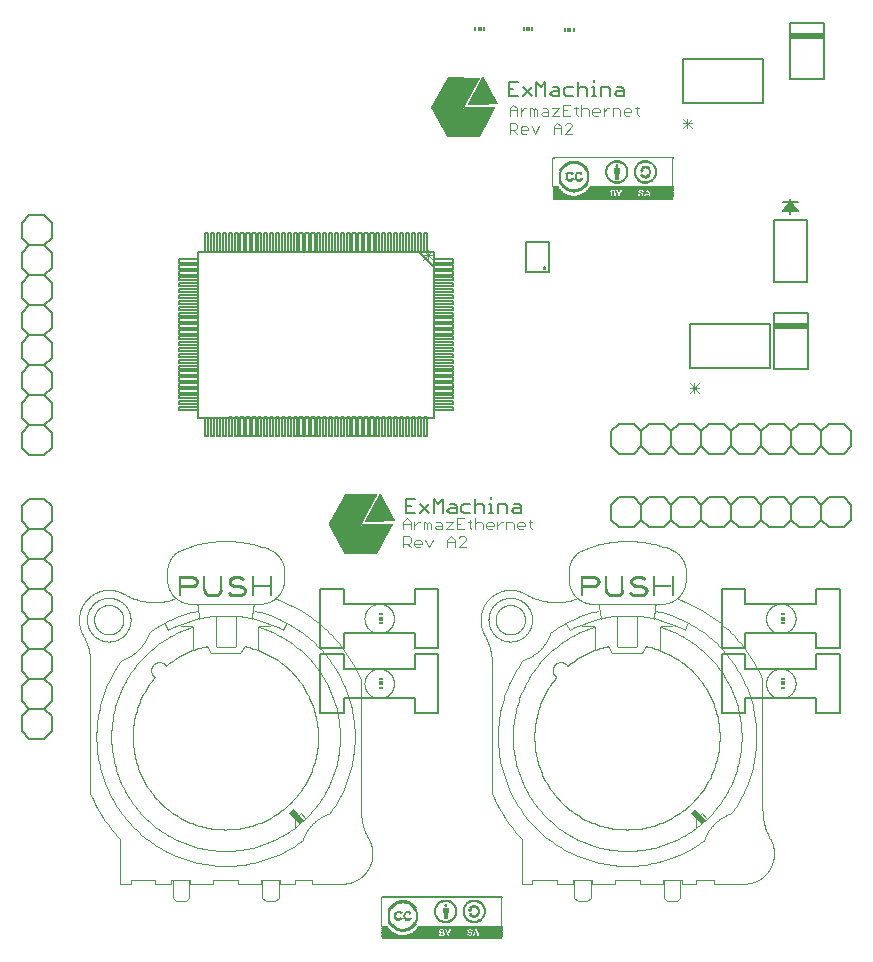
<source format=gto>
G75*
%MOIN*%
%OFA0B0*%
%FSLAX25Y25*%
%IPPOS*%
%LPD*%
%AMOC8*
5,1,8,0,0,1.08239X$1,22.5*
%
%ADD10C,0.00300*%
%ADD11C,0.00600*%
%ADD12C,0.00400*%
%ADD13C,0.01063*%
%ADD14R,0.04921X0.01969*%
%ADD15R,0.01102X0.07087*%
%ADD16R,0.01063X0.04646*%
%ADD17R,0.01063X0.07047*%
%ADD18R,0.01063X0.07087*%
%ADD19R,0.05394X0.00866*%
%ADD20R,0.00591X0.01181*%
%ADD21R,0.01181X0.01181*%
%ADD22C,0.00500*%
%ADD23C,0.00394*%
%ADD24R,0.01181X0.00591*%
%ADD25C,0.00004*%
%ADD26R,0.40300X0.00100*%
%ADD27R,0.19100X0.00100*%
%ADD28R,0.01500X0.00100*%
%ADD29R,0.06600X0.00100*%
%ADD30R,0.00400X0.00100*%
%ADD31R,0.01100X0.00100*%
%ADD32R,0.07700X0.00100*%
%ADD33R,0.06400X0.00100*%
%ADD34R,0.00200X0.00100*%
%ADD35R,0.01000X0.00100*%
%ADD36R,0.06200X0.00100*%
%ADD37R,0.00900X0.00100*%
%ADD38R,0.06000X0.00100*%
%ADD39R,0.11100X0.00100*%
%ADD40R,0.06100X0.00100*%
%ADD41R,0.00100X0.00100*%
%ADD42R,0.07800X0.00100*%
%ADD43R,0.05500X0.00100*%
%ADD44R,0.10600X0.00100*%
%ADD45R,0.00800X0.00100*%
%ADD46R,0.05200X0.00100*%
%ADD47R,0.10300X0.00100*%
%ADD48R,0.00700X0.00100*%
%ADD49R,0.00600X0.00100*%
%ADD50R,0.07900X0.00100*%
%ADD51R,0.04900X0.00100*%
%ADD52R,0.10000X0.00100*%
%ADD53R,0.04600X0.00100*%
%ADD54R,0.09700X0.00100*%
%ADD55R,0.04400X0.00100*%
%ADD56R,0.09500X0.00100*%
%ADD57R,0.08000X0.00100*%
%ADD58R,0.04200X0.00100*%
%ADD59R,0.09300X0.00100*%
%ADD60R,0.07000X0.00100*%
%ADD61R,0.00300X0.00100*%
%ADD62R,0.04000X0.00100*%
%ADD63R,0.09100X0.00100*%
%ADD64R,0.06500X0.00100*%
%ADD65R,0.03900X0.00100*%
%ADD66R,0.08900X0.00100*%
%ADD67R,0.00500X0.00100*%
%ADD68R,0.08100X0.00100*%
%ADD69R,0.03700X0.00100*%
%ADD70R,0.08800X0.00100*%
%ADD71R,0.03600X0.00100*%
%ADD72R,0.08600X0.00100*%
%ADD73R,0.05900X0.00100*%
%ADD74R,0.08200X0.00100*%
%ADD75R,0.03400X0.00100*%
%ADD76R,0.08500X0.00100*%
%ADD77R,0.05800X0.00100*%
%ADD78R,0.03300X0.00100*%
%ADD79R,0.08400X0.00100*%
%ADD80R,0.05700X0.00100*%
%ADD81R,0.01600X0.00100*%
%ADD82R,0.03200X0.00100*%
%ADD83R,0.02200X0.00100*%
%ADD84R,0.05600X0.00100*%
%ADD85R,0.08300X0.00100*%
%ADD86R,0.03100X0.00100*%
%ADD87R,0.03000X0.00100*%
%ADD88R,0.02900X0.00100*%
%ADD89R,0.02800X0.00100*%
%ADD90R,0.04100X0.00100*%
%ADD91R,0.02700X0.00100*%
%ADD92R,0.04500X0.00100*%
%ADD93R,0.02600X0.00100*%
%ADD94R,0.02500X0.00100*%
%ADD95R,0.07600X0.00100*%
%ADD96R,0.07500X0.00100*%
%ADD97R,0.01400X0.00100*%
%ADD98R,0.02400X0.00100*%
%ADD99R,0.02100X0.00100*%
%ADD100R,0.28700X0.00100*%
%ADD101R,0.02300X0.00100*%
%ADD102R,0.01900X0.00100*%
%ADD103R,0.28600X0.00100*%
%ADD104R,0.01700X0.00100*%
%ADD105R,0.28500X0.00100*%
%ADD106R,0.28400X0.00100*%
%ADD107R,0.28300X0.00100*%
%ADD108R,0.02000X0.00100*%
%ADD109R,0.01300X0.00100*%
%ADD110R,0.28200X0.00100*%
%ADD111R,0.01800X0.00100*%
%ADD112R,0.01200X0.00100*%
%ADD113R,0.28100X0.00100*%
%ADD114R,0.28000X0.00100*%
%ADD115R,0.03800X0.00100*%
%ADD116R,0.04800X0.00100*%
%ADD117R,0.11400X0.02000*%
D10*
X0174470Y0155686D02*
X0174470Y0159389D01*
X0176321Y0159389D01*
X0176938Y0158771D01*
X0176938Y0157537D01*
X0176321Y0156920D01*
X0174470Y0156920D01*
X0175704Y0156920D02*
X0176938Y0155686D01*
X0178153Y0156303D02*
X0178770Y0155686D01*
X0180004Y0155686D01*
X0180622Y0156920D02*
X0178153Y0156920D01*
X0178153Y0157537D02*
X0178770Y0158154D01*
X0180004Y0158154D01*
X0180622Y0157537D01*
X0180622Y0156920D01*
X0181836Y0158154D02*
X0183070Y0155686D01*
X0184305Y0158154D01*
X0183691Y0161686D02*
X0183691Y0163537D01*
X0183074Y0164154D01*
X0182456Y0163537D01*
X0182456Y0161686D01*
X0181222Y0161686D02*
X0181222Y0164154D01*
X0181839Y0164154D01*
X0182456Y0163537D01*
X0180004Y0164154D02*
X0179387Y0164154D01*
X0178153Y0162920D01*
X0178153Y0161686D02*
X0178153Y0164154D01*
X0176938Y0164154D02*
X0176938Y0161686D01*
X0176938Y0163537D02*
X0174470Y0163537D01*
X0174470Y0164154D02*
X0175704Y0165389D01*
X0176938Y0164154D01*
X0174470Y0164154D02*
X0174470Y0161686D01*
X0178153Y0157537D02*
X0178153Y0156303D01*
X0184905Y0162303D02*
X0185522Y0162920D01*
X0187374Y0162920D01*
X0187374Y0163537D02*
X0187374Y0161686D01*
X0185522Y0161686D01*
X0184905Y0162303D01*
X0185522Y0164154D02*
X0186757Y0164154D01*
X0187374Y0163537D01*
X0188588Y0164154D02*
X0191057Y0164154D01*
X0188588Y0161686D01*
X0191057Y0161686D01*
X0192272Y0161686D02*
X0192272Y0165389D01*
X0194740Y0165389D01*
X0195955Y0164154D02*
X0197189Y0164154D01*
X0196572Y0164771D02*
X0196572Y0162303D01*
X0197189Y0161686D01*
X0198410Y0161686D02*
X0198410Y0165389D01*
X0199027Y0164154D02*
X0200262Y0164154D01*
X0200879Y0163537D01*
X0200879Y0161686D01*
X0202093Y0162303D02*
X0202093Y0163537D01*
X0202710Y0164154D01*
X0203945Y0164154D01*
X0204562Y0163537D01*
X0204562Y0162920D01*
X0202093Y0162920D01*
X0202093Y0162303D02*
X0202710Y0161686D01*
X0203945Y0161686D01*
X0205776Y0161686D02*
X0205776Y0164154D01*
X0205776Y0162920D02*
X0207011Y0164154D01*
X0207628Y0164154D01*
X0208846Y0164154D02*
X0210697Y0164154D01*
X0211314Y0163537D01*
X0211314Y0161686D01*
X0212529Y0162303D02*
X0212529Y0163537D01*
X0213146Y0164154D01*
X0214380Y0164154D01*
X0214998Y0163537D01*
X0214998Y0162920D01*
X0212529Y0162920D01*
X0212529Y0162303D02*
X0213146Y0161686D01*
X0214380Y0161686D01*
X0216829Y0162303D02*
X0216829Y0164771D01*
X0216212Y0164154D02*
X0217446Y0164154D01*
X0216829Y0162303D02*
X0217446Y0161686D01*
X0208846Y0161686D02*
X0208846Y0164154D01*
X0199027Y0164154D02*
X0198410Y0163537D01*
X0194740Y0161686D02*
X0192272Y0161686D01*
X0192272Y0163537D02*
X0193506Y0163537D01*
X0193503Y0159389D02*
X0192885Y0158771D01*
X0193503Y0159389D02*
X0194737Y0159389D01*
X0195354Y0158771D01*
X0195354Y0158154D01*
X0192885Y0155686D01*
X0195354Y0155686D01*
X0191671Y0155686D02*
X0191671Y0158154D01*
X0190437Y0159389D01*
X0189202Y0158154D01*
X0189202Y0155686D01*
X0189202Y0157537D02*
X0191671Y0157537D01*
X0269905Y0207208D02*
X0273041Y0210344D01*
X0273041Y0208776D02*
X0269905Y0208776D01*
X0269905Y0210344D02*
X0273041Y0207208D01*
X0271473Y0207208D02*
X0271473Y0210344D01*
X0230787Y0293481D02*
X0228318Y0293481D01*
X0230787Y0295950D01*
X0230787Y0296567D01*
X0230170Y0297184D01*
X0228936Y0297184D01*
X0228318Y0296567D01*
X0227104Y0295950D02*
X0227104Y0293481D01*
X0227104Y0295332D02*
X0224635Y0295332D01*
X0224635Y0295950D02*
X0225870Y0297184D01*
X0227104Y0295950D01*
X0224635Y0295950D02*
X0224635Y0293481D01*
X0219738Y0295950D02*
X0218503Y0293481D01*
X0217269Y0295950D01*
X0216055Y0295332D02*
X0216055Y0294715D01*
X0213586Y0294715D01*
X0213586Y0294098D02*
X0213586Y0295332D01*
X0214203Y0295950D01*
X0215437Y0295950D01*
X0216055Y0295332D01*
X0215437Y0293481D02*
X0214203Y0293481D01*
X0213586Y0294098D01*
X0212372Y0293481D02*
X0211137Y0294715D01*
X0211754Y0294715D02*
X0209903Y0294715D01*
X0209903Y0293481D02*
X0209903Y0297184D01*
X0211754Y0297184D01*
X0212372Y0296567D01*
X0212372Y0295332D01*
X0211754Y0294715D01*
X0212372Y0299481D02*
X0212372Y0301950D01*
X0211137Y0303184D01*
X0209903Y0301950D01*
X0209903Y0299481D01*
X0209903Y0301332D02*
X0212372Y0301332D01*
X0213586Y0300715D02*
X0214820Y0301950D01*
X0215437Y0301950D01*
X0216655Y0301950D02*
X0216655Y0299481D01*
X0217890Y0299481D02*
X0217890Y0301332D01*
X0218507Y0301950D01*
X0219124Y0301332D01*
X0219124Y0299481D01*
X0220338Y0300098D02*
X0220956Y0300715D01*
X0222807Y0300715D01*
X0222807Y0301332D02*
X0222807Y0299481D01*
X0220956Y0299481D01*
X0220338Y0300098D01*
X0220956Y0301950D02*
X0222190Y0301950D01*
X0222807Y0301332D01*
X0224021Y0301950D02*
X0226490Y0301950D01*
X0224021Y0299481D01*
X0226490Y0299481D01*
X0227705Y0299481D02*
X0227705Y0303184D01*
X0230173Y0303184D01*
X0231388Y0301950D02*
X0232622Y0301950D01*
X0232005Y0302567D02*
X0232005Y0300098D01*
X0232622Y0299481D01*
X0233843Y0299481D02*
X0233843Y0303184D01*
X0234460Y0301950D02*
X0235695Y0301950D01*
X0236312Y0301332D01*
X0236312Y0299481D01*
X0237526Y0300098D02*
X0237526Y0301332D01*
X0238144Y0301950D01*
X0239378Y0301950D01*
X0239995Y0301332D01*
X0239995Y0300715D01*
X0237526Y0300715D01*
X0237526Y0300098D02*
X0238144Y0299481D01*
X0239378Y0299481D01*
X0241209Y0299481D02*
X0241209Y0301950D01*
X0241209Y0300715D02*
X0242444Y0301950D01*
X0243061Y0301950D01*
X0244279Y0301950D02*
X0244279Y0299481D01*
X0246748Y0299481D02*
X0246748Y0301332D01*
X0246130Y0301950D01*
X0244279Y0301950D01*
X0247962Y0301332D02*
X0247962Y0300098D01*
X0248579Y0299481D01*
X0249813Y0299481D01*
X0250431Y0300715D02*
X0247962Y0300715D01*
X0247962Y0301332D02*
X0248579Y0301950D01*
X0249813Y0301950D01*
X0250431Y0301332D01*
X0250431Y0300715D01*
X0251645Y0301950D02*
X0252879Y0301950D01*
X0252262Y0302567D02*
X0252262Y0300098D01*
X0252879Y0299481D01*
X0267543Y0298533D02*
X0270679Y0295397D01*
X0270679Y0296965D02*
X0267543Y0296965D01*
X0267543Y0295397D02*
X0270679Y0298533D01*
X0269111Y0298533D02*
X0269111Y0295397D01*
X0234460Y0301950D02*
X0233843Y0301332D01*
X0230173Y0299481D02*
X0227705Y0299481D01*
X0227705Y0301332D02*
X0228939Y0301332D01*
X0217890Y0301332D02*
X0217272Y0301950D01*
X0216655Y0301950D01*
X0213586Y0301950D02*
X0213586Y0299481D01*
X0184294Y0254611D02*
X0181158Y0251475D01*
X0182726Y0251475D02*
X0182726Y0254611D01*
X0181158Y0254611D02*
X0184294Y0251475D01*
X0184294Y0253043D02*
X0181158Y0253043D01*
D11*
X0181224Y0254061D02*
X0181224Y0260261D01*
X0182324Y0260261D01*
X0182324Y0254061D01*
X0181224Y0254061D01*
X0180324Y0254061D02*
X0180324Y0260261D01*
X0179224Y0260261D01*
X0179224Y0254061D01*
X0179724Y0254061D01*
X0184724Y0249061D01*
X0184624Y0248561D02*
X0190924Y0248561D01*
X0190924Y0249661D01*
X0184624Y0249661D01*
X0184624Y0248561D01*
X0184624Y0247661D02*
X0190924Y0247661D01*
X0190924Y0246561D01*
X0184624Y0246561D01*
X0184624Y0247661D01*
X0184624Y0245761D02*
X0190924Y0245761D01*
X0190924Y0244661D01*
X0184624Y0244661D01*
X0184624Y0245761D01*
X0184624Y0243761D02*
X0190924Y0243761D01*
X0190924Y0242661D01*
X0184624Y0242661D01*
X0184624Y0243761D01*
X0184624Y0241761D02*
X0190924Y0241761D01*
X0190924Y0240661D01*
X0184624Y0240661D01*
X0184624Y0241761D01*
X0184624Y0239761D02*
X0190924Y0239761D01*
X0190924Y0238661D01*
X0184624Y0238661D01*
X0184624Y0239761D01*
X0184624Y0237861D02*
X0190924Y0237861D01*
X0190924Y0236761D01*
X0184624Y0236761D01*
X0184624Y0237861D01*
X0184624Y0235861D02*
X0190924Y0235861D01*
X0190924Y0234761D01*
X0184624Y0234761D01*
X0184624Y0235861D01*
X0184624Y0233861D02*
X0190924Y0233861D01*
X0190924Y0232761D01*
X0184624Y0232761D01*
X0184624Y0233861D01*
X0184624Y0231961D02*
X0190924Y0231961D01*
X0190924Y0230861D01*
X0184624Y0230861D01*
X0184624Y0231961D01*
X0184624Y0229961D02*
X0190924Y0229961D01*
X0190924Y0228861D01*
X0184624Y0228861D01*
X0184624Y0229961D01*
X0184624Y0227961D02*
X0190924Y0227961D01*
X0190924Y0226861D01*
X0184624Y0226861D01*
X0184624Y0227961D01*
X0184624Y0226061D02*
X0190924Y0226061D01*
X0190924Y0224961D01*
X0184624Y0224961D01*
X0184624Y0226061D01*
X0184624Y0224061D02*
X0190924Y0224061D01*
X0190924Y0222961D01*
X0184624Y0222961D01*
X0184624Y0224061D01*
X0184624Y0222061D02*
X0190924Y0222061D01*
X0190924Y0220961D01*
X0184624Y0220961D01*
X0184624Y0222061D01*
X0184624Y0220161D02*
X0190924Y0220161D01*
X0190924Y0219061D01*
X0184624Y0219061D01*
X0184624Y0220161D01*
X0184624Y0218161D02*
X0190924Y0218161D01*
X0190924Y0217061D01*
X0184624Y0217061D01*
X0184624Y0218161D01*
X0184624Y0216161D02*
X0190924Y0216161D01*
X0190924Y0215061D01*
X0184624Y0215061D01*
X0184624Y0216161D01*
X0184624Y0214261D02*
X0190924Y0214261D01*
X0190924Y0213161D01*
X0184624Y0213161D01*
X0184624Y0214261D01*
X0184624Y0212261D02*
X0190924Y0212261D01*
X0190924Y0211161D01*
X0184624Y0211161D01*
X0184624Y0212261D01*
X0184624Y0210261D02*
X0190924Y0210261D01*
X0190924Y0209161D01*
X0184624Y0209161D01*
X0184624Y0210261D01*
X0184624Y0208261D02*
X0190924Y0208261D01*
X0190924Y0207161D01*
X0184624Y0207161D01*
X0184624Y0208261D01*
X0184624Y0206361D02*
X0190924Y0206361D01*
X0190924Y0205261D01*
X0184624Y0205261D01*
X0184624Y0206361D01*
X0184724Y0204361D02*
X0190924Y0204361D01*
X0190924Y0203261D01*
X0184724Y0203261D01*
X0184724Y0204361D01*
X0184724Y0202361D02*
X0190924Y0202361D01*
X0190924Y0201261D01*
X0184724Y0201261D01*
X0184724Y0202361D01*
X0184724Y0198861D02*
X0184724Y0254061D01*
X0105924Y0254061D01*
X0105924Y0198861D01*
X0184724Y0198861D01*
X0182324Y0198961D02*
X0182324Y0192661D01*
X0181224Y0192661D01*
X0181224Y0198961D01*
X0182324Y0198961D01*
X0180324Y0198961D02*
X0180324Y0192661D01*
X0179224Y0192661D01*
X0179224Y0198961D01*
X0180324Y0198961D01*
X0178324Y0198961D02*
X0178324Y0192661D01*
X0177224Y0192661D01*
X0177224Y0198961D01*
X0178324Y0198961D01*
X0176424Y0198961D02*
X0176424Y0192661D01*
X0175324Y0192661D01*
X0175324Y0198961D01*
X0176424Y0198961D01*
X0174424Y0198961D02*
X0174424Y0192661D01*
X0173324Y0192661D01*
X0173324Y0198961D01*
X0174424Y0198961D01*
X0172424Y0198961D02*
X0172424Y0192661D01*
X0171324Y0192661D01*
X0171324Y0198961D01*
X0172424Y0198961D01*
X0170524Y0198961D02*
X0170524Y0192661D01*
X0169424Y0192661D01*
X0169424Y0198961D01*
X0170524Y0198961D01*
X0168524Y0198961D02*
X0168524Y0192661D01*
X0167424Y0192661D01*
X0167424Y0198961D01*
X0168524Y0198961D01*
X0166524Y0198961D02*
X0166524Y0192661D01*
X0165424Y0192661D01*
X0165424Y0198961D01*
X0166524Y0198961D01*
X0164624Y0198961D02*
X0164624Y0192661D01*
X0163524Y0192661D01*
X0163524Y0198961D01*
X0164624Y0198961D01*
X0162624Y0198961D02*
X0162624Y0192661D01*
X0161524Y0192661D01*
X0161524Y0198961D01*
X0162624Y0198961D01*
X0160624Y0198961D02*
X0160624Y0192661D01*
X0159524Y0192661D01*
X0159524Y0198961D01*
X0160624Y0198961D01*
X0158624Y0198961D02*
X0158624Y0192661D01*
X0157524Y0192661D01*
X0157524Y0198961D01*
X0158624Y0198961D01*
X0156724Y0198961D02*
X0156724Y0192661D01*
X0155624Y0192661D01*
X0155624Y0198961D01*
X0156724Y0198961D01*
X0154724Y0198961D02*
X0154724Y0192661D01*
X0153624Y0192661D01*
X0153624Y0198961D01*
X0154724Y0198961D01*
X0152724Y0198961D02*
X0152724Y0192661D01*
X0151624Y0192661D01*
X0151624Y0198961D01*
X0152724Y0198961D01*
X0150824Y0198961D02*
X0150824Y0192661D01*
X0149724Y0192661D01*
X0149724Y0198961D01*
X0150824Y0198961D01*
X0148824Y0198961D02*
X0148824Y0192661D01*
X0147724Y0192661D01*
X0147724Y0198961D01*
X0148824Y0198961D01*
X0146824Y0198961D02*
X0146824Y0192661D01*
X0145724Y0192661D01*
X0145724Y0198961D01*
X0146824Y0198961D01*
X0144924Y0198961D02*
X0144924Y0192661D01*
X0143824Y0192661D01*
X0143824Y0198961D01*
X0144924Y0198961D01*
X0142924Y0198961D02*
X0142924Y0192661D01*
X0141824Y0192661D01*
X0141824Y0198961D01*
X0142924Y0198961D01*
X0140924Y0198961D02*
X0140924Y0192661D01*
X0139824Y0192661D01*
X0139824Y0198961D01*
X0140924Y0198961D01*
X0139024Y0198961D02*
X0139024Y0192661D01*
X0137924Y0192661D01*
X0137924Y0198961D01*
X0139024Y0198961D01*
X0137024Y0198961D02*
X0137024Y0192661D01*
X0135924Y0192661D01*
X0135924Y0198961D01*
X0137024Y0198961D01*
X0135024Y0198961D02*
X0135024Y0192661D01*
X0133924Y0192661D01*
X0133924Y0198961D01*
X0135024Y0198961D01*
X0133124Y0198961D02*
X0133124Y0192661D01*
X0132024Y0192661D01*
X0132024Y0198961D01*
X0133124Y0198961D01*
X0131124Y0198961D02*
X0131124Y0192661D01*
X0130024Y0192661D01*
X0130024Y0198961D01*
X0131124Y0198961D01*
X0129124Y0198961D02*
X0129124Y0192661D01*
X0128024Y0192661D01*
X0128024Y0198961D01*
X0129124Y0198961D01*
X0127124Y0198961D02*
X0127124Y0192661D01*
X0126024Y0192661D01*
X0126024Y0198961D01*
X0127124Y0198961D01*
X0125224Y0198961D02*
X0125224Y0192661D01*
X0124124Y0192661D01*
X0124124Y0198961D01*
X0125224Y0198961D01*
X0123224Y0198961D02*
X0123224Y0192661D01*
X0122124Y0192661D01*
X0122124Y0198961D01*
X0123224Y0198961D01*
X0121224Y0198961D02*
X0121224Y0192661D01*
X0120124Y0192661D01*
X0120124Y0198961D01*
X0121224Y0198961D01*
X0119324Y0198961D02*
X0119324Y0192661D01*
X0118224Y0192661D01*
X0118224Y0198961D01*
X0119324Y0198961D01*
X0117324Y0198961D02*
X0117324Y0192661D01*
X0116224Y0192661D01*
X0116224Y0198961D01*
X0117324Y0198961D01*
X0115324Y0198861D02*
X0115324Y0192661D01*
X0114224Y0192661D01*
X0114224Y0198861D01*
X0115324Y0198861D01*
X0113424Y0198861D02*
X0113424Y0192661D01*
X0112324Y0192661D01*
X0112324Y0198861D01*
X0113424Y0198861D01*
X0111424Y0198861D02*
X0111424Y0192661D01*
X0110324Y0192661D01*
X0110324Y0198861D01*
X0111424Y0198861D01*
X0109424Y0198861D02*
X0109424Y0192661D01*
X0108324Y0192661D01*
X0108324Y0198861D01*
X0109424Y0198861D01*
X0105924Y0201261D02*
X0099724Y0201261D01*
X0099724Y0202361D01*
X0105924Y0202361D01*
X0105924Y0201261D01*
X0105924Y0203261D02*
X0099724Y0203261D01*
X0099724Y0204361D01*
X0105924Y0204361D01*
X0105924Y0203261D01*
X0105924Y0205261D02*
X0099724Y0205261D01*
X0099724Y0206361D01*
X0105924Y0206361D01*
X0105924Y0205261D01*
X0105924Y0207161D02*
X0099724Y0207161D01*
X0099724Y0208261D01*
X0105924Y0208261D01*
X0105924Y0207161D01*
X0105924Y0209161D02*
X0099724Y0209161D01*
X0099724Y0210261D01*
X0105924Y0210261D01*
X0105924Y0209161D01*
X0105924Y0211161D02*
X0099724Y0211161D01*
X0099724Y0212261D01*
X0105924Y0212261D01*
X0105924Y0211161D01*
X0105924Y0213161D02*
X0099724Y0213161D01*
X0099724Y0214261D01*
X0105924Y0214261D01*
X0105924Y0213161D01*
X0105924Y0215061D02*
X0099724Y0215061D01*
X0099724Y0216161D01*
X0105924Y0216161D01*
X0105924Y0215061D01*
X0105924Y0217061D02*
X0099724Y0217061D01*
X0099724Y0218161D01*
X0105924Y0218161D01*
X0105924Y0217061D01*
X0105924Y0219061D02*
X0099724Y0219061D01*
X0099724Y0220161D01*
X0105924Y0220161D01*
X0105924Y0219061D01*
X0105924Y0220961D02*
X0099724Y0220961D01*
X0099724Y0222061D01*
X0105924Y0222061D01*
X0105924Y0220961D01*
X0105924Y0222961D02*
X0099724Y0222961D01*
X0099724Y0224061D01*
X0105924Y0224061D01*
X0105924Y0222961D01*
X0105924Y0224961D02*
X0099724Y0224961D01*
X0099724Y0226061D01*
X0105924Y0226061D01*
X0105924Y0224961D01*
X0105924Y0226861D02*
X0099724Y0226861D01*
X0099724Y0227961D01*
X0105924Y0227961D01*
X0105924Y0226861D01*
X0105924Y0228861D02*
X0099724Y0228861D01*
X0099724Y0229961D01*
X0105924Y0229961D01*
X0105924Y0228861D01*
X0105924Y0230861D02*
X0099724Y0230861D01*
X0099724Y0231961D01*
X0105924Y0231961D01*
X0105924Y0230861D01*
X0105924Y0232761D02*
X0099724Y0232761D01*
X0099724Y0233861D01*
X0105924Y0233861D01*
X0105924Y0232761D01*
X0105924Y0234761D02*
X0099724Y0234761D01*
X0099724Y0235861D01*
X0105924Y0235861D01*
X0105924Y0234761D01*
X0105924Y0236761D02*
X0099724Y0236761D01*
X0099724Y0237861D01*
X0105924Y0237861D01*
X0105924Y0236761D01*
X0105924Y0238661D02*
X0099724Y0238661D01*
X0099724Y0239761D01*
X0105924Y0239761D01*
X0105924Y0238661D01*
X0105924Y0240661D02*
X0099724Y0240661D01*
X0099724Y0241761D01*
X0105924Y0241761D01*
X0105924Y0240661D01*
X0105924Y0242661D02*
X0099724Y0242661D01*
X0099724Y0243761D01*
X0105924Y0243761D01*
X0105924Y0242661D01*
X0105924Y0244661D02*
X0099724Y0244661D01*
X0099724Y0245761D01*
X0105924Y0245761D01*
X0105924Y0244661D01*
X0105924Y0246561D02*
X0099724Y0246561D01*
X0099724Y0247661D01*
X0105924Y0247661D01*
X0105924Y0246561D01*
X0105924Y0248561D02*
X0099724Y0248561D01*
X0099724Y0249661D01*
X0105924Y0249661D01*
X0105924Y0248561D01*
X0105924Y0250561D02*
X0099724Y0250561D01*
X0099724Y0251661D01*
X0105924Y0251661D01*
X0105924Y0250561D01*
X0108324Y0253961D02*
X0108324Y0260261D01*
X0109424Y0260261D01*
X0109424Y0253961D01*
X0108324Y0253961D01*
X0110324Y0253961D02*
X0110324Y0260261D01*
X0111424Y0260261D01*
X0111424Y0253961D01*
X0110324Y0253961D01*
X0112324Y0253961D02*
X0112324Y0260261D01*
X0113424Y0260261D01*
X0113424Y0253961D01*
X0112324Y0253961D01*
X0114224Y0253961D02*
X0114224Y0260261D01*
X0115324Y0260261D01*
X0115324Y0253961D01*
X0114224Y0253961D01*
X0116224Y0253961D02*
X0116224Y0260261D01*
X0117324Y0260261D01*
X0117324Y0253961D01*
X0116224Y0253961D01*
X0118224Y0253961D02*
X0118224Y0260261D01*
X0119324Y0260261D01*
X0119324Y0253961D01*
X0118224Y0253961D01*
X0120124Y0253961D02*
X0120124Y0260261D01*
X0121224Y0260261D01*
X0121224Y0253961D01*
X0120124Y0253961D01*
X0122124Y0253961D02*
X0122124Y0260261D01*
X0123224Y0260261D01*
X0123224Y0253961D01*
X0122124Y0253961D01*
X0124124Y0253961D02*
X0124124Y0260261D01*
X0125224Y0260261D01*
X0125224Y0253961D01*
X0124124Y0253961D01*
X0126024Y0253961D02*
X0126024Y0260261D01*
X0127124Y0260261D01*
X0127124Y0253961D01*
X0126024Y0253961D01*
X0128024Y0253961D02*
X0128024Y0260261D01*
X0129124Y0260261D01*
X0129124Y0253961D01*
X0128024Y0253961D01*
X0130024Y0253961D02*
X0130024Y0260261D01*
X0131124Y0260261D01*
X0131124Y0253961D01*
X0130024Y0253961D01*
X0132024Y0253961D02*
X0132024Y0260261D01*
X0133124Y0260261D01*
X0133124Y0253961D01*
X0132024Y0253961D01*
X0133924Y0253961D02*
X0133924Y0260261D01*
X0135024Y0260261D01*
X0135024Y0253961D01*
X0133924Y0253961D01*
X0135924Y0253961D02*
X0135924Y0260261D01*
X0137024Y0260261D01*
X0137024Y0253961D01*
X0135924Y0253961D01*
X0137924Y0253961D02*
X0137924Y0260261D01*
X0139024Y0260261D01*
X0139024Y0253961D01*
X0137924Y0253961D01*
X0139824Y0253961D02*
X0139824Y0260261D01*
X0140924Y0260261D01*
X0140924Y0253961D01*
X0139824Y0253961D01*
X0141824Y0253961D02*
X0141824Y0260261D01*
X0142924Y0260261D01*
X0142924Y0253961D01*
X0141824Y0253961D01*
X0143824Y0253961D02*
X0143824Y0260261D01*
X0144924Y0260261D01*
X0144924Y0253961D01*
X0143824Y0253961D01*
X0145724Y0253961D02*
X0145724Y0260261D01*
X0146824Y0260261D01*
X0146824Y0253961D01*
X0145724Y0253961D01*
X0147724Y0253961D02*
X0147724Y0260261D01*
X0148824Y0260261D01*
X0148824Y0253961D01*
X0147724Y0253961D01*
X0149724Y0253961D02*
X0149724Y0260261D01*
X0150824Y0260261D01*
X0150824Y0253961D01*
X0149724Y0253961D01*
X0151624Y0253961D02*
X0151624Y0260261D01*
X0152724Y0260261D01*
X0152724Y0253961D01*
X0151624Y0253961D01*
X0153624Y0253961D02*
X0153624Y0260261D01*
X0154724Y0260261D01*
X0154724Y0253961D01*
X0153624Y0253961D01*
X0155624Y0253961D02*
X0155624Y0260261D01*
X0156724Y0260261D01*
X0156724Y0253961D01*
X0155624Y0253961D01*
X0157524Y0253961D02*
X0157524Y0260261D01*
X0158624Y0260261D01*
X0158624Y0253961D01*
X0157524Y0253961D01*
X0159524Y0253961D02*
X0159524Y0260261D01*
X0160624Y0260261D01*
X0160624Y0253961D01*
X0159524Y0253961D01*
X0161524Y0253961D02*
X0161524Y0260261D01*
X0162624Y0260261D01*
X0162624Y0253961D01*
X0161524Y0253961D01*
X0163524Y0253961D02*
X0163524Y0260261D01*
X0164624Y0260261D01*
X0164624Y0253961D01*
X0163524Y0253961D01*
X0165424Y0253961D02*
X0165424Y0260261D01*
X0166524Y0260261D01*
X0166524Y0253961D01*
X0165424Y0253961D01*
X0167424Y0253961D02*
X0167424Y0260261D01*
X0168524Y0260261D01*
X0168524Y0253961D01*
X0167424Y0253961D01*
X0169424Y0253961D02*
X0169424Y0260261D01*
X0170524Y0260261D01*
X0170524Y0253961D01*
X0169424Y0253961D01*
X0171324Y0253961D02*
X0171324Y0260261D01*
X0172424Y0260261D01*
X0172424Y0253961D01*
X0171324Y0253961D01*
X0173324Y0253961D02*
X0173324Y0260261D01*
X0174424Y0260261D01*
X0174424Y0253961D01*
X0173324Y0253961D01*
X0175324Y0253961D02*
X0175324Y0260261D01*
X0176424Y0260261D01*
X0176424Y0253961D01*
X0175324Y0253961D01*
X0177224Y0254061D02*
X0177224Y0260261D01*
X0178324Y0260261D01*
X0178324Y0254061D01*
X0177224Y0254061D01*
X0179724Y0254061D02*
X0180324Y0254061D01*
X0184624Y0251661D02*
X0190924Y0251661D01*
X0190924Y0250561D01*
X0184624Y0250561D01*
X0184624Y0251661D01*
X0243769Y0194256D02*
X0246269Y0196756D01*
X0251269Y0196756D01*
X0253769Y0194256D01*
X0256269Y0196756D01*
X0261269Y0196756D01*
X0263769Y0194256D01*
X0266269Y0196756D01*
X0271269Y0196756D01*
X0273769Y0194256D01*
X0276269Y0196756D01*
X0281269Y0196756D01*
X0283769Y0194256D01*
X0286269Y0196756D01*
X0291269Y0196756D01*
X0293769Y0194256D01*
X0296269Y0196756D01*
X0301269Y0196756D01*
X0303769Y0194256D01*
X0306269Y0196756D01*
X0311269Y0196756D01*
X0313769Y0194256D01*
X0316269Y0196756D01*
X0321269Y0196756D01*
X0323769Y0194256D01*
X0323769Y0189256D01*
X0321269Y0186756D01*
X0316269Y0186756D01*
X0313769Y0189256D01*
X0311269Y0186756D01*
X0306269Y0186756D01*
X0303769Y0189256D01*
X0303769Y0194256D01*
X0303769Y0189256D02*
X0301269Y0186756D01*
X0296269Y0186756D01*
X0293769Y0189256D01*
X0291269Y0186756D01*
X0286269Y0186756D01*
X0283769Y0189256D01*
X0281269Y0186756D01*
X0276269Y0186756D01*
X0273769Y0189256D01*
X0273769Y0194256D01*
X0273769Y0189256D02*
X0271269Y0186756D01*
X0266269Y0186756D01*
X0263769Y0189256D01*
X0261269Y0186756D01*
X0256269Y0186756D01*
X0253769Y0189256D01*
X0251269Y0186756D01*
X0246269Y0186756D01*
X0243769Y0189256D01*
X0243769Y0194256D01*
X0253769Y0194256D02*
X0253769Y0189256D01*
X0263769Y0189256D02*
X0263769Y0194256D01*
X0283769Y0194256D02*
X0283769Y0189256D01*
X0293769Y0189256D02*
X0293769Y0194256D01*
X0313769Y0194256D02*
X0313769Y0189256D01*
X0316269Y0172347D02*
X0321269Y0172347D01*
X0323769Y0169847D01*
X0323769Y0164847D01*
X0321269Y0162347D01*
X0316269Y0162347D01*
X0313769Y0164847D01*
X0311269Y0162347D01*
X0306269Y0162347D01*
X0303769Y0164847D01*
X0303769Y0169847D01*
X0306269Y0172347D01*
X0311269Y0172347D01*
X0313769Y0169847D01*
X0316269Y0172347D01*
X0313769Y0169847D02*
X0313769Y0164847D01*
X0303769Y0164847D02*
X0301269Y0162347D01*
X0296269Y0162347D01*
X0293769Y0164847D01*
X0291269Y0162347D01*
X0286269Y0162347D01*
X0283769Y0164847D01*
X0281269Y0162347D01*
X0276269Y0162347D01*
X0273769Y0164847D01*
X0273769Y0169847D01*
X0276269Y0172347D01*
X0281269Y0172347D01*
X0283769Y0169847D01*
X0286269Y0172347D01*
X0291269Y0172347D01*
X0293769Y0169847D01*
X0296269Y0172347D01*
X0301269Y0172347D01*
X0303769Y0169847D01*
X0293769Y0169847D02*
X0293769Y0164847D01*
X0283769Y0164847D02*
X0283769Y0169847D01*
X0273769Y0169847D02*
X0271269Y0172347D01*
X0266269Y0172347D01*
X0263769Y0169847D01*
X0261269Y0172347D01*
X0256269Y0172347D01*
X0253769Y0169847D01*
X0251269Y0172347D01*
X0246269Y0172347D01*
X0243769Y0169847D01*
X0243769Y0164847D01*
X0246269Y0162347D01*
X0251269Y0162347D01*
X0253769Y0164847D01*
X0253769Y0169847D01*
X0253769Y0164847D02*
X0256269Y0162347D01*
X0261269Y0162347D01*
X0263769Y0164847D01*
X0263769Y0169847D01*
X0263769Y0164847D02*
X0266269Y0162347D01*
X0271269Y0162347D01*
X0273769Y0164847D01*
X0270175Y0215558D02*
X0296575Y0215558D01*
X0296575Y0230158D01*
X0270175Y0230158D01*
X0270175Y0215558D01*
X0297954Y0243954D02*
X0308954Y0243954D01*
X0308954Y0264754D01*
X0297954Y0264754D01*
X0297954Y0243954D01*
X0303454Y0266754D02*
X0303454Y0270754D01*
X0302954Y0267754D01*
X0302454Y0267754D02*
X0303454Y0270754D01*
X0301954Y0267754D01*
X0301454Y0267754D02*
X0303454Y0270754D01*
X0300954Y0267754D01*
X0305954Y0267754D01*
X0303454Y0270754D01*
X0303954Y0267754D01*
X0304454Y0267754D02*
X0303454Y0270754D01*
X0304954Y0267754D01*
X0305454Y0267754D02*
X0303454Y0270754D01*
X0300954Y0270754D01*
X0303454Y0270754D02*
X0305954Y0270754D01*
X0303454Y0270754D02*
X0303454Y0271754D01*
X0294213Y0303747D02*
X0267813Y0303747D01*
X0267813Y0318347D01*
X0294213Y0318347D01*
X0294213Y0303747D01*
X0057272Y0263902D02*
X0057272Y0258902D01*
X0054772Y0256402D01*
X0057272Y0253902D01*
X0057272Y0248902D01*
X0054772Y0246402D01*
X0057272Y0243902D01*
X0057272Y0238902D01*
X0054772Y0236402D01*
X0057272Y0233902D01*
X0057272Y0228902D01*
X0054772Y0226402D01*
X0057272Y0223902D01*
X0057272Y0218902D01*
X0054772Y0216402D01*
X0057272Y0213902D01*
X0057272Y0208902D01*
X0054772Y0206402D01*
X0057272Y0203902D01*
X0057272Y0198902D01*
X0054772Y0196402D01*
X0057272Y0193902D01*
X0057272Y0188902D01*
X0054772Y0186402D01*
X0049772Y0186402D01*
X0047272Y0188902D01*
X0047272Y0193902D01*
X0049772Y0196402D01*
X0047272Y0198902D01*
X0047272Y0203902D01*
X0049772Y0206402D01*
X0054772Y0206402D01*
X0049772Y0206402D02*
X0047272Y0208902D01*
X0047272Y0213902D01*
X0049772Y0216402D01*
X0047272Y0218902D01*
X0047272Y0223902D01*
X0049772Y0226402D01*
X0047272Y0228902D01*
X0047272Y0233902D01*
X0049772Y0236402D01*
X0054772Y0236402D01*
X0049772Y0236402D02*
X0047272Y0238902D01*
X0047272Y0243902D01*
X0049772Y0246402D01*
X0047272Y0248902D01*
X0047272Y0253902D01*
X0049772Y0256402D01*
X0047272Y0258902D01*
X0047272Y0263902D01*
X0049772Y0266402D01*
X0054772Y0266402D01*
X0057272Y0263902D01*
X0054772Y0256402D02*
X0049772Y0256402D01*
X0049772Y0246402D02*
X0054772Y0246402D01*
X0054772Y0226402D02*
X0049772Y0226402D01*
X0049772Y0216402D02*
X0054772Y0216402D01*
X0054772Y0196402D02*
X0049772Y0196402D01*
X0049772Y0171913D02*
X0047272Y0169413D01*
X0047272Y0164413D01*
X0049772Y0161913D01*
X0047272Y0159413D01*
X0047272Y0154413D01*
X0049772Y0151913D01*
X0054772Y0151913D01*
X0057272Y0154413D01*
X0057272Y0159413D01*
X0054772Y0161913D01*
X0049772Y0161913D01*
X0054772Y0161913D02*
X0057272Y0164413D01*
X0057272Y0169413D01*
X0054772Y0171913D01*
X0049772Y0171913D01*
X0049772Y0151913D02*
X0047272Y0149413D01*
X0047272Y0144413D01*
X0049772Y0141913D01*
X0047272Y0139413D01*
X0047272Y0134413D01*
X0049772Y0131913D01*
X0047272Y0129413D01*
X0047272Y0124413D01*
X0049772Y0121913D01*
X0054772Y0121913D01*
X0057272Y0124413D01*
X0057272Y0129413D01*
X0054772Y0131913D01*
X0049772Y0131913D01*
X0054772Y0131913D02*
X0057272Y0134413D01*
X0057272Y0139413D01*
X0054772Y0141913D01*
X0049772Y0141913D01*
X0054772Y0141913D02*
X0057272Y0144413D01*
X0057272Y0149413D01*
X0054772Y0151913D01*
X0054772Y0121913D02*
X0057272Y0119413D01*
X0057272Y0114413D01*
X0054772Y0111913D01*
X0057272Y0109413D01*
X0057272Y0104413D01*
X0054772Y0101913D01*
X0057272Y0099413D01*
X0057272Y0094413D01*
X0054772Y0091913D01*
X0049772Y0091913D01*
X0047272Y0094413D01*
X0047272Y0099413D01*
X0049772Y0101913D01*
X0047272Y0104413D01*
X0047272Y0109413D01*
X0049772Y0111913D01*
X0047272Y0114413D01*
X0047272Y0119413D01*
X0049772Y0121913D01*
X0049772Y0111913D02*
X0054772Y0111913D01*
X0054772Y0101913D02*
X0049772Y0101913D01*
D12*
X0080028Y0058488D02*
X0080028Y0043528D01*
X0083572Y0043528D01*
X0083572Y0044709D01*
X0091839Y0044709D01*
X0091839Y0043528D01*
X0097154Y0043528D01*
X0097154Y0044709D01*
X0103454Y0044709D01*
X0103454Y0043528D01*
X0111131Y0043528D01*
X0111131Y0044709D01*
X0119398Y0044709D01*
X0119398Y0043528D01*
X0127076Y0043528D01*
X0127076Y0044709D01*
X0133375Y0044709D01*
X0133375Y0043528D01*
X0138296Y0043528D01*
X0138296Y0044709D01*
X0144202Y0044709D01*
X0144202Y0043528D01*
X0154241Y0043528D01*
X0140855Y0057897D02*
X0140965Y0058220D01*
X0141083Y0058540D01*
X0141208Y0058857D01*
X0141340Y0059171D01*
X0141481Y0059481D01*
X0141628Y0059788D01*
X0141783Y0060092D01*
X0141946Y0060391D01*
X0142115Y0060687D01*
X0142292Y0060978D01*
X0142475Y0061265D01*
X0142665Y0061548D01*
X0142862Y0061826D01*
X0143066Y0062099D01*
X0143276Y0062367D01*
X0143493Y0062630D01*
X0143716Y0062888D01*
X0143945Y0063140D01*
X0144180Y0063387D01*
X0144421Y0063628D01*
X0144668Y0063863D01*
X0144920Y0064092D01*
X0145178Y0064315D01*
X0145441Y0064532D01*
X0145709Y0064742D01*
X0145982Y0064946D01*
X0146260Y0065143D01*
X0146543Y0065333D01*
X0146830Y0065516D01*
X0147121Y0065693D01*
X0147417Y0065862D01*
X0147716Y0066025D01*
X0148020Y0066180D01*
X0148327Y0066327D01*
X0148637Y0066468D01*
X0148951Y0066600D01*
X0149268Y0066725D01*
X0149588Y0066843D01*
X0149911Y0066953D01*
X0141643Y0065378D02*
X0140265Y0066953D01*
X0139674Y0066362D01*
X0138296Y0064984D02*
X0138296Y0062228D01*
X0154241Y0043528D02*
X0154486Y0043533D01*
X0154730Y0043544D01*
X0154975Y0043562D01*
X0155218Y0043585D01*
X0155461Y0043614D01*
X0155704Y0043650D01*
X0155945Y0043691D01*
X0156186Y0043738D01*
X0156425Y0043790D01*
X0156662Y0043849D01*
X0156899Y0043913D01*
X0157133Y0043984D01*
X0157366Y0044059D01*
X0157597Y0044141D01*
X0157826Y0044228D01*
X0158053Y0044321D01*
X0158277Y0044419D01*
X0158499Y0044522D01*
X0158718Y0044631D01*
X0158935Y0044745D01*
X0159148Y0044865D01*
X0159359Y0044990D01*
X0159567Y0045119D01*
X0159771Y0045254D01*
X0159972Y0045394D01*
X0160170Y0045538D01*
X0160364Y0045688D01*
X0160554Y0045842D01*
X0160741Y0046001D01*
X0160923Y0046164D01*
X0161102Y0046331D01*
X0161277Y0046503D01*
X0161447Y0046679D01*
X0161613Y0046859D01*
X0161774Y0047043D01*
X0161931Y0047231D01*
X0162083Y0047423D01*
X0162231Y0047619D01*
X0162373Y0047818D01*
X0162511Y0048020D01*
X0162644Y0048226D01*
X0162772Y0048435D01*
X0162895Y0048646D01*
X0163012Y0048861D01*
X0163124Y0049079D01*
X0163231Y0049299D01*
X0163333Y0049522D01*
X0163429Y0049747D01*
X0163519Y0049975D01*
X0163604Y0050205D01*
X0163683Y0050436D01*
X0163757Y0050670D01*
X0163825Y0050905D01*
X0163887Y0051142D01*
X0163944Y0051380D01*
X0163994Y0051620D01*
X0164039Y0051860D01*
X0164078Y0052102D01*
X0164111Y0052345D01*
X0164138Y0052588D01*
X0164159Y0052832D01*
X0164174Y0053077D01*
X0164183Y0053321D01*
X0164186Y0053566D01*
X0164183Y0053811D01*
X0164174Y0054056D01*
X0164160Y0054300D01*
X0164139Y0054544D01*
X0164112Y0054788D01*
X0164080Y0055030D01*
X0164041Y0055272D01*
X0163997Y0055513D01*
X0163947Y0055753D01*
X0163891Y0055991D01*
X0163829Y0056228D01*
X0163762Y0056463D01*
X0163688Y0056697D01*
X0163609Y0056929D01*
X0163525Y0057159D01*
X0163435Y0057386D01*
X0163339Y0057612D01*
X0163238Y0057835D01*
X0163131Y0058055D01*
X0163019Y0058273D01*
X0162902Y0058488D01*
X0160343Y0068134D02*
X0160343Y0111638D01*
X0201485Y0126599D02*
X0201712Y0126186D01*
X0201930Y0125768D01*
X0202137Y0125345D01*
X0202334Y0124917D01*
X0202521Y0124485D01*
X0202697Y0124048D01*
X0202863Y0123607D01*
X0203019Y0123163D01*
X0203163Y0122714D01*
X0203297Y0122263D01*
X0203420Y0121808D01*
X0203533Y0121350D01*
X0203634Y0120890D01*
X0203724Y0120428D01*
X0203803Y0119964D01*
X0203872Y0119498D01*
X0203928Y0119030D01*
X0203974Y0118561D01*
X0204009Y0118091D01*
X0204032Y0117621D01*
X0204044Y0117150D01*
X0204044Y0073449D01*
X0213887Y0058488D02*
X0213887Y0043528D01*
X0217430Y0043528D01*
X0217430Y0044709D01*
X0225698Y0044709D01*
X0225698Y0043528D01*
X0231013Y0043528D01*
X0231013Y0044709D01*
X0237312Y0044709D01*
X0237312Y0043528D01*
X0244989Y0043528D01*
X0244989Y0044709D01*
X0253257Y0044709D01*
X0253257Y0043528D01*
X0260934Y0043528D01*
X0260934Y0044709D01*
X0267233Y0044709D01*
X0267233Y0043528D01*
X0272154Y0043528D01*
X0272154Y0044709D01*
X0278060Y0044709D01*
X0278060Y0043528D01*
X0288099Y0043528D01*
X0274713Y0057897D02*
X0274823Y0058220D01*
X0274941Y0058540D01*
X0275066Y0058857D01*
X0275198Y0059171D01*
X0275339Y0059481D01*
X0275486Y0059788D01*
X0275641Y0060092D01*
X0275804Y0060391D01*
X0275973Y0060687D01*
X0276150Y0060978D01*
X0276333Y0061265D01*
X0276523Y0061548D01*
X0276720Y0061826D01*
X0276924Y0062099D01*
X0277134Y0062367D01*
X0277351Y0062630D01*
X0277574Y0062888D01*
X0277803Y0063140D01*
X0278038Y0063387D01*
X0278279Y0063628D01*
X0278526Y0063863D01*
X0278778Y0064092D01*
X0279036Y0064315D01*
X0279299Y0064532D01*
X0279567Y0064742D01*
X0279840Y0064946D01*
X0280118Y0065143D01*
X0280401Y0065333D01*
X0280688Y0065516D01*
X0280979Y0065693D01*
X0281275Y0065862D01*
X0281574Y0066025D01*
X0281878Y0066180D01*
X0282185Y0066327D01*
X0282495Y0066468D01*
X0282809Y0066600D01*
X0283126Y0066725D01*
X0283446Y0066843D01*
X0283769Y0066953D01*
X0275501Y0065378D02*
X0274123Y0066953D01*
X0273532Y0066362D01*
X0272154Y0064984D02*
X0272154Y0062228D01*
X0288099Y0043528D02*
X0288344Y0043533D01*
X0288588Y0043544D01*
X0288833Y0043562D01*
X0289076Y0043585D01*
X0289319Y0043614D01*
X0289562Y0043650D01*
X0289803Y0043691D01*
X0290044Y0043738D01*
X0290283Y0043790D01*
X0290520Y0043849D01*
X0290757Y0043913D01*
X0290991Y0043984D01*
X0291224Y0044059D01*
X0291455Y0044141D01*
X0291684Y0044228D01*
X0291911Y0044321D01*
X0292135Y0044419D01*
X0292357Y0044522D01*
X0292576Y0044631D01*
X0292793Y0044745D01*
X0293006Y0044865D01*
X0293217Y0044990D01*
X0293425Y0045119D01*
X0293629Y0045254D01*
X0293830Y0045394D01*
X0294028Y0045538D01*
X0294222Y0045688D01*
X0294412Y0045842D01*
X0294599Y0046001D01*
X0294781Y0046164D01*
X0294960Y0046331D01*
X0295135Y0046503D01*
X0295305Y0046679D01*
X0295471Y0046859D01*
X0295632Y0047043D01*
X0295789Y0047231D01*
X0295941Y0047423D01*
X0296089Y0047619D01*
X0296231Y0047818D01*
X0296369Y0048020D01*
X0296502Y0048226D01*
X0296630Y0048435D01*
X0296753Y0048646D01*
X0296870Y0048861D01*
X0296982Y0049079D01*
X0297089Y0049299D01*
X0297191Y0049522D01*
X0297287Y0049747D01*
X0297377Y0049975D01*
X0297462Y0050205D01*
X0297541Y0050436D01*
X0297615Y0050670D01*
X0297683Y0050905D01*
X0297745Y0051142D01*
X0297802Y0051380D01*
X0297852Y0051620D01*
X0297897Y0051860D01*
X0297936Y0052102D01*
X0297969Y0052345D01*
X0297996Y0052588D01*
X0298017Y0052832D01*
X0298032Y0053077D01*
X0298041Y0053321D01*
X0298044Y0053566D01*
X0298041Y0053811D01*
X0298032Y0054056D01*
X0298018Y0054300D01*
X0297997Y0054544D01*
X0297970Y0054788D01*
X0297938Y0055030D01*
X0297899Y0055272D01*
X0297855Y0055513D01*
X0297805Y0055753D01*
X0297749Y0055991D01*
X0297687Y0056228D01*
X0297620Y0056463D01*
X0297546Y0056697D01*
X0297467Y0056929D01*
X0297383Y0057159D01*
X0297293Y0057386D01*
X0297197Y0057612D01*
X0297096Y0057835D01*
X0296989Y0058055D01*
X0296877Y0058273D01*
X0296760Y0058488D01*
X0294202Y0068134D02*
X0294202Y0111638D01*
X0268217Y0128173D02*
X0269202Y0130142D01*
X0263887Y0129551D02*
X0260934Y0129551D01*
X0260872Y0129549D01*
X0260811Y0129543D01*
X0260750Y0129534D01*
X0260689Y0129520D01*
X0260630Y0129503D01*
X0260572Y0129482D01*
X0260515Y0129457D01*
X0260460Y0129429D01*
X0260407Y0129398D01*
X0260356Y0129363D01*
X0260307Y0129325D01*
X0260260Y0129284D01*
X0260217Y0129241D01*
X0260176Y0129194D01*
X0260138Y0129145D01*
X0260103Y0129094D01*
X0260072Y0129041D01*
X0260044Y0128986D01*
X0260019Y0128929D01*
X0259998Y0128871D01*
X0259981Y0128812D01*
X0259967Y0128751D01*
X0259958Y0128690D01*
X0259952Y0128629D01*
X0259950Y0128567D01*
X0259950Y0121480D01*
X0255422Y0122662D02*
X0254044Y0120299D01*
X0244202Y0120299D01*
X0242824Y0122662D01*
X0245776Y0122662D02*
X0246170Y0122465D01*
X0252076Y0122465D01*
X0252469Y0122662D01*
X0252469Y0132701D01*
X0257981Y0131913D02*
X0258375Y0135850D01*
X0258377Y0135911D01*
X0258383Y0135971D01*
X0258392Y0136031D01*
X0258405Y0136091D01*
X0258422Y0136149D01*
X0258442Y0136207D01*
X0258466Y0136263D01*
X0258493Y0136317D01*
X0258523Y0136370D01*
X0258557Y0136420D01*
X0258594Y0136469D01*
X0258634Y0136515D01*
X0258676Y0136558D01*
X0258721Y0136599D01*
X0258769Y0136637D01*
X0260934Y0136835D02*
X0237115Y0136835D01*
X0239477Y0136638D02*
X0239527Y0136596D01*
X0239576Y0136551D01*
X0239621Y0136504D01*
X0239663Y0136454D01*
X0239703Y0136401D01*
X0239739Y0136347D01*
X0239773Y0136290D01*
X0239802Y0136232D01*
X0239829Y0136172D01*
X0239851Y0136110D01*
X0239870Y0136047D01*
X0239871Y0136047D02*
X0240265Y0131913D01*
X0237312Y0129551D02*
X0234162Y0129551D01*
X0237312Y0129551D02*
X0237374Y0129549D01*
X0237435Y0129543D01*
X0237496Y0129534D01*
X0237557Y0129520D01*
X0237616Y0129503D01*
X0237674Y0129482D01*
X0237731Y0129457D01*
X0237786Y0129429D01*
X0237839Y0129398D01*
X0237890Y0129363D01*
X0237939Y0129325D01*
X0237986Y0129284D01*
X0238029Y0129241D01*
X0238070Y0129194D01*
X0238108Y0129145D01*
X0238143Y0129094D01*
X0238174Y0129041D01*
X0238202Y0128986D01*
X0238227Y0128929D01*
X0238248Y0128871D01*
X0238265Y0128812D01*
X0238279Y0128751D01*
X0238288Y0128690D01*
X0238294Y0128629D01*
X0238296Y0128567D01*
X0238296Y0121480D01*
X0245776Y0122662D02*
X0245776Y0132701D01*
X0237115Y0136835D02*
X0236920Y0136851D01*
X0236726Y0136872D01*
X0236532Y0136898D01*
X0236339Y0136928D01*
X0236147Y0136964D01*
X0235956Y0137003D01*
X0235765Y0137048D01*
X0235576Y0137097D01*
X0235388Y0137150D01*
X0235202Y0137208D01*
X0235017Y0137271D01*
X0234833Y0137338D01*
X0234651Y0137409D01*
X0234471Y0137485D01*
X0234293Y0137566D01*
X0234117Y0137650D01*
X0233943Y0137739D01*
X0233771Y0137832D01*
X0233601Y0137929D01*
X0233434Y0138030D01*
X0233269Y0138135D01*
X0233107Y0138244D01*
X0232948Y0138357D01*
X0232791Y0138474D01*
X0232638Y0138595D01*
X0232487Y0138719D01*
X0232339Y0138847D01*
X0232195Y0138978D01*
X0232053Y0139113D01*
X0231915Y0139251D01*
X0231781Y0139393D01*
X0231649Y0139538D01*
X0231522Y0139686D01*
X0231398Y0139837D01*
X0231277Y0139991D01*
X0231161Y0140147D01*
X0231048Y0140307D01*
X0230939Y0140469D01*
X0230834Y0140634D01*
X0230734Y0140801D01*
X0230637Y0140971D01*
X0230544Y0141143D01*
X0230456Y0141317D01*
X0230372Y0141494D01*
X0230292Y0141672D01*
X0230216Y0141852D01*
X0230145Y0142034D01*
X0230078Y0142218D01*
X0230016Y0142403D01*
X0229958Y0142590D01*
X0229905Y0142778D01*
X0229856Y0142967D01*
X0229812Y0143157D01*
X0229773Y0143349D01*
X0229738Y0143541D01*
X0229708Y0143734D01*
X0229683Y0143928D01*
X0229662Y0144122D01*
X0229646Y0144317D01*
X0229634Y0144512D01*
X0229635Y0144512D02*
X0229635Y0147858D01*
X0229645Y0148055D01*
X0229659Y0148252D01*
X0229679Y0148449D01*
X0229703Y0148644D01*
X0229731Y0148840D01*
X0229765Y0149034D01*
X0229803Y0149228D01*
X0229846Y0149420D01*
X0229893Y0149612D01*
X0229945Y0149802D01*
X0230002Y0149991D01*
X0230063Y0150179D01*
X0230128Y0150365D01*
X0230198Y0150549D01*
X0230273Y0150732D01*
X0230352Y0150913D01*
X0230435Y0151092D01*
X0230522Y0151269D01*
X0230614Y0151443D01*
X0230710Y0151616D01*
X0230810Y0151786D01*
X0230914Y0151953D01*
X0231022Y0152118D01*
X0231134Y0152281D01*
X0231250Y0152440D01*
X0231370Y0152597D01*
X0231494Y0152751D01*
X0231621Y0152902D01*
X0231752Y0153050D01*
X0231886Y0153194D01*
X0232024Y0153336D01*
X0232165Y0153473D01*
X0232309Y0153608D01*
X0232457Y0153739D01*
X0232607Y0153866D01*
X0232761Y0153990D01*
X0232918Y0154110D01*
X0233077Y0154226D01*
X0233239Y0154338D01*
X0233404Y0154447D01*
X0233572Y0154551D01*
X0232391Y0138606D02*
X0231945Y0138443D01*
X0231496Y0138291D01*
X0231043Y0138150D01*
X0230587Y0138019D01*
X0230128Y0137900D01*
X0229666Y0137791D01*
X0229201Y0137694D01*
X0228735Y0137608D01*
X0228266Y0137533D01*
X0227796Y0137469D01*
X0227325Y0137416D01*
X0226852Y0137375D01*
X0226378Y0137345D01*
X0225904Y0137327D01*
X0225430Y0137320D01*
X0224955Y0137324D01*
X0224481Y0137340D01*
X0224007Y0137367D01*
X0223534Y0137406D01*
X0223063Y0137456D01*
X0222592Y0137517D01*
X0222123Y0137589D01*
X0221656Y0137673D01*
X0221191Y0137768D01*
X0220729Y0137874D01*
X0220269Y0137991D01*
X0219812Y0138119D01*
X0219358Y0138258D01*
X0218908Y0138407D01*
X0218462Y0138568D01*
X0218019Y0138739D01*
X0217581Y0138921D01*
X0217147Y0139113D01*
X0216718Y0139316D01*
X0216294Y0139529D01*
X0215875Y0139752D01*
X0215462Y0139984D01*
X0223533Y0127189D02*
X0223424Y0126867D01*
X0223307Y0126546D01*
X0223182Y0126229D01*
X0223050Y0125915D01*
X0222910Y0125604D01*
X0222762Y0125297D01*
X0222608Y0124993D01*
X0222446Y0124693D01*
X0222276Y0124398D01*
X0222100Y0124106D01*
X0221917Y0123819D01*
X0221727Y0123536D01*
X0221530Y0123258D01*
X0221326Y0122984D01*
X0221116Y0122716D01*
X0220899Y0122453D01*
X0220676Y0122195D01*
X0220447Y0121943D01*
X0220212Y0121696D01*
X0219971Y0121455D01*
X0219724Y0121220D01*
X0219472Y0120991D01*
X0219214Y0120768D01*
X0218951Y0120551D01*
X0218683Y0120341D01*
X0218409Y0120137D01*
X0218131Y0119940D01*
X0217848Y0119750D01*
X0217561Y0119567D01*
X0217269Y0119391D01*
X0216974Y0119221D01*
X0216674Y0119059D01*
X0216370Y0118905D01*
X0216063Y0118757D01*
X0215752Y0118617D01*
X0215438Y0118485D01*
X0215121Y0118360D01*
X0214800Y0118243D01*
X0214478Y0118134D01*
X0225501Y0112425D02*
X0225417Y0112484D01*
X0225336Y0112546D01*
X0225257Y0112610D01*
X0225180Y0112678D01*
X0225106Y0112749D01*
X0225035Y0112822D01*
X0224966Y0112898D01*
X0224901Y0112977D01*
X0224838Y0113058D01*
X0224779Y0113141D01*
X0224723Y0113226D01*
X0224670Y0113314D01*
X0224620Y0113404D01*
X0224574Y0113495D01*
X0224532Y0113588D01*
X0224493Y0113682D01*
X0224457Y0113778D01*
X0224426Y0113876D01*
X0224398Y0113974D01*
X0224373Y0114073D01*
X0224353Y0114174D01*
X0224336Y0114275D01*
X0224323Y0114376D01*
X0224314Y0114478D01*
X0224309Y0114580D01*
X0224308Y0114682D01*
X0224311Y0114785D01*
X0224317Y0114887D01*
X0224328Y0114989D01*
X0224342Y0115090D01*
X0224360Y0115191D01*
X0224382Y0115290D01*
X0224408Y0115389D01*
X0224437Y0115487D01*
X0224470Y0115584D01*
X0224507Y0115680D01*
X0224548Y0115774D01*
X0224591Y0115866D01*
X0224639Y0115957D01*
X0224690Y0116045D01*
X0224744Y0116132D01*
X0224801Y0116217D01*
X0224862Y0116299D01*
X0224925Y0116380D01*
X0224992Y0116457D01*
X0225062Y0116532D01*
X0225134Y0116604D01*
X0225209Y0116674D01*
X0225286Y0116741D01*
X0225367Y0116804D01*
X0225449Y0116865D01*
X0225534Y0116922D01*
X0225621Y0116976D01*
X0225709Y0117027D01*
X0225800Y0117075D01*
X0225892Y0117118D01*
X0225986Y0117159D01*
X0226082Y0117196D01*
X0226179Y0117229D01*
X0226277Y0117258D01*
X0226376Y0117284D01*
X0226475Y0117306D01*
X0226576Y0117324D01*
X0226677Y0117338D01*
X0226779Y0117349D01*
X0226881Y0117355D01*
X0226984Y0117358D01*
X0227086Y0117357D01*
X0227188Y0117352D01*
X0227290Y0117343D01*
X0227391Y0117330D01*
X0227492Y0117313D01*
X0227593Y0117293D01*
X0227692Y0117268D01*
X0227790Y0117240D01*
X0227888Y0117209D01*
X0227984Y0117173D01*
X0228078Y0117134D01*
X0228171Y0117092D01*
X0228262Y0117046D01*
X0228352Y0116996D01*
X0228440Y0116943D01*
X0228525Y0116887D01*
X0228608Y0116828D01*
X0228689Y0116765D01*
X0228768Y0116700D01*
X0228844Y0116631D01*
X0228917Y0116560D01*
X0228988Y0116486D01*
X0229056Y0116409D01*
X0229120Y0116330D01*
X0229182Y0116249D01*
X0229241Y0116165D01*
X0230028Y0128173D02*
X0228847Y0130142D01*
X0215461Y0139984D02*
X0215252Y0140110D01*
X0215040Y0140229D01*
X0214826Y0140344D01*
X0214608Y0140454D01*
X0214388Y0140558D01*
X0214165Y0140656D01*
X0213940Y0140750D01*
X0213713Y0140837D01*
X0213484Y0140920D01*
X0213252Y0140996D01*
X0213019Y0141067D01*
X0212785Y0141132D01*
X0212548Y0141192D01*
X0212311Y0141246D01*
X0212072Y0141294D01*
X0211832Y0141336D01*
X0211591Y0141372D01*
X0211350Y0141402D01*
X0211107Y0141427D01*
X0210864Y0141445D01*
X0210621Y0141458D01*
X0210378Y0141465D01*
X0210134Y0141466D01*
X0209891Y0141460D01*
X0209647Y0141449D01*
X0209404Y0141432D01*
X0209162Y0141410D01*
X0208920Y0141381D01*
X0208679Y0141346D01*
X0208439Y0141306D01*
X0208200Y0141259D01*
X0207962Y0141207D01*
X0207725Y0141149D01*
X0207490Y0141085D01*
X0207257Y0141016D01*
X0207025Y0140941D01*
X0206795Y0140860D01*
X0206567Y0140774D01*
X0206342Y0140682D01*
X0206118Y0140585D01*
X0205897Y0140482D01*
X0205679Y0140374D01*
X0205463Y0140261D01*
X0205251Y0140142D01*
X0205041Y0140019D01*
X0204834Y0139890D01*
X0204630Y0139756D01*
X0204430Y0139618D01*
X0204233Y0139474D01*
X0204040Y0139326D01*
X0203850Y0139173D01*
X0203665Y0139016D01*
X0203483Y0138854D01*
X0203305Y0138687D01*
X0203131Y0138517D01*
X0202961Y0138342D01*
X0202796Y0138163D01*
X0202635Y0137980D01*
X0202479Y0137794D01*
X0202327Y0137603D01*
X0202180Y0137409D01*
X0202037Y0137211D01*
X0201900Y0137010D01*
X0201767Y0136806D01*
X0201640Y0136599D01*
X0201517Y0136388D01*
X0201400Y0136175D01*
X0201288Y0135958D01*
X0201181Y0135739D01*
X0201079Y0135518D01*
X0200983Y0135294D01*
X0200893Y0135068D01*
X0200808Y0134840D01*
X0200728Y0134610D01*
X0200655Y0134377D01*
X0200587Y0134144D01*
X0200524Y0133908D01*
X0200468Y0133671D01*
X0200417Y0133433D01*
X0200372Y0133194D01*
X0200332Y0132953D01*
X0200299Y0132712D01*
X0200272Y0132470D01*
X0200250Y0132227D01*
X0200235Y0131984D01*
X0200225Y0131741D01*
X0200221Y0131497D01*
X0200223Y0131254D01*
X0200231Y0131010D01*
X0200245Y0130767D01*
X0200265Y0130524D01*
X0200291Y0130282D01*
X0200323Y0130041D01*
X0200360Y0129800D01*
X0200404Y0129560D01*
X0200453Y0129322D01*
X0200508Y0129085D01*
X0200569Y0128849D01*
X0200636Y0128614D01*
X0200708Y0128382D01*
X0200786Y0128151D01*
X0200869Y0127922D01*
X0200958Y0127695D01*
X0201053Y0127471D01*
X0201153Y0127249D01*
X0201258Y0127029D01*
X0201369Y0126812D01*
X0201484Y0126598D01*
X0205243Y0131520D02*
X0205245Y0131660D01*
X0205251Y0131800D01*
X0205261Y0131940D01*
X0205275Y0132079D01*
X0205293Y0132218D01*
X0205315Y0132356D01*
X0205341Y0132494D01*
X0205370Y0132631D01*
X0205404Y0132766D01*
X0205442Y0132901D01*
X0205483Y0133035D01*
X0205528Y0133168D01*
X0205577Y0133299D01*
X0205630Y0133429D01*
X0205686Y0133557D01*
X0205746Y0133683D01*
X0205810Y0133808D01*
X0205877Y0133931D01*
X0205947Y0134052D01*
X0206021Y0134171D01*
X0206099Y0134287D01*
X0206179Y0134402D01*
X0206263Y0134514D01*
X0206350Y0134624D01*
X0206441Y0134731D01*
X0206534Y0134835D01*
X0206630Y0134937D01*
X0206729Y0135036D01*
X0206831Y0135132D01*
X0206935Y0135225D01*
X0207042Y0135316D01*
X0207152Y0135403D01*
X0207264Y0135487D01*
X0207379Y0135567D01*
X0207495Y0135645D01*
X0207614Y0135719D01*
X0207735Y0135789D01*
X0207858Y0135856D01*
X0207983Y0135920D01*
X0208109Y0135980D01*
X0208237Y0136036D01*
X0208367Y0136089D01*
X0208498Y0136138D01*
X0208631Y0136183D01*
X0208765Y0136224D01*
X0208900Y0136262D01*
X0209035Y0136296D01*
X0209172Y0136325D01*
X0209310Y0136351D01*
X0209448Y0136373D01*
X0209587Y0136391D01*
X0209726Y0136405D01*
X0209866Y0136415D01*
X0210006Y0136421D01*
X0210146Y0136423D01*
X0210286Y0136421D01*
X0210426Y0136415D01*
X0210566Y0136405D01*
X0210705Y0136391D01*
X0210844Y0136373D01*
X0210982Y0136351D01*
X0211120Y0136325D01*
X0211257Y0136296D01*
X0211392Y0136262D01*
X0211527Y0136224D01*
X0211661Y0136183D01*
X0211794Y0136138D01*
X0211925Y0136089D01*
X0212055Y0136036D01*
X0212183Y0135980D01*
X0212309Y0135920D01*
X0212434Y0135856D01*
X0212557Y0135789D01*
X0212678Y0135719D01*
X0212797Y0135645D01*
X0212913Y0135567D01*
X0213028Y0135487D01*
X0213140Y0135403D01*
X0213250Y0135316D01*
X0213357Y0135225D01*
X0213461Y0135132D01*
X0213563Y0135036D01*
X0213662Y0134937D01*
X0213758Y0134835D01*
X0213851Y0134731D01*
X0213942Y0134624D01*
X0214029Y0134514D01*
X0214113Y0134402D01*
X0214193Y0134287D01*
X0214271Y0134171D01*
X0214345Y0134052D01*
X0214415Y0133931D01*
X0214482Y0133808D01*
X0214546Y0133683D01*
X0214606Y0133557D01*
X0214662Y0133429D01*
X0214715Y0133299D01*
X0214764Y0133168D01*
X0214809Y0133035D01*
X0214850Y0132901D01*
X0214888Y0132766D01*
X0214922Y0132631D01*
X0214951Y0132494D01*
X0214977Y0132356D01*
X0214999Y0132218D01*
X0215017Y0132079D01*
X0215031Y0131940D01*
X0215041Y0131800D01*
X0215047Y0131660D01*
X0215049Y0131520D01*
X0215047Y0131380D01*
X0215041Y0131240D01*
X0215031Y0131100D01*
X0215017Y0130961D01*
X0214999Y0130822D01*
X0214977Y0130684D01*
X0214951Y0130546D01*
X0214922Y0130409D01*
X0214888Y0130274D01*
X0214850Y0130139D01*
X0214809Y0130005D01*
X0214764Y0129872D01*
X0214715Y0129741D01*
X0214662Y0129611D01*
X0214606Y0129483D01*
X0214546Y0129357D01*
X0214482Y0129232D01*
X0214415Y0129109D01*
X0214345Y0128988D01*
X0214271Y0128869D01*
X0214193Y0128753D01*
X0214113Y0128638D01*
X0214029Y0128526D01*
X0213942Y0128416D01*
X0213851Y0128309D01*
X0213758Y0128205D01*
X0213662Y0128103D01*
X0213563Y0128004D01*
X0213461Y0127908D01*
X0213357Y0127815D01*
X0213250Y0127724D01*
X0213140Y0127637D01*
X0213028Y0127553D01*
X0212913Y0127473D01*
X0212797Y0127395D01*
X0212678Y0127321D01*
X0212557Y0127251D01*
X0212434Y0127184D01*
X0212309Y0127120D01*
X0212183Y0127060D01*
X0212055Y0127004D01*
X0211925Y0126951D01*
X0211794Y0126902D01*
X0211661Y0126857D01*
X0211527Y0126816D01*
X0211392Y0126778D01*
X0211257Y0126744D01*
X0211120Y0126715D01*
X0210982Y0126689D01*
X0210844Y0126667D01*
X0210705Y0126649D01*
X0210566Y0126635D01*
X0210426Y0126625D01*
X0210286Y0126619D01*
X0210146Y0126617D01*
X0210006Y0126619D01*
X0209866Y0126625D01*
X0209726Y0126635D01*
X0209587Y0126649D01*
X0209448Y0126667D01*
X0209310Y0126689D01*
X0209172Y0126715D01*
X0209035Y0126744D01*
X0208900Y0126778D01*
X0208765Y0126816D01*
X0208631Y0126857D01*
X0208498Y0126902D01*
X0208367Y0126951D01*
X0208237Y0127004D01*
X0208109Y0127060D01*
X0207983Y0127120D01*
X0207858Y0127184D01*
X0207735Y0127251D01*
X0207614Y0127321D01*
X0207495Y0127395D01*
X0207379Y0127473D01*
X0207264Y0127553D01*
X0207152Y0127637D01*
X0207042Y0127724D01*
X0206935Y0127815D01*
X0206831Y0127908D01*
X0206729Y0128004D01*
X0206630Y0128103D01*
X0206534Y0128205D01*
X0206441Y0128309D01*
X0206350Y0128416D01*
X0206263Y0128526D01*
X0206179Y0128638D01*
X0206099Y0128753D01*
X0206021Y0128869D01*
X0205947Y0128988D01*
X0205877Y0129109D01*
X0205810Y0129232D01*
X0205746Y0129357D01*
X0205686Y0129483D01*
X0205630Y0129611D01*
X0205577Y0129741D01*
X0205528Y0129872D01*
X0205483Y0130005D01*
X0205442Y0130139D01*
X0205404Y0130274D01*
X0205370Y0130409D01*
X0205341Y0130546D01*
X0205315Y0130684D01*
X0205293Y0130822D01*
X0205275Y0130961D01*
X0205261Y0131100D01*
X0205251Y0131240D01*
X0205245Y0131380D01*
X0205243Y0131520D01*
X0202870Y0131520D02*
X0202872Y0131699D01*
X0202879Y0131877D01*
X0202890Y0132055D01*
X0202905Y0132233D01*
X0202925Y0132411D01*
X0202949Y0132588D01*
X0202977Y0132764D01*
X0203010Y0132939D01*
X0203047Y0133114D01*
X0203088Y0133288D01*
X0203134Y0133461D01*
X0203183Y0133632D01*
X0203237Y0133802D01*
X0203295Y0133971D01*
X0203358Y0134139D01*
X0203424Y0134304D01*
X0203494Y0134469D01*
X0203569Y0134631D01*
X0203647Y0134791D01*
X0203729Y0134950D01*
X0203815Y0135106D01*
X0203905Y0135261D01*
X0203999Y0135413D01*
X0204096Y0135562D01*
X0204197Y0135710D01*
X0204302Y0135854D01*
X0204410Y0135996D01*
X0204522Y0136136D01*
X0204637Y0136272D01*
X0204755Y0136406D01*
X0204876Y0136537D01*
X0205001Y0136665D01*
X0205129Y0136790D01*
X0205260Y0136911D01*
X0205394Y0137029D01*
X0205530Y0137144D01*
X0205670Y0137256D01*
X0205812Y0137364D01*
X0205956Y0137469D01*
X0206104Y0137570D01*
X0206253Y0137667D01*
X0206405Y0137761D01*
X0206560Y0137851D01*
X0206716Y0137937D01*
X0206875Y0138019D01*
X0207035Y0138097D01*
X0207197Y0138172D01*
X0207362Y0138242D01*
X0207527Y0138308D01*
X0207695Y0138371D01*
X0207864Y0138429D01*
X0208034Y0138483D01*
X0208205Y0138532D01*
X0208378Y0138578D01*
X0208552Y0138619D01*
X0208727Y0138656D01*
X0208902Y0138689D01*
X0209078Y0138717D01*
X0209255Y0138741D01*
X0209433Y0138761D01*
X0209611Y0138776D01*
X0209789Y0138787D01*
X0209967Y0138794D01*
X0210146Y0138796D01*
X0210325Y0138794D01*
X0210503Y0138787D01*
X0210681Y0138776D01*
X0210859Y0138761D01*
X0211037Y0138741D01*
X0211214Y0138717D01*
X0211390Y0138689D01*
X0211565Y0138656D01*
X0211740Y0138619D01*
X0211914Y0138578D01*
X0212087Y0138532D01*
X0212258Y0138483D01*
X0212428Y0138429D01*
X0212597Y0138371D01*
X0212765Y0138308D01*
X0212930Y0138242D01*
X0213095Y0138172D01*
X0213257Y0138097D01*
X0213417Y0138019D01*
X0213576Y0137937D01*
X0213732Y0137851D01*
X0213887Y0137761D01*
X0214039Y0137667D01*
X0214188Y0137570D01*
X0214336Y0137469D01*
X0214480Y0137364D01*
X0214622Y0137256D01*
X0214762Y0137144D01*
X0214898Y0137029D01*
X0215032Y0136911D01*
X0215163Y0136790D01*
X0215291Y0136665D01*
X0215416Y0136537D01*
X0215537Y0136406D01*
X0215655Y0136272D01*
X0215770Y0136136D01*
X0215882Y0135996D01*
X0215990Y0135854D01*
X0216095Y0135710D01*
X0216196Y0135562D01*
X0216293Y0135413D01*
X0216387Y0135261D01*
X0216477Y0135106D01*
X0216563Y0134950D01*
X0216645Y0134791D01*
X0216723Y0134631D01*
X0216798Y0134469D01*
X0216868Y0134304D01*
X0216934Y0134139D01*
X0216997Y0133971D01*
X0217055Y0133802D01*
X0217109Y0133632D01*
X0217158Y0133461D01*
X0217204Y0133288D01*
X0217245Y0133114D01*
X0217282Y0132939D01*
X0217315Y0132764D01*
X0217343Y0132588D01*
X0217367Y0132411D01*
X0217387Y0132233D01*
X0217402Y0132055D01*
X0217413Y0131877D01*
X0217420Y0131699D01*
X0217422Y0131520D01*
X0217420Y0131341D01*
X0217413Y0131163D01*
X0217402Y0130985D01*
X0217387Y0130807D01*
X0217367Y0130629D01*
X0217343Y0130452D01*
X0217315Y0130276D01*
X0217282Y0130101D01*
X0217245Y0129926D01*
X0217204Y0129752D01*
X0217158Y0129579D01*
X0217109Y0129408D01*
X0217055Y0129238D01*
X0216997Y0129069D01*
X0216934Y0128901D01*
X0216868Y0128736D01*
X0216798Y0128571D01*
X0216723Y0128409D01*
X0216645Y0128249D01*
X0216563Y0128090D01*
X0216477Y0127934D01*
X0216387Y0127779D01*
X0216293Y0127627D01*
X0216196Y0127478D01*
X0216095Y0127330D01*
X0215990Y0127186D01*
X0215882Y0127044D01*
X0215770Y0126904D01*
X0215655Y0126768D01*
X0215537Y0126634D01*
X0215416Y0126503D01*
X0215291Y0126375D01*
X0215163Y0126250D01*
X0215032Y0126129D01*
X0214898Y0126011D01*
X0214762Y0125896D01*
X0214622Y0125784D01*
X0214480Y0125676D01*
X0214336Y0125571D01*
X0214188Y0125470D01*
X0214039Y0125373D01*
X0213887Y0125279D01*
X0213732Y0125189D01*
X0213576Y0125103D01*
X0213417Y0125021D01*
X0213257Y0124943D01*
X0213095Y0124868D01*
X0212930Y0124798D01*
X0212765Y0124732D01*
X0212597Y0124669D01*
X0212428Y0124611D01*
X0212258Y0124557D01*
X0212087Y0124508D01*
X0211914Y0124462D01*
X0211740Y0124421D01*
X0211565Y0124384D01*
X0211390Y0124351D01*
X0211214Y0124323D01*
X0211037Y0124299D01*
X0210859Y0124279D01*
X0210681Y0124264D01*
X0210503Y0124253D01*
X0210325Y0124246D01*
X0210146Y0124244D01*
X0209967Y0124246D01*
X0209789Y0124253D01*
X0209611Y0124264D01*
X0209433Y0124279D01*
X0209255Y0124299D01*
X0209078Y0124323D01*
X0208902Y0124351D01*
X0208727Y0124384D01*
X0208552Y0124421D01*
X0208378Y0124462D01*
X0208205Y0124508D01*
X0208034Y0124557D01*
X0207864Y0124611D01*
X0207695Y0124669D01*
X0207527Y0124732D01*
X0207362Y0124798D01*
X0207197Y0124868D01*
X0207035Y0124943D01*
X0206875Y0125021D01*
X0206716Y0125103D01*
X0206560Y0125189D01*
X0206405Y0125279D01*
X0206253Y0125373D01*
X0206104Y0125470D01*
X0205956Y0125571D01*
X0205812Y0125676D01*
X0205670Y0125784D01*
X0205530Y0125896D01*
X0205394Y0126011D01*
X0205260Y0126129D01*
X0205129Y0126250D01*
X0205001Y0126375D01*
X0204876Y0126503D01*
X0204755Y0126634D01*
X0204637Y0126768D01*
X0204522Y0126904D01*
X0204410Y0127044D01*
X0204302Y0127186D01*
X0204197Y0127330D01*
X0204096Y0127478D01*
X0203999Y0127627D01*
X0203905Y0127779D01*
X0203815Y0127934D01*
X0203729Y0128090D01*
X0203647Y0128249D01*
X0203569Y0128409D01*
X0203494Y0128571D01*
X0203424Y0128736D01*
X0203358Y0128901D01*
X0203295Y0129069D01*
X0203237Y0129238D01*
X0203183Y0129408D01*
X0203134Y0129579D01*
X0203088Y0129752D01*
X0203047Y0129926D01*
X0203010Y0130101D01*
X0202977Y0130276D01*
X0202949Y0130452D01*
X0202925Y0130629D01*
X0202905Y0130807D01*
X0202890Y0130985D01*
X0202879Y0131163D01*
X0202872Y0131341D01*
X0202870Y0131520D01*
X0233572Y0154551D02*
X0234441Y0154908D01*
X0235319Y0155245D01*
X0236204Y0155560D01*
X0237096Y0155854D01*
X0237995Y0156127D01*
X0238901Y0156379D01*
X0239812Y0156609D01*
X0240728Y0156817D01*
X0241649Y0157004D01*
X0242574Y0157168D01*
X0243503Y0157311D01*
X0244435Y0157432D01*
X0245370Y0157530D01*
X0246306Y0157606D01*
X0247244Y0157660D01*
X0248184Y0157692D01*
X0249123Y0157701D01*
X0265461Y0153960D02*
X0265621Y0153834D01*
X0265778Y0153703D01*
X0265932Y0153569D01*
X0266082Y0153431D01*
X0266229Y0153289D01*
X0266373Y0153144D01*
X0266513Y0152995D01*
X0266649Y0152843D01*
X0266782Y0152688D01*
X0266910Y0152529D01*
X0267035Y0152368D01*
X0267156Y0152203D01*
X0267272Y0152036D01*
X0267385Y0151865D01*
X0267493Y0151692D01*
X0267597Y0151517D01*
X0267697Y0151339D01*
X0267792Y0151158D01*
X0267883Y0150975D01*
X0267970Y0150790D01*
X0268052Y0150603D01*
X0268129Y0150414D01*
X0268201Y0150224D01*
X0268269Y0150031D01*
X0268333Y0149837D01*
X0268391Y0149641D01*
X0268445Y0149444D01*
X0268494Y0149246D01*
X0268538Y0149047D01*
X0268577Y0148847D01*
X0268611Y0148645D01*
X0268611Y0148646D02*
X0268611Y0144512D01*
X0268600Y0144317D01*
X0268584Y0144122D01*
X0268563Y0143928D01*
X0268538Y0143734D01*
X0268508Y0143541D01*
X0268473Y0143349D01*
X0268434Y0143157D01*
X0268390Y0142967D01*
X0268341Y0142778D01*
X0268288Y0142590D01*
X0268231Y0142403D01*
X0268168Y0142218D01*
X0268102Y0142034D01*
X0268030Y0141852D01*
X0267955Y0141672D01*
X0267875Y0141494D01*
X0267791Y0141318D01*
X0267702Y0141143D01*
X0267610Y0140971D01*
X0267513Y0140802D01*
X0267412Y0140634D01*
X0267307Y0140470D01*
X0267198Y0140307D01*
X0267086Y0140148D01*
X0266969Y0139991D01*
X0266849Y0139837D01*
X0266724Y0139686D01*
X0266597Y0139539D01*
X0266465Y0139394D01*
X0266331Y0139252D01*
X0266193Y0139114D01*
X0266051Y0138980D01*
X0265906Y0138848D01*
X0265759Y0138721D01*
X0265608Y0138596D01*
X0265454Y0138476D01*
X0265297Y0138359D01*
X0265138Y0138247D01*
X0264975Y0138138D01*
X0264811Y0138033D01*
X0264643Y0137932D01*
X0264474Y0137835D01*
X0264302Y0137743D01*
X0264127Y0137654D01*
X0263951Y0137570D01*
X0263773Y0137490D01*
X0263593Y0137415D01*
X0263411Y0137343D01*
X0263227Y0137277D01*
X0263042Y0137214D01*
X0262855Y0137157D01*
X0262667Y0137104D01*
X0262478Y0137055D01*
X0262288Y0137011D01*
X0262096Y0136972D01*
X0261904Y0136937D01*
X0261711Y0136907D01*
X0261517Y0136882D01*
X0261323Y0136861D01*
X0261128Y0136845D01*
X0260933Y0136834D01*
X0265462Y0153961D02*
X0265312Y0154068D01*
X0265159Y0154172D01*
X0265004Y0154272D01*
X0264847Y0154369D01*
X0264687Y0154463D01*
X0264526Y0154552D01*
X0264362Y0154638D01*
X0264197Y0154721D01*
X0264030Y0154799D01*
X0263861Y0154874D01*
X0263690Y0154945D01*
X0263690Y0154946D02*
X0262819Y0155280D01*
X0261941Y0155593D01*
X0261056Y0155885D01*
X0260164Y0156156D01*
X0259266Y0156406D01*
X0258362Y0156634D01*
X0257453Y0156840D01*
X0256539Y0157024D01*
X0255621Y0157186D01*
X0254699Y0157327D01*
X0253774Y0157445D01*
X0252847Y0157541D01*
X0251917Y0157614D01*
X0250987Y0157666D01*
X0250055Y0157695D01*
X0249123Y0157702D01*
X0204044Y0073449D02*
X0204571Y0072276D01*
X0205127Y0071117D01*
X0205711Y0069972D01*
X0206323Y0068842D01*
X0206962Y0067727D01*
X0207629Y0066628D01*
X0208322Y0065545D01*
X0209041Y0064480D01*
X0209787Y0063433D01*
X0210558Y0062404D01*
X0211354Y0061395D01*
X0212174Y0060406D01*
X0213018Y0059436D01*
X0213886Y0058488D01*
X0231406Y0044512D02*
X0231406Y0038803D01*
X0232587Y0037622D01*
X0235737Y0037622D01*
X0236918Y0038803D01*
X0236918Y0044512D01*
X0261328Y0044512D02*
X0261328Y0038803D01*
X0262509Y0037622D01*
X0265658Y0037622D01*
X0266839Y0038803D01*
X0266839Y0044512D01*
X0296761Y0058489D02*
X0296529Y0058910D01*
X0296308Y0059336D01*
X0296097Y0059768D01*
X0295897Y0060204D01*
X0295707Y0060646D01*
X0295528Y0061092D01*
X0295361Y0061542D01*
X0295204Y0061996D01*
X0295058Y0062454D01*
X0294924Y0062915D01*
X0294800Y0063379D01*
X0294689Y0063847D01*
X0294588Y0064316D01*
X0294499Y0064789D01*
X0294422Y0065263D01*
X0294356Y0065739D01*
X0294302Y0066216D01*
X0294259Y0066694D01*
X0294229Y0067174D01*
X0294209Y0067654D01*
X0294202Y0068134D01*
X0268217Y0128173D02*
X0267334Y0128626D01*
X0266439Y0129058D01*
X0265534Y0129468D01*
X0264620Y0129856D01*
X0263696Y0130222D01*
X0262764Y0130565D01*
X0261823Y0130885D01*
X0260875Y0131182D01*
X0259921Y0131456D01*
X0258959Y0131707D01*
X0257992Y0131935D01*
X0257020Y0132139D01*
X0256043Y0132319D01*
X0255062Y0132475D01*
X0254078Y0132607D01*
X0253090Y0132716D01*
X0252101Y0132800D01*
X0251109Y0132861D01*
X0250116Y0132897D01*
X0249123Y0132909D01*
X0248130Y0132897D01*
X0247137Y0132861D01*
X0246145Y0132800D01*
X0245156Y0132716D01*
X0244168Y0132607D01*
X0243184Y0132475D01*
X0242203Y0132319D01*
X0241226Y0132139D01*
X0240254Y0131935D01*
X0239287Y0131707D01*
X0238325Y0131456D01*
X0237371Y0131182D01*
X0236423Y0130885D01*
X0235482Y0130565D01*
X0234550Y0130222D01*
X0233626Y0129856D01*
X0232712Y0129468D01*
X0231807Y0129058D01*
X0230912Y0128626D01*
X0230029Y0128173D01*
X0223532Y0127189D02*
X0224375Y0127796D01*
X0225232Y0128382D01*
X0226104Y0128947D01*
X0226989Y0129491D01*
X0227887Y0130013D01*
X0228797Y0130512D01*
X0229720Y0130990D01*
X0230654Y0131444D01*
X0231598Y0131876D01*
X0232553Y0132284D01*
X0233518Y0132669D01*
X0234492Y0133030D01*
X0235474Y0133367D01*
X0236464Y0133680D01*
X0237462Y0133969D01*
X0238467Y0134233D01*
X0239477Y0134473D01*
X0242824Y0122662D02*
X0242115Y0122513D01*
X0241410Y0122347D01*
X0240709Y0122164D01*
X0240012Y0121965D01*
X0239320Y0121749D01*
X0238634Y0121516D01*
X0237954Y0121267D01*
X0237279Y0121002D01*
X0236612Y0120721D01*
X0235951Y0120424D01*
X0235297Y0120112D01*
X0234651Y0119784D01*
X0234013Y0119440D01*
X0233384Y0119082D01*
X0232763Y0118708D01*
X0232151Y0118320D01*
X0231549Y0117917D01*
X0230957Y0117500D01*
X0230374Y0117069D01*
X0229802Y0116624D01*
X0229241Y0116165D01*
X0237902Y0128961D02*
X0237013Y0128675D01*
X0236132Y0128367D01*
X0235258Y0128038D01*
X0234392Y0127688D01*
X0233535Y0127316D01*
X0232688Y0126924D01*
X0231851Y0126511D01*
X0231023Y0126077D01*
X0230207Y0125624D01*
X0229402Y0125150D01*
X0228609Y0124657D01*
X0227828Y0124145D01*
X0227060Y0123614D01*
X0226306Y0123064D01*
X0225565Y0122495D01*
X0224838Y0121909D01*
X0224125Y0121305D01*
X0223428Y0120684D01*
X0222746Y0120046D01*
X0222080Y0119391D01*
X0221431Y0118721D01*
X0220797Y0118034D01*
X0220181Y0117333D01*
X0219583Y0116616D01*
X0219002Y0115885D01*
X0218439Y0115140D01*
X0217894Y0114381D01*
X0217368Y0113609D01*
X0216862Y0112825D01*
X0216374Y0112028D01*
X0215907Y0111220D01*
X0215459Y0110400D01*
X0215032Y0109570D01*
X0214625Y0108730D01*
X0214238Y0107880D01*
X0213873Y0107020D01*
X0213529Y0106152D01*
X0213206Y0105276D01*
X0212905Y0104392D01*
X0212625Y0103501D01*
X0212368Y0102603D01*
X0212132Y0101700D01*
X0211919Y0100790D01*
X0211728Y0099876D01*
X0211560Y0098958D01*
X0211414Y0098035D01*
X0211291Y0097110D01*
X0211190Y0096181D01*
X0211112Y0095251D01*
X0211057Y0094319D01*
X0211025Y0093385D01*
X0211016Y0092451D01*
X0211030Y0091518D01*
X0211066Y0090585D01*
X0211126Y0089653D01*
X0211208Y0088722D01*
X0211313Y0087795D01*
X0211441Y0086869D01*
X0211591Y0085948D01*
X0211764Y0085030D01*
X0211959Y0084117D01*
X0212177Y0083209D01*
X0212417Y0082306D01*
X0212679Y0081410D01*
X0212962Y0080520D01*
X0213268Y0079638D01*
X0213595Y0078763D01*
X0213943Y0077897D01*
X0214313Y0077039D01*
X0214703Y0076191D01*
X0215114Y0075352D01*
X0215545Y0074524D01*
X0215997Y0073707D01*
X0216468Y0072901D01*
X0216960Y0072106D01*
X0217470Y0071324D01*
X0217999Y0070555D01*
X0218548Y0069799D01*
X0219114Y0069057D01*
X0219699Y0068328D01*
X0220301Y0067615D01*
X0220920Y0066916D01*
X0221557Y0066233D01*
X0222210Y0065565D01*
X0222879Y0064914D01*
X0223564Y0064279D01*
X0224264Y0063661D01*
X0224979Y0063060D01*
X0225709Y0062478D01*
X0226453Y0061913D01*
X0227210Y0061367D01*
X0227980Y0060839D01*
X0228764Y0060331D01*
X0229559Y0059841D01*
X0230366Y0059372D01*
X0231185Y0058922D01*
X0232014Y0058493D01*
X0232853Y0058084D01*
X0233703Y0057695D01*
X0234561Y0057328D01*
X0235429Y0056982D01*
X0236304Y0056657D01*
X0237187Y0056354D01*
X0238078Y0056072D01*
X0238975Y0055812D01*
X0239878Y0055575D01*
X0240786Y0055359D01*
X0241700Y0055166D01*
X0242618Y0054995D01*
X0243540Y0054847D01*
X0244465Y0054722D01*
X0245394Y0054619D01*
X0246324Y0054539D01*
X0247256Y0054482D01*
X0248189Y0054447D01*
X0249123Y0054436D01*
X0250057Y0054447D01*
X0250990Y0054482D01*
X0251922Y0054539D01*
X0252852Y0054619D01*
X0253781Y0054722D01*
X0254706Y0054847D01*
X0255628Y0054995D01*
X0256546Y0055166D01*
X0257460Y0055359D01*
X0258368Y0055575D01*
X0259271Y0055812D01*
X0260168Y0056072D01*
X0261059Y0056354D01*
X0261942Y0056657D01*
X0262817Y0056982D01*
X0263685Y0057328D01*
X0264543Y0057695D01*
X0265393Y0058084D01*
X0266232Y0058493D01*
X0267061Y0058922D01*
X0267880Y0059372D01*
X0268687Y0059841D01*
X0269482Y0060331D01*
X0270266Y0060839D01*
X0271036Y0061367D01*
X0271793Y0061913D01*
X0272537Y0062478D01*
X0273267Y0063060D01*
X0273982Y0063661D01*
X0274682Y0064279D01*
X0275367Y0064914D01*
X0276036Y0065565D01*
X0276689Y0066233D01*
X0277326Y0066916D01*
X0277945Y0067615D01*
X0278547Y0068328D01*
X0279132Y0069057D01*
X0279698Y0069799D01*
X0280247Y0070555D01*
X0280776Y0071324D01*
X0281286Y0072106D01*
X0281778Y0072901D01*
X0282249Y0073707D01*
X0282701Y0074524D01*
X0283132Y0075352D01*
X0283543Y0076191D01*
X0283933Y0077039D01*
X0284303Y0077897D01*
X0284651Y0078763D01*
X0284978Y0079638D01*
X0285284Y0080520D01*
X0285567Y0081410D01*
X0285829Y0082306D01*
X0286069Y0083209D01*
X0286287Y0084117D01*
X0286482Y0085030D01*
X0286655Y0085948D01*
X0286805Y0086869D01*
X0286933Y0087795D01*
X0287038Y0088722D01*
X0287120Y0089653D01*
X0287180Y0090585D01*
X0287216Y0091518D01*
X0287230Y0092451D01*
X0287221Y0093385D01*
X0287189Y0094319D01*
X0287134Y0095251D01*
X0287056Y0096181D01*
X0286955Y0097110D01*
X0286832Y0098035D01*
X0286686Y0098958D01*
X0286518Y0099876D01*
X0286327Y0100790D01*
X0286114Y0101700D01*
X0285878Y0102603D01*
X0285621Y0103501D01*
X0285341Y0104392D01*
X0285040Y0105276D01*
X0284717Y0106152D01*
X0284373Y0107020D01*
X0284008Y0107880D01*
X0283621Y0108730D01*
X0283214Y0109570D01*
X0282787Y0110400D01*
X0282339Y0111220D01*
X0281872Y0112028D01*
X0281384Y0112825D01*
X0280878Y0113609D01*
X0280352Y0114381D01*
X0279807Y0115140D01*
X0279244Y0115885D01*
X0278663Y0116616D01*
X0278065Y0117333D01*
X0277449Y0118034D01*
X0276815Y0118721D01*
X0276166Y0119391D01*
X0275500Y0120046D01*
X0274818Y0120684D01*
X0274121Y0121305D01*
X0273408Y0121909D01*
X0272681Y0122495D01*
X0271940Y0123064D01*
X0271186Y0123614D01*
X0270418Y0124145D01*
X0269637Y0124657D01*
X0268844Y0125150D01*
X0268039Y0125624D01*
X0267223Y0126077D01*
X0266395Y0126511D01*
X0265558Y0126924D01*
X0264711Y0127316D01*
X0263854Y0127688D01*
X0262988Y0128038D01*
X0262114Y0128367D01*
X0261233Y0128675D01*
X0260344Y0128961D01*
X0214477Y0118134D02*
X0213859Y0117278D01*
X0213263Y0116406D01*
X0212689Y0115520D01*
X0212136Y0114620D01*
X0211605Y0113707D01*
X0211097Y0112782D01*
X0210612Y0111844D01*
X0210150Y0110894D01*
X0209712Y0109934D01*
X0209297Y0108962D01*
X0208906Y0107982D01*
X0208539Y0106991D01*
X0208197Y0105992D01*
X0207879Y0104985D01*
X0207586Y0103971D01*
X0207318Y0102949D01*
X0207075Y0101922D01*
X0206857Y0100889D01*
X0206665Y0099850D01*
X0206498Y0098807D01*
X0206357Y0097761D01*
X0206242Y0096711D01*
X0206152Y0095659D01*
X0206088Y0094605D01*
X0206050Y0093550D01*
X0206038Y0092494D01*
X0206052Y0091438D01*
X0206091Y0090383D01*
X0206157Y0089329D01*
X0206248Y0088277D01*
X0206365Y0087227D01*
X0206508Y0086181D01*
X0206677Y0085139D01*
X0206871Y0084101D01*
X0207090Y0083068D01*
X0207334Y0082040D01*
X0207604Y0081019D01*
X0207899Y0080005D01*
X0208218Y0078999D01*
X0208562Y0078000D01*
X0208930Y0077011D01*
X0209323Y0076030D01*
X0209739Y0075060D01*
X0210179Y0074100D01*
X0210643Y0073151D01*
X0211130Y0072214D01*
X0211639Y0071289D01*
X0212171Y0070377D01*
X0212725Y0069478D01*
X0213301Y0068593D01*
X0213899Y0067722D01*
X0214517Y0066867D01*
X0215157Y0066026D01*
X0215817Y0065202D01*
X0216497Y0064394D01*
X0217196Y0063603D01*
X0217915Y0062829D01*
X0218653Y0062074D01*
X0219408Y0061336D01*
X0220182Y0060617D01*
X0220973Y0059918D01*
X0221781Y0059238D01*
X0222605Y0058578D01*
X0223446Y0057938D01*
X0224301Y0057320D01*
X0225172Y0056722D01*
X0226057Y0056146D01*
X0226956Y0055592D01*
X0227868Y0055060D01*
X0228793Y0054551D01*
X0229730Y0054064D01*
X0230679Y0053600D01*
X0231639Y0053160D01*
X0232609Y0052744D01*
X0233590Y0052351D01*
X0234579Y0051983D01*
X0235578Y0051639D01*
X0236584Y0051320D01*
X0237598Y0051025D01*
X0238619Y0050755D01*
X0239647Y0050511D01*
X0240680Y0050292D01*
X0241718Y0050098D01*
X0242760Y0049929D01*
X0243806Y0049786D01*
X0244856Y0049669D01*
X0245908Y0049578D01*
X0246962Y0049512D01*
X0248017Y0049473D01*
X0249073Y0049459D01*
X0250129Y0049471D01*
X0251184Y0049509D01*
X0252238Y0049573D01*
X0253290Y0049663D01*
X0254340Y0049778D01*
X0255386Y0049919D01*
X0256429Y0050086D01*
X0257468Y0050278D01*
X0258501Y0050496D01*
X0259528Y0050739D01*
X0260550Y0051007D01*
X0261564Y0051300D01*
X0262571Y0051618D01*
X0263570Y0051960D01*
X0264561Y0052327D01*
X0265541Y0052718D01*
X0266513Y0053133D01*
X0267473Y0053571D01*
X0268423Y0054033D01*
X0269361Y0054518D01*
X0270286Y0055026D01*
X0271199Y0055557D01*
X0272099Y0056110D01*
X0272985Y0056684D01*
X0273857Y0057280D01*
X0274713Y0057898D01*
X0294202Y0111638D02*
X0293727Y0112712D01*
X0293227Y0113775D01*
X0292701Y0114825D01*
X0292150Y0115863D01*
X0291575Y0116887D01*
X0290976Y0117897D01*
X0290352Y0118892D01*
X0289705Y0119873D01*
X0289035Y0120837D01*
X0288342Y0121785D01*
X0287626Y0122717D01*
X0286888Y0123631D01*
X0286129Y0124527D01*
X0285349Y0125405D01*
X0284547Y0126264D01*
X0283726Y0127103D01*
X0282884Y0127923D01*
X0282024Y0128722D01*
X0281144Y0129500D01*
X0280246Y0130257D01*
X0279330Y0130993D01*
X0278397Y0131706D01*
X0277447Y0132397D01*
X0276481Y0133065D01*
X0275499Y0133710D01*
X0274502Y0134331D01*
X0273491Y0134928D01*
X0272465Y0135501D01*
X0271427Y0136049D01*
X0270375Y0136572D01*
X0269311Y0137070D01*
X0268236Y0137542D01*
X0267149Y0137989D01*
X0266052Y0138409D01*
X0258768Y0134472D02*
X0259791Y0134223D01*
X0260807Y0133949D01*
X0261816Y0133650D01*
X0262817Y0133327D01*
X0263811Y0132979D01*
X0264795Y0132607D01*
X0265770Y0132212D01*
X0266735Y0131792D01*
X0267690Y0131349D01*
X0268634Y0130883D01*
X0269565Y0130394D01*
X0270485Y0129883D01*
X0271392Y0129349D01*
X0272285Y0128793D01*
X0273165Y0128215D01*
X0274030Y0127616D01*
X0274881Y0126997D01*
X0275716Y0126356D01*
X0276535Y0125695D01*
X0277338Y0125015D01*
X0278124Y0124315D01*
X0278892Y0123596D01*
X0279643Y0122859D01*
X0280376Y0122103D01*
X0281089Y0121330D01*
X0281784Y0120540D01*
X0282459Y0119733D01*
X0283115Y0118909D01*
X0283750Y0118070D01*
X0284364Y0117216D01*
X0284957Y0116346D01*
X0285529Y0115463D01*
X0286079Y0114566D01*
X0286607Y0113655D01*
X0287113Y0112733D01*
X0287596Y0111798D01*
X0288056Y0110851D01*
X0288493Y0109894D01*
X0288906Y0108926D01*
X0289295Y0107948D01*
X0289661Y0106961D01*
X0290002Y0105966D01*
X0290319Y0104962D01*
X0290611Y0103951D01*
X0290878Y0102933D01*
X0291121Y0101909D01*
X0291338Y0100880D01*
X0291530Y0099845D01*
X0291697Y0098806D01*
X0291838Y0097763D01*
X0291954Y0096717D01*
X0292044Y0095669D01*
X0292109Y0094618D01*
X0292148Y0093567D01*
X0292161Y0092514D01*
X0292149Y0091462D01*
X0292110Y0090410D01*
X0292046Y0089360D01*
X0291957Y0088311D01*
X0291842Y0087265D01*
X0291701Y0086222D01*
X0291535Y0085183D01*
X0291344Y0084148D01*
X0291127Y0083119D01*
X0290886Y0082094D01*
X0290619Y0081076D01*
X0290327Y0080065D01*
X0290011Y0079061D01*
X0289671Y0078066D01*
X0289306Y0077078D01*
X0288917Y0076101D01*
X0288505Y0075132D01*
X0288069Y0074175D01*
X0287610Y0073228D01*
X0287127Y0072292D01*
X0286622Y0071369D01*
X0286095Y0070458D01*
X0285546Y0069561D01*
X0284974Y0068677D01*
X0284382Y0067808D01*
X0283768Y0066953D01*
X0255422Y0122661D02*
X0256158Y0122496D01*
X0256890Y0122313D01*
X0257618Y0122113D01*
X0258341Y0121894D01*
X0259058Y0121658D01*
X0259769Y0121404D01*
X0260473Y0121134D01*
X0261171Y0120846D01*
X0261861Y0120541D01*
X0262544Y0120219D01*
X0263219Y0119881D01*
X0263885Y0119526D01*
X0264542Y0119155D01*
X0265191Y0118768D01*
X0265829Y0118365D01*
X0266458Y0117947D01*
X0267076Y0117514D01*
X0267683Y0117066D01*
X0268279Y0116603D01*
X0268864Y0116125D01*
X0269436Y0115634D01*
X0269997Y0115128D01*
X0270545Y0114609D01*
X0271080Y0114077D01*
X0271602Y0113532D01*
X0272111Y0112974D01*
X0272606Y0112404D01*
X0273086Y0111822D01*
X0273553Y0111228D01*
X0274004Y0110624D01*
X0274441Y0110008D01*
X0274862Y0109382D01*
X0275269Y0108745D01*
X0275659Y0108099D01*
X0276034Y0107444D01*
X0276392Y0106780D01*
X0276734Y0106107D01*
X0277060Y0105426D01*
X0277368Y0104737D01*
X0277660Y0104041D01*
X0277935Y0103338D01*
X0278192Y0102628D01*
X0278432Y0101913D01*
X0278655Y0101192D01*
X0278860Y0100465D01*
X0279046Y0099734D01*
X0279215Y0098998D01*
X0279366Y0098258D01*
X0279499Y0097515D01*
X0279614Y0096769D01*
X0279710Y0096021D01*
X0279788Y0095270D01*
X0279848Y0094518D01*
X0279889Y0093764D01*
X0279912Y0093009D01*
X0279916Y0092255D01*
X0279902Y0091500D01*
X0279870Y0090746D01*
X0279819Y0089993D01*
X0279749Y0089241D01*
X0279662Y0088491D01*
X0279556Y0087744D01*
X0279431Y0086999D01*
X0279289Y0086258D01*
X0279128Y0085521D01*
X0278950Y0084787D01*
X0278754Y0084058D01*
X0278539Y0083335D01*
X0278308Y0082616D01*
X0278058Y0081904D01*
X0277792Y0081198D01*
X0277508Y0080498D01*
X0277207Y0079806D01*
X0276890Y0079121D01*
X0276555Y0078444D01*
X0276205Y0077776D01*
X0275838Y0077116D01*
X0275455Y0076466D01*
X0275056Y0075825D01*
X0274642Y0075194D01*
X0274212Y0074573D01*
X0273767Y0073963D01*
X0273308Y0073365D01*
X0272834Y0072777D01*
X0272346Y0072201D01*
X0271844Y0071638D01*
X0271328Y0071087D01*
X0270799Y0070548D01*
X0270257Y0070023D01*
X0269702Y0069511D01*
X0269135Y0069013D01*
X0268556Y0068529D01*
X0267965Y0068059D01*
X0267363Y0067604D01*
X0266750Y0067163D01*
X0266127Y0066738D01*
X0265493Y0066328D01*
X0264849Y0065934D01*
X0264196Y0065555D01*
X0263534Y0065193D01*
X0262863Y0064847D01*
X0262184Y0064517D01*
X0261497Y0064204D01*
X0260803Y0063908D01*
X0260102Y0063629D01*
X0259394Y0063367D01*
X0258679Y0063123D01*
X0257959Y0062896D01*
X0257234Y0062687D01*
X0256504Y0062496D01*
X0255769Y0062322D01*
X0255031Y0062167D01*
X0254289Y0062030D01*
X0253543Y0061911D01*
X0252795Y0061810D01*
X0252045Y0061727D01*
X0251293Y0061663D01*
X0250539Y0061617D01*
X0249785Y0061590D01*
X0249030Y0061581D01*
X0248275Y0061591D01*
X0247521Y0061619D01*
X0246768Y0061665D01*
X0246016Y0061730D01*
X0245266Y0061813D01*
X0244518Y0061915D01*
X0243772Y0062034D01*
X0243030Y0062172D01*
X0242292Y0062328D01*
X0241557Y0062503D01*
X0240827Y0062695D01*
X0240102Y0062904D01*
X0239382Y0063132D01*
X0238668Y0063377D01*
X0237961Y0063639D01*
X0237260Y0063919D01*
X0236565Y0064215D01*
X0235879Y0064529D01*
X0235200Y0064859D01*
X0234530Y0065206D01*
X0233868Y0065569D01*
X0233215Y0065948D01*
X0232572Y0066343D01*
X0231938Y0066753D01*
X0231315Y0067179D01*
X0230703Y0067620D01*
X0230101Y0068076D01*
X0229511Y0068546D01*
X0228932Y0069031D01*
X0228365Y0069530D01*
X0227811Y0070042D01*
X0227269Y0070568D01*
X0226741Y0071107D01*
X0226226Y0071658D01*
X0225724Y0072222D01*
X0225236Y0072798D01*
X0224763Y0073386D01*
X0224304Y0073986D01*
X0223860Y0074596D01*
X0223431Y0075217D01*
X0223017Y0075848D01*
X0222619Y0076490D01*
X0222237Y0077140D01*
X0221870Y0077800D01*
X0221520Y0078469D01*
X0221187Y0079146D01*
X0220869Y0079831D01*
X0220569Y0080524D01*
X0220286Y0081223D01*
X0220020Y0081930D01*
X0219772Y0082642D01*
X0219540Y0083361D01*
X0219327Y0084085D01*
X0219131Y0084814D01*
X0218953Y0085548D01*
X0218794Y0086285D01*
X0218652Y0087027D01*
X0218528Y0087771D01*
X0218423Y0088519D01*
X0218336Y0089268D01*
X0218267Y0090020D01*
X0218217Y0090773D01*
X0218185Y0091527D01*
X0218171Y0092282D01*
X0218177Y0093037D01*
X0218200Y0093791D01*
X0218242Y0094545D01*
X0218302Y0095297D01*
X0218381Y0096048D01*
X0218478Y0096797D01*
X0218593Y0097543D01*
X0218727Y0098286D01*
X0218878Y0099025D01*
X0219048Y0099761D01*
X0219236Y0100492D01*
X0219441Y0101218D01*
X0219664Y0101939D01*
X0219905Y0102654D01*
X0220163Y0103364D01*
X0220438Y0104067D01*
X0220731Y0104762D01*
X0221040Y0105451D01*
X0221366Y0106132D01*
X0221709Y0106804D01*
X0222068Y0107468D01*
X0222443Y0108123D01*
X0222834Y0108769D01*
X0223241Y0109405D01*
X0223663Y0110031D01*
X0224100Y0110646D01*
X0224552Y0111250D01*
X0225019Y0111843D01*
X0225500Y0112425D01*
X0160343Y0068134D02*
X0160350Y0067654D01*
X0160370Y0067174D01*
X0160400Y0066694D01*
X0160443Y0066216D01*
X0160497Y0065739D01*
X0160563Y0065263D01*
X0160640Y0064789D01*
X0160729Y0064316D01*
X0160830Y0063847D01*
X0160941Y0063379D01*
X0161065Y0062915D01*
X0161199Y0062454D01*
X0161345Y0061996D01*
X0161502Y0061542D01*
X0161669Y0061092D01*
X0161848Y0060646D01*
X0162038Y0060204D01*
X0162238Y0059768D01*
X0162449Y0059336D01*
X0162670Y0058910D01*
X0162902Y0058489D01*
X0132981Y0044512D02*
X0132981Y0038803D01*
X0131800Y0037622D01*
X0128650Y0037622D01*
X0127469Y0038803D01*
X0127469Y0044512D01*
X0103060Y0044512D02*
X0103060Y0038803D01*
X0101879Y0037622D01*
X0098729Y0037622D01*
X0097548Y0038803D01*
X0097548Y0044512D01*
X0070186Y0073449D02*
X0070186Y0117150D01*
X0067626Y0126598D02*
X0067511Y0126812D01*
X0067400Y0127029D01*
X0067295Y0127249D01*
X0067195Y0127471D01*
X0067100Y0127695D01*
X0067011Y0127922D01*
X0066928Y0128151D01*
X0066850Y0128382D01*
X0066778Y0128614D01*
X0066711Y0128849D01*
X0066650Y0129085D01*
X0066595Y0129322D01*
X0066546Y0129560D01*
X0066502Y0129800D01*
X0066465Y0130041D01*
X0066433Y0130282D01*
X0066407Y0130524D01*
X0066387Y0130767D01*
X0066373Y0131010D01*
X0066365Y0131254D01*
X0066363Y0131497D01*
X0066367Y0131741D01*
X0066377Y0131984D01*
X0066392Y0132227D01*
X0066414Y0132470D01*
X0066441Y0132712D01*
X0066474Y0132953D01*
X0066514Y0133194D01*
X0066559Y0133433D01*
X0066610Y0133671D01*
X0066666Y0133908D01*
X0066729Y0134144D01*
X0066797Y0134377D01*
X0066870Y0134610D01*
X0066950Y0134840D01*
X0067035Y0135068D01*
X0067125Y0135294D01*
X0067221Y0135518D01*
X0067323Y0135739D01*
X0067430Y0135958D01*
X0067542Y0136175D01*
X0067659Y0136388D01*
X0067782Y0136599D01*
X0067909Y0136806D01*
X0068042Y0137010D01*
X0068179Y0137211D01*
X0068322Y0137409D01*
X0068469Y0137603D01*
X0068621Y0137794D01*
X0068777Y0137980D01*
X0068938Y0138163D01*
X0069103Y0138342D01*
X0069273Y0138517D01*
X0069447Y0138687D01*
X0069625Y0138854D01*
X0069807Y0139016D01*
X0069992Y0139173D01*
X0070182Y0139326D01*
X0070375Y0139474D01*
X0070572Y0139618D01*
X0070772Y0139756D01*
X0070976Y0139890D01*
X0071183Y0140019D01*
X0071393Y0140142D01*
X0071605Y0140261D01*
X0071821Y0140374D01*
X0072039Y0140482D01*
X0072260Y0140585D01*
X0072484Y0140682D01*
X0072709Y0140774D01*
X0072937Y0140860D01*
X0073167Y0140941D01*
X0073399Y0141016D01*
X0073632Y0141085D01*
X0073867Y0141149D01*
X0074104Y0141207D01*
X0074342Y0141259D01*
X0074581Y0141306D01*
X0074821Y0141346D01*
X0075062Y0141381D01*
X0075304Y0141410D01*
X0075546Y0141432D01*
X0075789Y0141449D01*
X0076033Y0141460D01*
X0076276Y0141466D01*
X0076520Y0141465D01*
X0076763Y0141458D01*
X0077006Y0141445D01*
X0077249Y0141427D01*
X0077492Y0141402D01*
X0077733Y0141372D01*
X0077974Y0141336D01*
X0078214Y0141294D01*
X0078453Y0141246D01*
X0078690Y0141192D01*
X0078927Y0141132D01*
X0079161Y0141067D01*
X0079394Y0140996D01*
X0079626Y0140920D01*
X0079855Y0140837D01*
X0080082Y0140750D01*
X0080307Y0140656D01*
X0080530Y0140558D01*
X0080750Y0140454D01*
X0080968Y0140344D01*
X0081182Y0140229D01*
X0081394Y0140110D01*
X0081603Y0139984D01*
X0089674Y0127189D02*
X0089565Y0126867D01*
X0089448Y0126546D01*
X0089323Y0126229D01*
X0089191Y0125915D01*
X0089051Y0125604D01*
X0088903Y0125297D01*
X0088749Y0124993D01*
X0088587Y0124693D01*
X0088417Y0124398D01*
X0088241Y0124106D01*
X0088058Y0123819D01*
X0087868Y0123536D01*
X0087671Y0123258D01*
X0087467Y0122984D01*
X0087257Y0122716D01*
X0087040Y0122453D01*
X0086817Y0122195D01*
X0086588Y0121943D01*
X0086353Y0121696D01*
X0086112Y0121455D01*
X0085865Y0121220D01*
X0085613Y0120991D01*
X0085355Y0120768D01*
X0085092Y0120551D01*
X0084824Y0120341D01*
X0084550Y0120137D01*
X0084272Y0119940D01*
X0083989Y0119750D01*
X0083702Y0119567D01*
X0083410Y0119391D01*
X0083115Y0119221D01*
X0082815Y0119059D01*
X0082511Y0118905D01*
X0082204Y0118757D01*
X0081893Y0118617D01*
X0081579Y0118485D01*
X0081262Y0118360D01*
X0080941Y0118243D01*
X0080619Y0118134D01*
X0091642Y0112425D02*
X0091558Y0112484D01*
X0091477Y0112546D01*
X0091398Y0112610D01*
X0091321Y0112678D01*
X0091247Y0112749D01*
X0091176Y0112822D01*
X0091107Y0112898D01*
X0091042Y0112977D01*
X0090979Y0113058D01*
X0090920Y0113141D01*
X0090864Y0113226D01*
X0090811Y0113314D01*
X0090761Y0113404D01*
X0090715Y0113495D01*
X0090673Y0113588D01*
X0090634Y0113682D01*
X0090598Y0113778D01*
X0090567Y0113876D01*
X0090539Y0113974D01*
X0090514Y0114073D01*
X0090494Y0114174D01*
X0090477Y0114275D01*
X0090464Y0114376D01*
X0090455Y0114478D01*
X0090450Y0114580D01*
X0090449Y0114682D01*
X0090452Y0114785D01*
X0090458Y0114887D01*
X0090469Y0114989D01*
X0090483Y0115090D01*
X0090501Y0115191D01*
X0090523Y0115290D01*
X0090549Y0115389D01*
X0090578Y0115487D01*
X0090611Y0115584D01*
X0090648Y0115680D01*
X0090689Y0115774D01*
X0090732Y0115866D01*
X0090780Y0115957D01*
X0090831Y0116045D01*
X0090885Y0116132D01*
X0090942Y0116217D01*
X0091003Y0116299D01*
X0091066Y0116380D01*
X0091133Y0116457D01*
X0091203Y0116532D01*
X0091275Y0116604D01*
X0091350Y0116674D01*
X0091427Y0116741D01*
X0091508Y0116804D01*
X0091590Y0116865D01*
X0091675Y0116922D01*
X0091762Y0116976D01*
X0091850Y0117027D01*
X0091941Y0117075D01*
X0092033Y0117118D01*
X0092127Y0117159D01*
X0092223Y0117196D01*
X0092320Y0117229D01*
X0092418Y0117258D01*
X0092517Y0117284D01*
X0092616Y0117306D01*
X0092717Y0117324D01*
X0092818Y0117338D01*
X0092920Y0117349D01*
X0093022Y0117355D01*
X0093125Y0117358D01*
X0093227Y0117357D01*
X0093329Y0117352D01*
X0093431Y0117343D01*
X0093532Y0117330D01*
X0093633Y0117313D01*
X0093734Y0117293D01*
X0093833Y0117268D01*
X0093931Y0117240D01*
X0094029Y0117209D01*
X0094125Y0117173D01*
X0094219Y0117134D01*
X0094312Y0117092D01*
X0094403Y0117046D01*
X0094493Y0116996D01*
X0094581Y0116943D01*
X0094666Y0116887D01*
X0094749Y0116828D01*
X0094830Y0116765D01*
X0094909Y0116700D01*
X0094985Y0116631D01*
X0095058Y0116560D01*
X0095129Y0116486D01*
X0095197Y0116409D01*
X0095261Y0116330D01*
X0095323Y0116249D01*
X0095382Y0116165D01*
X0104438Y0121480D02*
X0104438Y0128567D01*
X0104436Y0128629D01*
X0104430Y0128690D01*
X0104421Y0128751D01*
X0104407Y0128812D01*
X0104390Y0128871D01*
X0104369Y0128929D01*
X0104344Y0128986D01*
X0104316Y0129041D01*
X0104285Y0129094D01*
X0104250Y0129145D01*
X0104212Y0129194D01*
X0104171Y0129241D01*
X0104128Y0129284D01*
X0104081Y0129325D01*
X0104032Y0129363D01*
X0103981Y0129398D01*
X0103928Y0129429D01*
X0103873Y0129457D01*
X0103816Y0129482D01*
X0103758Y0129503D01*
X0103699Y0129520D01*
X0103638Y0129534D01*
X0103577Y0129543D01*
X0103516Y0129549D01*
X0103454Y0129551D01*
X0100304Y0129551D01*
X0096170Y0128173D02*
X0094989Y0130142D01*
X0103257Y0136835D02*
X0127076Y0136835D01*
X0124911Y0136637D02*
X0124863Y0136599D01*
X0124818Y0136558D01*
X0124776Y0136515D01*
X0124736Y0136469D01*
X0124699Y0136420D01*
X0124665Y0136370D01*
X0124635Y0136317D01*
X0124608Y0136263D01*
X0124584Y0136207D01*
X0124564Y0136149D01*
X0124547Y0136091D01*
X0124534Y0136031D01*
X0124525Y0135971D01*
X0124519Y0135911D01*
X0124517Y0135850D01*
X0124123Y0131913D01*
X0127076Y0129551D02*
X0130028Y0129551D01*
X0127076Y0129551D02*
X0127014Y0129549D01*
X0126953Y0129543D01*
X0126892Y0129534D01*
X0126831Y0129520D01*
X0126772Y0129503D01*
X0126714Y0129482D01*
X0126657Y0129457D01*
X0126602Y0129429D01*
X0126549Y0129398D01*
X0126498Y0129363D01*
X0126449Y0129325D01*
X0126402Y0129284D01*
X0126359Y0129241D01*
X0126318Y0129194D01*
X0126280Y0129145D01*
X0126245Y0129094D01*
X0126214Y0129041D01*
X0126186Y0128986D01*
X0126161Y0128929D01*
X0126140Y0128871D01*
X0126123Y0128812D01*
X0126109Y0128751D01*
X0126100Y0128690D01*
X0126094Y0128629D01*
X0126092Y0128567D01*
X0126091Y0128567D02*
X0126091Y0121480D01*
X0121564Y0122662D02*
X0120186Y0120299D01*
X0110343Y0120299D01*
X0108965Y0122662D01*
X0111918Y0122662D02*
X0112312Y0122465D01*
X0118217Y0122465D01*
X0118611Y0122662D01*
X0118611Y0132701D01*
X0111918Y0132701D02*
X0111918Y0122662D01*
X0115265Y0157702D02*
X0116197Y0157695D01*
X0117129Y0157666D01*
X0118059Y0157614D01*
X0118989Y0157541D01*
X0119916Y0157445D01*
X0120841Y0157327D01*
X0121763Y0157186D01*
X0122681Y0157024D01*
X0123595Y0156840D01*
X0124504Y0156634D01*
X0125408Y0156406D01*
X0126306Y0156156D01*
X0127198Y0155885D01*
X0128083Y0155593D01*
X0128961Y0155280D01*
X0129832Y0154946D01*
X0134753Y0148646D02*
X0134753Y0144512D01*
X0134742Y0144317D01*
X0134726Y0144122D01*
X0134705Y0143928D01*
X0134680Y0143734D01*
X0134650Y0143541D01*
X0134615Y0143349D01*
X0134576Y0143157D01*
X0134532Y0142967D01*
X0134483Y0142778D01*
X0134430Y0142590D01*
X0134373Y0142403D01*
X0134310Y0142218D01*
X0134244Y0142034D01*
X0134172Y0141852D01*
X0134097Y0141672D01*
X0134017Y0141494D01*
X0133933Y0141318D01*
X0133844Y0141143D01*
X0133752Y0140971D01*
X0133655Y0140802D01*
X0133554Y0140634D01*
X0133449Y0140470D01*
X0133340Y0140307D01*
X0133228Y0140148D01*
X0133111Y0139991D01*
X0132991Y0139837D01*
X0132866Y0139686D01*
X0132739Y0139539D01*
X0132607Y0139394D01*
X0132473Y0139252D01*
X0132335Y0139114D01*
X0132193Y0138980D01*
X0132048Y0138848D01*
X0131901Y0138721D01*
X0131750Y0138596D01*
X0131596Y0138476D01*
X0131439Y0138359D01*
X0131280Y0138247D01*
X0131117Y0138138D01*
X0130953Y0138033D01*
X0130785Y0137932D01*
X0130616Y0137835D01*
X0130444Y0137743D01*
X0130269Y0137654D01*
X0130093Y0137570D01*
X0129915Y0137490D01*
X0129735Y0137415D01*
X0129553Y0137343D01*
X0129369Y0137277D01*
X0129184Y0137214D01*
X0128997Y0137157D01*
X0128809Y0137104D01*
X0128620Y0137055D01*
X0128430Y0137011D01*
X0128238Y0136972D01*
X0128046Y0136937D01*
X0127853Y0136907D01*
X0127659Y0136882D01*
X0127465Y0136861D01*
X0127270Y0136845D01*
X0127075Y0136834D01*
X0135343Y0130142D02*
X0134359Y0128173D01*
X0131603Y0153961D02*
X0131453Y0154068D01*
X0131300Y0154172D01*
X0131145Y0154272D01*
X0130988Y0154369D01*
X0130828Y0154463D01*
X0130667Y0154552D01*
X0130503Y0154638D01*
X0130338Y0154721D01*
X0130171Y0154799D01*
X0130002Y0154874D01*
X0129831Y0154945D01*
X0131603Y0153960D02*
X0131763Y0153834D01*
X0131920Y0153703D01*
X0132074Y0153569D01*
X0132224Y0153431D01*
X0132371Y0153289D01*
X0132515Y0153144D01*
X0132655Y0152995D01*
X0132791Y0152843D01*
X0132924Y0152688D01*
X0133052Y0152529D01*
X0133177Y0152368D01*
X0133298Y0152203D01*
X0133414Y0152036D01*
X0133527Y0151865D01*
X0133635Y0151692D01*
X0133739Y0151517D01*
X0133839Y0151339D01*
X0133934Y0151158D01*
X0134025Y0150975D01*
X0134112Y0150790D01*
X0134194Y0150603D01*
X0134271Y0150414D01*
X0134343Y0150224D01*
X0134411Y0150031D01*
X0134475Y0149837D01*
X0134533Y0149641D01*
X0134587Y0149444D01*
X0134636Y0149246D01*
X0134680Y0149047D01*
X0134719Y0148847D01*
X0134753Y0148645D01*
X0099714Y0154551D02*
X0099546Y0154447D01*
X0099381Y0154338D01*
X0099219Y0154226D01*
X0099060Y0154110D01*
X0098903Y0153990D01*
X0098749Y0153866D01*
X0098599Y0153739D01*
X0098451Y0153608D01*
X0098307Y0153473D01*
X0098166Y0153336D01*
X0098028Y0153194D01*
X0097894Y0153050D01*
X0097763Y0152902D01*
X0097636Y0152751D01*
X0097512Y0152597D01*
X0097392Y0152440D01*
X0097276Y0152281D01*
X0097164Y0152118D01*
X0097056Y0151953D01*
X0096952Y0151786D01*
X0096852Y0151616D01*
X0096756Y0151443D01*
X0096664Y0151269D01*
X0096577Y0151092D01*
X0096494Y0150913D01*
X0096415Y0150732D01*
X0096340Y0150549D01*
X0096270Y0150365D01*
X0096205Y0150179D01*
X0096144Y0149991D01*
X0096087Y0149802D01*
X0096035Y0149612D01*
X0095988Y0149420D01*
X0095945Y0149228D01*
X0095907Y0149034D01*
X0095873Y0148840D01*
X0095845Y0148644D01*
X0095821Y0148449D01*
X0095801Y0148252D01*
X0095787Y0148055D01*
X0095777Y0147858D01*
X0095776Y0147858D02*
X0095776Y0144512D01*
X0095788Y0144317D01*
X0095804Y0144122D01*
X0095825Y0143928D01*
X0095850Y0143734D01*
X0095880Y0143541D01*
X0095915Y0143349D01*
X0095954Y0143157D01*
X0095998Y0142967D01*
X0096047Y0142778D01*
X0096100Y0142590D01*
X0096158Y0142403D01*
X0096220Y0142218D01*
X0096287Y0142034D01*
X0096358Y0141852D01*
X0096434Y0141672D01*
X0096514Y0141494D01*
X0096598Y0141317D01*
X0096686Y0141143D01*
X0096779Y0140971D01*
X0096876Y0140801D01*
X0096976Y0140634D01*
X0097081Y0140469D01*
X0097190Y0140307D01*
X0097303Y0140147D01*
X0097419Y0139991D01*
X0097540Y0139837D01*
X0097664Y0139686D01*
X0097791Y0139538D01*
X0097923Y0139393D01*
X0098057Y0139251D01*
X0098195Y0139113D01*
X0098337Y0138978D01*
X0098481Y0138847D01*
X0098629Y0138719D01*
X0098780Y0138595D01*
X0098933Y0138474D01*
X0099090Y0138357D01*
X0099249Y0138244D01*
X0099411Y0138135D01*
X0099576Y0138030D01*
X0099743Y0137929D01*
X0099913Y0137832D01*
X0100085Y0137739D01*
X0100259Y0137650D01*
X0100435Y0137566D01*
X0100613Y0137485D01*
X0100793Y0137409D01*
X0100975Y0137338D01*
X0101159Y0137271D01*
X0101344Y0137208D01*
X0101530Y0137150D01*
X0101718Y0137097D01*
X0101907Y0137048D01*
X0102098Y0137003D01*
X0102289Y0136964D01*
X0102481Y0136928D01*
X0102674Y0136898D01*
X0102868Y0136872D01*
X0103062Y0136851D01*
X0103257Y0136835D01*
X0105619Y0136638D02*
X0105669Y0136596D01*
X0105718Y0136551D01*
X0105763Y0136504D01*
X0105805Y0136454D01*
X0105845Y0136401D01*
X0105881Y0136347D01*
X0105915Y0136290D01*
X0105944Y0136232D01*
X0105971Y0136172D01*
X0105993Y0136110D01*
X0106012Y0136047D01*
X0106013Y0136047D02*
X0106406Y0131913D01*
X0099713Y0154551D02*
X0100582Y0154908D01*
X0101460Y0155245D01*
X0102345Y0155560D01*
X0103237Y0155854D01*
X0104136Y0156127D01*
X0105042Y0156379D01*
X0105953Y0156609D01*
X0106869Y0156817D01*
X0107790Y0157004D01*
X0108715Y0157168D01*
X0109644Y0157311D01*
X0110576Y0157432D01*
X0111511Y0157530D01*
X0112447Y0157606D01*
X0113385Y0157660D01*
X0114325Y0157692D01*
X0115264Y0157701D01*
X0098532Y0138606D02*
X0098086Y0138443D01*
X0097637Y0138291D01*
X0097184Y0138150D01*
X0096728Y0138019D01*
X0096269Y0137900D01*
X0095807Y0137791D01*
X0095342Y0137694D01*
X0094876Y0137608D01*
X0094407Y0137533D01*
X0093937Y0137469D01*
X0093466Y0137416D01*
X0092993Y0137375D01*
X0092519Y0137345D01*
X0092045Y0137327D01*
X0091571Y0137320D01*
X0091096Y0137324D01*
X0090622Y0137340D01*
X0090148Y0137367D01*
X0089675Y0137406D01*
X0089204Y0137456D01*
X0088733Y0137517D01*
X0088264Y0137589D01*
X0087797Y0137673D01*
X0087332Y0137768D01*
X0086870Y0137874D01*
X0086410Y0137991D01*
X0085953Y0138119D01*
X0085499Y0138258D01*
X0085049Y0138407D01*
X0084603Y0138568D01*
X0084160Y0138739D01*
X0083722Y0138921D01*
X0083288Y0139113D01*
X0082859Y0139316D01*
X0082435Y0139529D01*
X0082016Y0139752D01*
X0081603Y0139984D01*
X0071385Y0131520D02*
X0071387Y0131660D01*
X0071393Y0131800D01*
X0071403Y0131940D01*
X0071417Y0132079D01*
X0071435Y0132218D01*
X0071457Y0132356D01*
X0071483Y0132494D01*
X0071512Y0132631D01*
X0071546Y0132766D01*
X0071584Y0132901D01*
X0071625Y0133035D01*
X0071670Y0133168D01*
X0071719Y0133299D01*
X0071772Y0133429D01*
X0071828Y0133557D01*
X0071888Y0133683D01*
X0071952Y0133808D01*
X0072019Y0133931D01*
X0072089Y0134052D01*
X0072163Y0134171D01*
X0072241Y0134287D01*
X0072321Y0134402D01*
X0072405Y0134514D01*
X0072492Y0134624D01*
X0072583Y0134731D01*
X0072676Y0134835D01*
X0072772Y0134937D01*
X0072871Y0135036D01*
X0072973Y0135132D01*
X0073077Y0135225D01*
X0073184Y0135316D01*
X0073294Y0135403D01*
X0073406Y0135487D01*
X0073521Y0135567D01*
X0073637Y0135645D01*
X0073756Y0135719D01*
X0073877Y0135789D01*
X0074000Y0135856D01*
X0074125Y0135920D01*
X0074251Y0135980D01*
X0074379Y0136036D01*
X0074509Y0136089D01*
X0074640Y0136138D01*
X0074773Y0136183D01*
X0074907Y0136224D01*
X0075042Y0136262D01*
X0075177Y0136296D01*
X0075314Y0136325D01*
X0075452Y0136351D01*
X0075590Y0136373D01*
X0075729Y0136391D01*
X0075868Y0136405D01*
X0076008Y0136415D01*
X0076148Y0136421D01*
X0076288Y0136423D01*
X0076428Y0136421D01*
X0076568Y0136415D01*
X0076708Y0136405D01*
X0076847Y0136391D01*
X0076986Y0136373D01*
X0077124Y0136351D01*
X0077262Y0136325D01*
X0077399Y0136296D01*
X0077534Y0136262D01*
X0077669Y0136224D01*
X0077803Y0136183D01*
X0077936Y0136138D01*
X0078067Y0136089D01*
X0078197Y0136036D01*
X0078325Y0135980D01*
X0078451Y0135920D01*
X0078576Y0135856D01*
X0078699Y0135789D01*
X0078820Y0135719D01*
X0078939Y0135645D01*
X0079055Y0135567D01*
X0079170Y0135487D01*
X0079282Y0135403D01*
X0079392Y0135316D01*
X0079499Y0135225D01*
X0079603Y0135132D01*
X0079705Y0135036D01*
X0079804Y0134937D01*
X0079900Y0134835D01*
X0079993Y0134731D01*
X0080084Y0134624D01*
X0080171Y0134514D01*
X0080255Y0134402D01*
X0080335Y0134287D01*
X0080413Y0134171D01*
X0080487Y0134052D01*
X0080557Y0133931D01*
X0080624Y0133808D01*
X0080688Y0133683D01*
X0080748Y0133557D01*
X0080804Y0133429D01*
X0080857Y0133299D01*
X0080906Y0133168D01*
X0080951Y0133035D01*
X0080992Y0132901D01*
X0081030Y0132766D01*
X0081064Y0132631D01*
X0081093Y0132494D01*
X0081119Y0132356D01*
X0081141Y0132218D01*
X0081159Y0132079D01*
X0081173Y0131940D01*
X0081183Y0131800D01*
X0081189Y0131660D01*
X0081191Y0131520D01*
X0081189Y0131380D01*
X0081183Y0131240D01*
X0081173Y0131100D01*
X0081159Y0130961D01*
X0081141Y0130822D01*
X0081119Y0130684D01*
X0081093Y0130546D01*
X0081064Y0130409D01*
X0081030Y0130274D01*
X0080992Y0130139D01*
X0080951Y0130005D01*
X0080906Y0129872D01*
X0080857Y0129741D01*
X0080804Y0129611D01*
X0080748Y0129483D01*
X0080688Y0129357D01*
X0080624Y0129232D01*
X0080557Y0129109D01*
X0080487Y0128988D01*
X0080413Y0128869D01*
X0080335Y0128753D01*
X0080255Y0128638D01*
X0080171Y0128526D01*
X0080084Y0128416D01*
X0079993Y0128309D01*
X0079900Y0128205D01*
X0079804Y0128103D01*
X0079705Y0128004D01*
X0079603Y0127908D01*
X0079499Y0127815D01*
X0079392Y0127724D01*
X0079282Y0127637D01*
X0079170Y0127553D01*
X0079055Y0127473D01*
X0078939Y0127395D01*
X0078820Y0127321D01*
X0078699Y0127251D01*
X0078576Y0127184D01*
X0078451Y0127120D01*
X0078325Y0127060D01*
X0078197Y0127004D01*
X0078067Y0126951D01*
X0077936Y0126902D01*
X0077803Y0126857D01*
X0077669Y0126816D01*
X0077534Y0126778D01*
X0077399Y0126744D01*
X0077262Y0126715D01*
X0077124Y0126689D01*
X0076986Y0126667D01*
X0076847Y0126649D01*
X0076708Y0126635D01*
X0076568Y0126625D01*
X0076428Y0126619D01*
X0076288Y0126617D01*
X0076148Y0126619D01*
X0076008Y0126625D01*
X0075868Y0126635D01*
X0075729Y0126649D01*
X0075590Y0126667D01*
X0075452Y0126689D01*
X0075314Y0126715D01*
X0075177Y0126744D01*
X0075042Y0126778D01*
X0074907Y0126816D01*
X0074773Y0126857D01*
X0074640Y0126902D01*
X0074509Y0126951D01*
X0074379Y0127004D01*
X0074251Y0127060D01*
X0074125Y0127120D01*
X0074000Y0127184D01*
X0073877Y0127251D01*
X0073756Y0127321D01*
X0073637Y0127395D01*
X0073521Y0127473D01*
X0073406Y0127553D01*
X0073294Y0127637D01*
X0073184Y0127724D01*
X0073077Y0127815D01*
X0072973Y0127908D01*
X0072871Y0128004D01*
X0072772Y0128103D01*
X0072676Y0128205D01*
X0072583Y0128309D01*
X0072492Y0128416D01*
X0072405Y0128526D01*
X0072321Y0128638D01*
X0072241Y0128753D01*
X0072163Y0128869D01*
X0072089Y0128988D01*
X0072019Y0129109D01*
X0071952Y0129232D01*
X0071888Y0129357D01*
X0071828Y0129483D01*
X0071772Y0129611D01*
X0071719Y0129741D01*
X0071670Y0129872D01*
X0071625Y0130005D01*
X0071584Y0130139D01*
X0071546Y0130274D01*
X0071512Y0130409D01*
X0071483Y0130546D01*
X0071457Y0130684D01*
X0071435Y0130822D01*
X0071417Y0130961D01*
X0071403Y0131100D01*
X0071393Y0131240D01*
X0071387Y0131380D01*
X0071385Y0131520D01*
X0069012Y0131520D02*
X0069014Y0131699D01*
X0069021Y0131877D01*
X0069032Y0132055D01*
X0069047Y0132233D01*
X0069067Y0132411D01*
X0069091Y0132588D01*
X0069119Y0132764D01*
X0069152Y0132939D01*
X0069189Y0133114D01*
X0069230Y0133288D01*
X0069276Y0133461D01*
X0069325Y0133632D01*
X0069379Y0133802D01*
X0069437Y0133971D01*
X0069500Y0134139D01*
X0069566Y0134304D01*
X0069636Y0134469D01*
X0069711Y0134631D01*
X0069789Y0134791D01*
X0069871Y0134950D01*
X0069957Y0135106D01*
X0070047Y0135261D01*
X0070141Y0135413D01*
X0070238Y0135562D01*
X0070339Y0135710D01*
X0070444Y0135854D01*
X0070552Y0135996D01*
X0070664Y0136136D01*
X0070779Y0136272D01*
X0070897Y0136406D01*
X0071018Y0136537D01*
X0071143Y0136665D01*
X0071271Y0136790D01*
X0071402Y0136911D01*
X0071536Y0137029D01*
X0071672Y0137144D01*
X0071812Y0137256D01*
X0071954Y0137364D01*
X0072098Y0137469D01*
X0072246Y0137570D01*
X0072395Y0137667D01*
X0072547Y0137761D01*
X0072702Y0137851D01*
X0072858Y0137937D01*
X0073017Y0138019D01*
X0073177Y0138097D01*
X0073339Y0138172D01*
X0073504Y0138242D01*
X0073669Y0138308D01*
X0073837Y0138371D01*
X0074006Y0138429D01*
X0074176Y0138483D01*
X0074347Y0138532D01*
X0074520Y0138578D01*
X0074694Y0138619D01*
X0074869Y0138656D01*
X0075044Y0138689D01*
X0075220Y0138717D01*
X0075397Y0138741D01*
X0075575Y0138761D01*
X0075753Y0138776D01*
X0075931Y0138787D01*
X0076109Y0138794D01*
X0076288Y0138796D01*
X0076467Y0138794D01*
X0076645Y0138787D01*
X0076823Y0138776D01*
X0077001Y0138761D01*
X0077179Y0138741D01*
X0077356Y0138717D01*
X0077532Y0138689D01*
X0077707Y0138656D01*
X0077882Y0138619D01*
X0078056Y0138578D01*
X0078229Y0138532D01*
X0078400Y0138483D01*
X0078570Y0138429D01*
X0078739Y0138371D01*
X0078907Y0138308D01*
X0079072Y0138242D01*
X0079237Y0138172D01*
X0079399Y0138097D01*
X0079559Y0138019D01*
X0079718Y0137937D01*
X0079874Y0137851D01*
X0080029Y0137761D01*
X0080181Y0137667D01*
X0080330Y0137570D01*
X0080478Y0137469D01*
X0080622Y0137364D01*
X0080764Y0137256D01*
X0080904Y0137144D01*
X0081040Y0137029D01*
X0081174Y0136911D01*
X0081305Y0136790D01*
X0081433Y0136665D01*
X0081558Y0136537D01*
X0081679Y0136406D01*
X0081797Y0136272D01*
X0081912Y0136136D01*
X0082024Y0135996D01*
X0082132Y0135854D01*
X0082237Y0135710D01*
X0082338Y0135562D01*
X0082435Y0135413D01*
X0082529Y0135261D01*
X0082619Y0135106D01*
X0082705Y0134950D01*
X0082787Y0134791D01*
X0082865Y0134631D01*
X0082940Y0134469D01*
X0083010Y0134304D01*
X0083076Y0134139D01*
X0083139Y0133971D01*
X0083197Y0133802D01*
X0083251Y0133632D01*
X0083300Y0133461D01*
X0083346Y0133288D01*
X0083387Y0133114D01*
X0083424Y0132939D01*
X0083457Y0132764D01*
X0083485Y0132588D01*
X0083509Y0132411D01*
X0083529Y0132233D01*
X0083544Y0132055D01*
X0083555Y0131877D01*
X0083562Y0131699D01*
X0083564Y0131520D01*
X0083562Y0131341D01*
X0083555Y0131163D01*
X0083544Y0130985D01*
X0083529Y0130807D01*
X0083509Y0130629D01*
X0083485Y0130452D01*
X0083457Y0130276D01*
X0083424Y0130101D01*
X0083387Y0129926D01*
X0083346Y0129752D01*
X0083300Y0129579D01*
X0083251Y0129408D01*
X0083197Y0129238D01*
X0083139Y0129069D01*
X0083076Y0128901D01*
X0083010Y0128736D01*
X0082940Y0128571D01*
X0082865Y0128409D01*
X0082787Y0128249D01*
X0082705Y0128090D01*
X0082619Y0127934D01*
X0082529Y0127779D01*
X0082435Y0127627D01*
X0082338Y0127478D01*
X0082237Y0127330D01*
X0082132Y0127186D01*
X0082024Y0127044D01*
X0081912Y0126904D01*
X0081797Y0126768D01*
X0081679Y0126634D01*
X0081558Y0126503D01*
X0081433Y0126375D01*
X0081305Y0126250D01*
X0081174Y0126129D01*
X0081040Y0126011D01*
X0080904Y0125896D01*
X0080764Y0125784D01*
X0080622Y0125676D01*
X0080478Y0125571D01*
X0080330Y0125470D01*
X0080181Y0125373D01*
X0080029Y0125279D01*
X0079874Y0125189D01*
X0079718Y0125103D01*
X0079559Y0125021D01*
X0079399Y0124943D01*
X0079237Y0124868D01*
X0079072Y0124798D01*
X0078907Y0124732D01*
X0078739Y0124669D01*
X0078570Y0124611D01*
X0078400Y0124557D01*
X0078229Y0124508D01*
X0078056Y0124462D01*
X0077882Y0124421D01*
X0077707Y0124384D01*
X0077532Y0124351D01*
X0077356Y0124323D01*
X0077179Y0124299D01*
X0077001Y0124279D01*
X0076823Y0124264D01*
X0076645Y0124253D01*
X0076467Y0124246D01*
X0076288Y0124244D01*
X0076109Y0124246D01*
X0075931Y0124253D01*
X0075753Y0124264D01*
X0075575Y0124279D01*
X0075397Y0124299D01*
X0075220Y0124323D01*
X0075044Y0124351D01*
X0074869Y0124384D01*
X0074694Y0124421D01*
X0074520Y0124462D01*
X0074347Y0124508D01*
X0074176Y0124557D01*
X0074006Y0124611D01*
X0073837Y0124669D01*
X0073669Y0124732D01*
X0073504Y0124798D01*
X0073339Y0124868D01*
X0073177Y0124943D01*
X0073017Y0125021D01*
X0072858Y0125103D01*
X0072702Y0125189D01*
X0072547Y0125279D01*
X0072395Y0125373D01*
X0072246Y0125470D01*
X0072098Y0125571D01*
X0071954Y0125676D01*
X0071812Y0125784D01*
X0071672Y0125896D01*
X0071536Y0126011D01*
X0071402Y0126129D01*
X0071271Y0126250D01*
X0071143Y0126375D01*
X0071018Y0126503D01*
X0070897Y0126634D01*
X0070779Y0126768D01*
X0070664Y0126904D01*
X0070552Y0127044D01*
X0070444Y0127186D01*
X0070339Y0127330D01*
X0070238Y0127478D01*
X0070141Y0127627D01*
X0070047Y0127779D01*
X0069957Y0127934D01*
X0069871Y0128090D01*
X0069789Y0128249D01*
X0069711Y0128409D01*
X0069636Y0128571D01*
X0069566Y0128736D01*
X0069500Y0128901D01*
X0069437Y0129069D01*
X0069379Y0129238D01*
X0069325Y0129408D01*
X0069276Y0129579D01*
X0069230Y0129752D01*
X0069189Y0129926D01*
X0069152Y0130101D01*
X0069119Y0130276D01*
X0069091Y0130452D01*
X0069067Y0130629D01*
X0069047Y0130807D01*
X0069032Y0130985D01*
X0069021Y0131163D01*
X0069014Y0131341D01*
X0069012Y0131520D01*
X0067627Y0126599D02*
X0067854Y0126186D01*
X0068072Y0125768D01*
X0068279Y0125345D01*
X0068476Y0124917D01*
X0068663Y0124485D01*
X0068839Y0124048D01*
X0069005Y0123607D01*
X0069161Y0123163D01*
X0069305Y0122714D01*
X0069439Y0122263D01*
X0069562Y0121808D01*
X0069675Y0121350D01*
X0069776Y0120890D01*
X0069866Y0120428D01*
X0069945Y0119964D01*
X0070014Y0119498D01*
X0070070Y0119030D01*
X0070116Y0118561D01*
X0070151Y0118091D01*
X0070174Y0117621D01*
X0070186Y0117150D01*
X0095382Y0116165D02*
X0095943Y0116624D01*
X0096515Y0117069D01*
X0097098Y0117500D01*
X0097690Y0117917D01*
X0098292Y0118320D01*
X0098904Y0118708D01*
X0099525Y0119082D01*
X0100154Y0119440D01*
X0100792Y0119784D01*
X0101438Y0120112D01*
X0102092Y0120424D01*
X0102753Y0120721D01*
X0103420Y0121002D01*
X0104095Y0121267D01*
X0104775Y0121516D01*
X0105461Y0121749D01*
X0106153Y0121965D01*
X0106850Y0122164D01*
X0107551Y0122347D01*
X0108256Y0122513D01*
X0108965Y0122662D01*
X0070186Y0073449D02*
X0070713Y0072276D01*
X0071269Y0071117D01*
X0071853Y0069972D01*
X0072465Y0068842D01*
X0073104Y0067727D01*
X0073771Y0066628D01*
X0074464Y0065545D01*
X0075183Y0064480D01*
X0075929Y0063433D01*
X0076700Y0062404D01*
X0077496Y0061395D01*
X0078316Y0060406D01*
X0079160Y0059436D01*
X0080028Y0058488D01*
X0096171Y0128173D02*
X0097054Y0128626D01*
X0097949Y0129058D01*
X0098854Y0129468D01*
X0099768Y0129856D01*
X0100692Y0130222D01*
X0101624Y0130565D01*
X0102565Y0130885D01*
X0103513Y0131182D01*
X0104467Y0131456D01*
X0105429Y0131707D01*
X0106396Y0131935D01*
X0107368Y0132139D01*
X0108345Y0132319D01*
X0109326Y0132475D01*
X0110310Y0132607D01*
X0111298Y0132716D01*
X0112287Y0132800D01*
X0113279Y0132861D01*
X0114272Y0132897D01*
X0115265Y0132909D01*
X0116258Y0132897D01*
X0117251Y0132861D01*
X0118243Y0132800D01*
X0119232Y0132716D01*
X0120220Y0132607D01*
X0121204Y0132475D01*
X0122185Y0132319D01*
X0123162Y0132139D01*
X0124134Y0131935D01*
X0125101Y0131707D01*
X0126063Y0131456D01*
X0127017Y0131182D01*
X0127965Y0130885D01*
X0128906Y0130565D01*
X0129838Y0130222D01*
X0130762Y0129856D01*
X0131676Y0129468D01*
X0132581Y0129058D01*
X0133476Y0128626D01*
X0134359Y0128173D01*
X0105619Y0134473D02*
X0104609Y0134233D01*
X0103604Y0133969D01*
X0102606Y0133680D01*
X0101616Y0133367D01*
X0100634Y0133030D01*
X0099660Y0132669D01*
X0098695Y0132284D01*
X0097740Y0131876D01*
X0096796Y0131444D01*
X0095862Y0130990D01*
X0094939Y0130512D01*
X0094029Y0130013D01*
X0093131Y0129491D01*
X0092246Y0128947D01*
X0091374Y0128382D01*
X0090517Y0127796D01*
X0089674Y0127189D01*
X0104044Y0128961D02*
X0103155Y0128675D01*
X0102274Y0128367D01*
X0101400Y0128038D01*
X0100534Y0127688D01*
X0099677Y0127316D01*
X0098830Y0126924D01*
X0097993Y0126511D01*
X0097165Y0126077D01*
X0096349Y0125624D01*
X0095544Y0125150D01*
X0094751Y0124657D01*
X0093970Y0124145D01*
X0093202Y0123614D01*
X0092448Y0123064D01*
X0091707Y0122495D01*
X0090980Y0121909D01*
X0090267Y0121305D01*
X0089570Y0120684D01*
X0088888Y0120046D01*
X0088222Y0119391D01*
X0087573Y0118721D01*
X0086939Y0118034D01*
X0086323Y0117333D01*
X0085725Y0116616D01*
X0085144Y0115885D01*
X0084581Y0115140D01*
X0084036Y0114381D01*
X0083510Y0113609D01*
X0083004Y0112825D01*
X0082516Y0112028D01*
X0082049Y0111220D01*
X0081601Y0110400D01*
X0081174Y0109570D01*
X0080767Y0108730D01*
X0080380Y0107880D01*
X0080015Y0107020D01*
X0079671Y0106152D01*
X0079348Y0105276D01*
X0079047Y0104392D01*
X0078767Y0103501D01*
X0078510Y0102603D01*
X0078274Y0101700D01*
X0078061Y0100790D01*
X0077870Y0099876D01*
X0077702Y0098958D01*
X0077556Y0098035D01*
X0077433Y0097110D01*
X0077332Y0096181D01*
X0077254Y0095251D01*
X0077199Y0094319D01*
X0077167Y0093385D01*
X0077158Y0092451D01*
X0077172Y0091518D01*
X0077208Y0090585D01*
X0077268Y0089653D01*
X0077350Y0088722D01*
X0077455Y0087795D01*
X0077583Y0086869D01*
X0077733Y0085948D01*
X0077906Y0085030D01*
X0078101Y0084117D01*
X0078319Y0083209D01*
X0078559Y0082306D01*
X0078821Y0081410D01*
X0079104Y0080520D01*
X0079410Y0079638D01*
X0079737Y0078763D01*
X0080085Y0077897D01*
X0080455Y0077039D01*
X0080845Y0076191D01*
X0081256Y0075352D01*
X0081687Y0074524D01*
X0082139Y0073707D01*
X0082610Y0072901D01*
X0083102Y0072106D01*
X0083612Y0071324D01*
X0084141Y0070555D01*
X0084690Y0069799D01*
X0085256Y0069057D01*
X0085841Y0068328D01*
X0086443Y0067615D01*
X0087062Y0066916D01*
X0087699Y0066233D01*
X0088352Y0065565D01*
X0089021Y0064914D01*
X0089706Y0064279D01*
X0090406Y0063661D01*
X0091121Y0063060D01*
X0091851Y0062478D01*
X0092595Y0061913D01*
X0093352Y0061367D01*
X0094122Y0060839D01*
X0094906Y0060331D01*
X0095701Y0059841D01*
X0096508Y0059372D01*
X0097327Y0058922D01*
X0098156Y0058493D01*
X0098995Y0058084D01*
X0099845Y0057695D01*
X0100703Y0057328D01*
X0101571Y0056982D01*
X0102446Y0056657D01*
X0103329Y0056354D01*
X0104220Y0056072D01*
X0105117Y0055812D01*
X0106020Y0055575D01*
X0106928Y0055359D01*
X0107842Y0055166D01*
X0108760Y0054995D01*
X0109682Y0054847D01*
X0110607Y0054722D01*
X0111536Y0054619D01*
X0112466Y0054539D01*
X0113398Y0054482D01*
X0114331Y0054447D01*
X0115265Y0054436D01*
X0116199Y0054447D01*
X0117132Y0054482D01*
X0118064Y0054539D01*
X0118994Y0054619D01*
X0119923Y0054722D01*
X0120848Y0054847D01*
X0121770Y0054995D01*
X0122688Y0055166D01*
X0123602Y0055359D01*
X0124510Y0055575D01*
X0125413Y0055812D01*
X0126310Y0056072D01*
X0127201Y0056354D01*
X0128084Y0056657D01*
X0128959Y0056982D01*
X0129827Y0057328D01*
X0130685Y0057695D01*
X0131535Y0058084D01*
X0132374Y0058493D01*
X0133203Y0058922D01*
X0134022Y0059372D01*
X0134829Y0059841D01*
X0135624Y0060331D01*
X0136408Y0060839D01*
X0137178Y0061367D01*
X0137935Y0061913D01*
X0138679Y0062478D01*
X0139409Y0063060D01*
X0140124Y0063661D01*
X0140824Y0064279D01*
X0141509Y0064914D01*
X0142178Y0065565D01*
X0142831Y0066233D01*
X0143468Y0066916D01*
X0144087Y0067615D01*
X0144689Y0068328D01*
X0145274Y0069057D01*
X0145840Y0069799D01*
X0146389Y0070555D01*
X0146918Y0071324D01*
X0147428Y0072106D01*
X0147920Y0072901D01*
X0148391Y0073707D01*
X0148843Y0074524D01*
X0149274Y0075352D01*
X0149685Y0076191D01*
X0150075Y0077039D01*
X0150445Y0077897D01*
X0150793Y0078763D01*
X0151120Y0079638D01*
X0151426Y0080520D01*
X0151709Y0081410D01*
X0151971Y0082306D01*
X0152211Y0083209D01*
X0152429Y0084117D01*
X0152624Y0085030D01*
X0152797Y0085948D01*
X0152947Y0086869D01*
X0153075Y0087795D01*
X0153180Y0088722D01*
X0153262Y0089653D01*
X0153322Y0090585D01*
X0153358Y0091518D01*
X0153372Y0092451D01*
X0153363Y0093385D01*
X0153331Y0094319D01*
X0153276Y0095251D01*
X0153198Y0096181D01*
X0153097Y0097110D01*
X0152974Y0098035D01*
X0152828Y0098958D01*
X0152660Y0099876D01*
X0152469Y0100790D01*
X0152256Y0101700D01*
X0152020Y0102603D01*
X0151763Y0103501D01*
X0151483Y0104392D01*
X0151182Y0105276D01*
X0150859Y0106152D01*
X0150515Y0107020D01*
X0150150Y0107880D01*
X0149763Y0108730D01*
X0149356Y0109570D01*
X0148929Y0110400D01*
X0148481Y0111220D01*
X0148014Y0112028D01*
X0147526Y0112825D01*
X0147020Y0113609D01*
X0146494Y0114381D01*
X0145949Y0115140D01*
X0145386Y0115885D01*
X0144805Y0116616D01*
X0144207Y0117333D01*
X0143591Y0118034D01*
X0142957Y0118721D01*
X0142308Y0119391D01*
X0141642Y0120046D01*
X0140960Y0120684D01*
X0140263Y0121305D01*
X0139550Y0121909D01*
X0138823Y0122495D01*
X0138082Y0123064D01*
X0137328Y0123614D01*
X0136560Y0124145D01*
X0135779Y0124657D01*
X0134986Y0125150D01*
X0134181Y0125624D01*
X0133365Y0126077D01*
X0132537Y0126511D01*
X0131700Y0126924D01*
X0130853Y0127316D01*
X0129996Y0127688D01*
X0129130Y0128038D01*
X0128256Y0128367D01*
X0127375Y0128675D01*
X0126486Y0128961D01*
X0080619Y0118134D02*
X0080001Y0117278D01*
X0079405Y0116406D01*
X0078831Y0115520D01*
X0078278Y0114620D01*
X0077747Y0113707D01*
X0077239Y0112782D01*
X0076754Y0111844D01*
X0076292Y0110894D01*
X0075854Y0109934D01*
X0075439Y0108962D01*
X0075048Y0107982D01*
X0074681Y0106991D01*
X0074339Y0105992D01*
X0074021Y0104985D01*
X0073728Y0103971D01*
X0073460Y0102949D01*
X0073217Y0101922D01*
X0072999Y0100889D01*
X0072807Y0099850D01*
X0072640Y0098807D01*
X0072499Y0097761D01*
X0072384Y0096711D01*
X0072294Y0095659D01*
X0072230Y0094605D01*
X0072192Y0093550D01*
X0072180Y0092494D01*
X0072194Y0091438D01*
X0072233Y0090383D01*
X0072299Y0089329D01*
X0072390Y0088277D01*
X0072507Y0087227D01*
X0072650Y0086181D01*
X0072819Y0085139D01*
X0073013Y0084101D01*
X0073232Y0083068D01*
X0073476Y0082040D01*
X0073746Y0081019D01*
X0074041Y0080005D01*
X0074360Y0078999D01*
X0074704Y0078000D01*
X0075072Y0077011D01*
X0075465Y0076030D01*
X0075881Y0075060D01*
X0076321Y0074100D01*
X0076785Y0073151D01*
X0077272Y0072214D01*
X0077781Y0071289D01*
X0078313Y0070377D01*
X0078867Y0069478D01*
X0079443Y0068593D01*
X0080041Y0067722D01*
X0080659Y0066867D01*
X0081299Y0066026D01*
X0081959Y0065202D01*
X0082639Y0064394D01*
X0083338Y0063603D01*
X0084057Y0062829D01*
X0084795Y0062074D01*
X0085550Y0061336D01*
X0086324Y0060617D01*
X0087115Y0059918D01*
X0087923Y0059238D01*
X0088747Y0058578D01*
X0089588Y0057938D01*
X0090443Y0057320D01*
X0091314Y0056722D01*
X0092199Y0056146D01*
X0093098Y0055592D01*
X0094010Y0055060D01*
X0094935Y0054551D01*
X0095872Y0054064D01*
X0096821Y0053600D01*
X0097781Y0053160D01*
X0098751Y0052744D01*
X0099732Y0052351D01*
X0100721Y0051983D01*
X0101720Y0051639D01*
X0102726Y0051320D01*
X0103740Y0051025D01*
X0104761Y0050755D01*
X0105789Y0050511D01*
X0106822Y0050292D01*
X0107860Y0050098D01*
X0108902Y0049929D01*
X0109948Y0049786D01*
X0110998Y0049669D01*
X0112050Y0049578D01*
X0113104Y0049512D01*
X0114159Y0049473D01*
X0115215Y0049459D01*
X0116271Y0049471D01*
X0117326Y0049509D01*
X0118380Y0049573D01*
X0119432Y0049663D01*
X0120482Y0049778D01*
X0121528Y0049919D01*
X0122571Y0050086D01*
X0123610Y0050278D01*
X0124643Y0050496D01*
X0125670Y0050739D01*
X0126692Y0051007D01*
X0127706Y0051300D01*
X0128713Y0051618D01*
X0129712Y0051960D01*
X0130703Y0052327D01*
X0131683Y0052718D01*
X0132655Y0053133D01*
X0133615Y0053571D01*
X0134565Y0054033D01*
X0135503Y0054518D01*
X0136428Y0055026D01*
X0137341Y0055557D01*
X0138241Y0056110D01*
X0139127Y0056684D01*
X0139999Y0057280D01*
X0140855Y0057898D01*
X0160343Y0111638D02*
X0159868Y0112712D01*
X0159368Y0113775D01*
X0158842Y0114825D01*
X0158291Y0115863D01*
X0157716Y0116887D01*
X0157117Y0117897D01*
X0156493Y0118892D01*
X0155846Y0119873D01*
X0155176Y0120837D01*
X0154483Y0121785D01*
X0153767Y0122717D01*
X0153029Y0123631D01*
X0152270Y0124527D01*
X0151490Y0125405D01*
X0150688Y0126264D01*
X0149867Y0127103D01*
X0149025Y0127923D01*
X0148165Y0128722D01*
X0147285Y0129500D01*
X0146387Y0130257D01*
X0145471Y0130993D01*
X0144538Y0131706D01*
X0143588Y0132397D01*
X0142622Y0133065D01*
X0141640Y0133710D01*
X0140643Y0134331D01*
X0139632Y0134928D01*
X0138606Y0135501D01*
X0137568Y0136049D01*
X0136516Y0136572D01*
X0135452Y0137070D01*
X0134377Y0137542D01*
X0133290Y0137989D01*
X0132193Y0138409D01*
X0124910Y0134472D02*
X0125933Y0134223D01*
X0126949Y0133949D01*
X0127958Y0133650D01*
X0128959Y0133327D01*
X0129953Y0132979D01*
X0130937Y0132607D01*
X0131912Y0132212D01*
X0132877Y0131792D01*
X0133832Y0131349D01*
X0134776Y0130883D01*
X0135707Y0130394D01*
X0136627Y0129883D01*
X0137534Y0129349D01*
X0138427Y0128793D01*
X0139307Y0128215D01*
X0140172Y0127616D01*
X0141023Y0126997D01*
X0141858Y0126356D01*
X0142677Y0125695D01*
X0143480Y0125015D01*
X0144266Y0124315D01*
X0145034Y0123596D01*
X0145785Y0122859D01*
X0146518Y0122103D01*
X0147231Y0121330D01*
X0147926Y0120540D01*
X0148601Y0119733D01*
X0149257Y0118909D01*
X0149892Y0118070D01*
X0150506Y0117216D01*
X0151099Y0116346D01*
X0151671Y0115463D01*
X0152221Y0114566D01*
X0152749Y0113655D01*
X0153255Y0112733D01*
X0153738Y0111798D01*
X0154198Y0110851D01*
X0154635Y0109894D01*
X0155048Y0108926D01*
X0155437Y0107948D01*
X0155803Y0106961D01*
X0156144Y0105966D01*
X0156461Y0104962D01*
X0156753Y0103951D01*
X0157020Y0102933D01*
X0157263Y0101909D01*
X0157480Y0100880D01*
X0157672Y0099845D01*
X0157839Y0098806D01*
X0157980Y0097763D01*
X0158096Y0096717D01*
X0158186Y0095669D01*
X0158251Y0094618D01*
X0158290Y0093567D01*
X0158303Y0092514D01*
X0158291Y0091462D01*
X0158252Y0090410D01*
X0158188Y0089360D01*
X0158099Y0088311D01*
X0157984Y0087265D01*
X0157843Y0086222D01*
X0157677Y0085183D01*
X0157486Y0084148D01*
X0157269Y0083119D01*
X0157028Y0082094D01*
X0156761Y0081076D01*
X0156469Y0080065D01*
X0156153Y0079061D01*
X0155813Y0078066D01*
X0155448Y0077078D01*
X0155059Y0076101D01*
X0154647Y0075132D01*
X0154211Y0074175D01*
X0153752Y0073228D01*
X0153269Y0072292D01*
X0152764Y0071369D01*
X0152237Y0070458D01*
X0151688Y0069561D01*
X0151116Y0068677D01*
X0150524Y0067808D01*
X0149910Y0066953D01*
X0121564Y0122661D02*
X0122300Y0122496D01*
X0123032Y0122313D01*
X0123760Y0122113D01*
X0124483Y0121894D01*
X0125200Y0121658D01*
X0125911Y0121404D01*
X0126615Y0121134D01*
X0127313Y0120846D01*
X0128003Y0120541D01*
X0128686Y0120219D01*
X0129361Y0119881D01*
X0130027Y0119526D01*
X0130684Y0119155D01*
X0131333Y0118768D01*
X0131971Y0118365D01*
X0132600Y0117947D01*
X0133218Y0117514D01*
X0133825Y0117066D01*
X0134421Y0116603D01*
X0135006Y0116125D01*
X0135578Y0115634D01*
X0136139Y0115128D01*
X0136687Y0114609D01*
X0137222Y0114077D01*
X0137744Y0113532D01*
X0138253Y0112974D01*
X0138748Y0112404D01*
X0139228Y0111822D01*
X0139695Y0111228D01*
X0140146Y0110624D01*
X0140583Y0110008D01*
X0141004Y0109382D01*
X0141411Y0108745D01*
X0141801Y0108099D01*
X0142176Y0107444D01*
X0142534Y0106780D01*
X0142876Y0106107D01*
X0143202Y0105426D01*
X0143510Y0104737D01*
X0143802Y0104041D01*
X0144077Y0103338D01*
X0144334Y0102628D01*
X0144574Y0101913D01*
X0144797Y0101192D01*
X0145002Y0100465D01*
X0145188Y0099734D01*
X0145357Y0098998D01*
X0145508Y0098258D01*
X0145641Y0097515D01*
X0145756Y0096769D01*
X0145852Y0096021D01*
X0145930Y0095270D01*
X0145990Y0094518D01*
X0146031Y0093764D01*
X0146054Y0093009D01*
X0146058Y0092255D01*
X0146044Y0091500D01*
X0146012Y0090746D01*
X0145961Y0089993D01*
X0145891Y0089241D01*
X0145804Y0088491D01*
X0145698Y0087744D01*
X0145573Y0086999D01*
X0145431Y0086258D01*
X0145270Y0085521D01*
X0145092Y0084787D01*
X0144896Y0084058D01*
X0144681Y0083335D01*
X0144450Y0082616D01*
X0144200Y0081904D01*
X0143934Y0081198D01*
X0143650Y0080498D01*
X0143349Y0079806D01*
X0143032Y0079121D01*
X0142697Y0078444D01*
X0142347Y0077776D01*
X0141980Y0077116D01*
X0141597Y0076466D01*
X0141198Y0075825D01*
X0140784Y0075194D01*
X0140354Y0074573D01*
X0139909Y0073963D01*
X0139450Y0073365D01*
X0138976Y0072777D01*
X0138488Y0072201D01*
X0137986Y0071638D01*
X0137470Y0071087D01*
X0136941Y0070548D01*
X0136399Y0070023D01*
X0135844Y0069511D01*
X0135277Y0069013D01*
X0134698Y0068529D01*
X0134107Y0068059D01*
X0133505Y0067604D01*
X0132892Y0067163D01*
X0132269Y0066738D01*
X0131635Y0066328D01*
X0130991Y0065934D01*
X0130338Y0065555D01*
X0129676Y0065193D01*
X0129005Y0064847D01*
X0128326Y0064517D01*
X0127639Y0064204D01*
X0126945Y0063908D01*
X0126244Y0063629D01*
X0125536Y0063367D01*
X0124821Y0063123D01*
X0124101Y0062896D01*
X0123376Y0062687D01*
X0122646Y0062496D01*
X0121911Y0062322D01*
X0121173Y0062167D01*
X0120431Y0062030D01*
X0119685Y0061911D01*
X0118937Y0061810D01*
X0118187Y0061727D01*
X0117435Y0061663D01*
X0116681Y0061617D01*
X0115927Y0061590D01*
X0115172Y0061581D01*
X0114417Y0061591D01*
X0113663Y0061619D01*
X0112910Y0061665D01*
X0112158Y0061730D01*
X0111408Y0061813D01*
X0110660Y0061915D01*
X0109914Y0062034D01*
X0109172Y0062172D01*
X0108434Y0062328D01*
X0107699Y0062503D01*
X0106969Y0062695D01*
X0106244Y0062904D01*
X0105524Y0063132D01*
X0104810Y0063377D01*
X0104103Y0063639D01*
X0103402Y0063919D01*
X0102707Y0064215D01*
X0102021Y0064529D01*
X0101342Y0064859D01*
X0100672Y0065206D01*
X0100010Y0065569D01*
X0099357Y0065948D01*
X0098714Y0066343D01*
X0098080Y0066753D01*
X0097457Y0067179D01*
X0096845Y0067620D01*
X0096243Y0068076D01*
X0095653Y0068546D01*
X0095074Y0069031D01*
X0094507Y0069530D01*
X0093953Y0070042D01*
X0093411Y0070568D01*
X0092883Y0071107D01*
X0092368Y0071658D01*
X0091866Y0072222D01*
X0091378Y0072798D01*
X0090905Y0073386D01*
X0090446Y0073986D01*
X0090002Y0074596D01*
X0089573Y0075217D01*
X0089159Y0075848D01*
X0088761Y0076490D01*
X0088379Y0077140D01*
X0088012Y0077800D01*
X0087662Y0078469D01*
X0087329Y0079146D01*
X0087011Y0079831D01*
X0086711Y0080524D01*
X0086428Y0081223D01*
X0086162Y0081930D01*
X0085914Y0082642D01*
X0085682Y0083361D01*
X0085469Y0084085D01*
X0085273Y0084814D01*
X0085095Y0085548D01*
X0084936Y0086285D01*
X0084794Y0087027D01*
X0084670Y0087771D01*
X0084565Y0088519D01*
X0084478Y0089268D01*
X0084409Y0090020D01*
X0084359Y0090773D01*
X0084327Y0091527D01*
X0084313Y0092282D01*
X0084319Y0093037D01*
X0084342Y0093791D01*
X0084384Y0094545D01*
X0084444Y0095297D01*
X0084523Y0096048D01*
X0084620Y0096797D01*
X0084735Y0097543D01*
X0084869Y0098286D01*
X0085020Y0099025D01*
X0085190Y0099761D01*
X0085378Y0100492D01*
X0085583Y0101218D01*
X0085806Y0101939D01*
X0086047Y0102654D01*
X0086305Y0103364D01*
X0086580Y0104067D01*
X0086873Y0104762D01*
X0087182Y0105451D01*
X0087508Y0106132D01*
X0087851Y0106804D01*
X0088210Y0107468D01*
X0088585Y0108123D01*
X0088976Y0108769D01*
X0089383Y0109405D01*
X0089805Y0110031D01*
X0090242Y0110646D01*
X0090694Y0111250D01*
X0091161Y0111843D01*
X0091642Y0112425D01*
D13*
X0110107Y0139630D02*
X0111800Y0139630D01*
X0111881Y0139631D01*
X0111961Y0139636D01*
X0112042Y0139644D01*
X0112122Y0139656D01*
X0112201Y0139672D01*
X0112280Y0139691D01*
X0112358Y0139714D01*
X0112434Y0139741D01*
X0112509Y0139771D01*
X0112583Y0139804D01*
X0112655Y0139841D01*
X0112725Y0139881D01*
X0112794Y0139925D01*
X0112860Y0139971D01*
X0112924Y0140021D01*
X0112986Y0140073D01*
X0113045Y0140128D01*
X0113101Y0140186D01*
X0113155Y0140247D01*
X0113206Y0140310D01*
X0113254Y0140375D01*
X0113299Y0140442D01*
X0113341Y0140512D01*
X0113379Y0140583D01*
X0113414Y0140656D01*
X0113446Y0140730D01*
X0113475Y0140806D01*
X0113499Y0140883D01*
X0113520Y0140961D01*
X0113538Y0141040D01*
X0113552Y0141120D01*
X0113562Y0141200D01*
X0113568Y0141281D01*
X0113571Y0141362D01*
X0113572Y0141362D02*
X0113572Y0141559D01*
X0110108Y0139629D02*
X0110020Y0139634D01*
X0109932Y0139643D01*
X0109845Y0139656D01*
X0109759Y0139673D01*
X0109673Y0139693D01*
X0109589Y0139717D01*
X0109505Y0139745D01*
X0109423Y0139777D01*
X0109342Y0139812D01*
X0109263Y0139850D01*
X0109186Y0139892D01*
X0109110Y0139938D01*
X0109037Y0139986D01*
X0108966Y0140038D01*
X0108897Y0140093D01*
X0108831Y0140151D01*
X0108767Y0140212D01*
X0108706Y0140275D01*
X0108648Y0140341D01*
X0108593Y0140410D01*
X0108541Y0140481D01*
X0108492Y0140554D01*
X0108446Y0140629D01*
X0108404Y0140706D01*
X0108365Y0140785D01*
X0108330Y0140866D01*
X0108298Y0140948D01*
X0108270Y0141031D01*
X0108245Y0141115D01*
X0108225Y0141201D01*
X0108208Y0141287D01*
X0108194Y0141374D01*
X0108185Y0141462D01*
X0108180Y0141550D01*
X0108178Y0141638D01*
X0108178Y0141874D01*
X0104202Y0142740D02*
X0100422Y0142740D01*
X0100146Y0145614D02*
X0104202Y0145614D01*
X0105698Y0144196D02*
X0105692Y0144120D01*
X0105683Y0144044D01*
X0105669Y0143969D01*
X0105652Y0143894D01*
X0105631Y0143820D01*
X0105607Y0143748D01*
X0105579Y0143677D01*
X0105547Y0143607D01*
X0105512Y0143539D01*
X0105474Y0143473D01*
X0105433Y0143408D01*
X0105388Y0143346D01*
X0105340Y0143286D01*
X0105289Y0143229D01*
X0105236Y0143174D01*
X0105180Y0143122D01*
X0105121Y0143073D01*
X0105060Y0143027D01*
X0104997Y0142984D01*
X0104931Y0142944D01*
X0104864Y0142907D01*
X0104795Y0142874D01*
X0104724Y0142845D01*
X0104652Y0142818D01*
X0104579Y0142796D01*
X0104505Y0142777D01*
X0104430Y0142762D01*
X0104354Y0142751D01*
X0104278Y0142743D01*
X0104202Y0142739D01*
X0105698Y0144197D02*
X0105692Y0144273D01*
X0105683Y0144348D01*
X0105670Y0144423D01*
X0105653Y0144497D01*
X0105633Y0144570D01*
X0105609Y0144642D01*
X0105581Y0144713D01*
X0105549Y0144782D01*
X0105514Y0144849D01*
X0105476Y0144914D01*
X0105434Y0144978D01*
X0105389Y0145039D01*
X0105341Y0145098D01*
X0105290Y0145154D01*
X0105236Y0145208D01*
X0105180Y0145259D01*
X0105121Y0145306D01*
X0105059Y0145351D01*
X0104996Y0145393D01*
X0104930Y0145431D01*
X0104863Y0145466D01*
X0104794Y0145497D01*
X0104723Y0145525D01*
X0104651Y0145549D01*
X0104578Y0145569D01*
X0104504Y0145586D01*
X0104429Y0145599D01*
X0104354Y0145608D01*
X0104278Y0145613D01*
X0104202Y0145614D01*
X0116643Y0144354D02*
X0116627Y0144308D01*
X0116615Y0144262D01*
X0116606Y0144214D01*
X0116601Y0144166D01*
X0116599Y0144118D01*
X0116601Y0144070D01*
X0116606Y0144022D01*
X0116615Y0143974D01*
X0116627Y0143928D01*
X0116643Y0143882D01*
X0116642Y0144354D02*
X0116647Y0144416D01*
X0116656Y0144477D01*
X0116667Y0144537D01*
X0116682Y0144597D01*
X0116701Y0144655D01*
X0116723Y0144713D01*
X0116748Y0144769D01*
X0116776Y0144824D01*
X0116808Y0144877D01*
X0116842Y0144928D01*
X0116879Y0144977D01*
X0116919Y0145024D01*
X0116961Y0145068D01*
X0117006Y0145110D01*
X0117053Y0145150D01*
X0117103Y0145187D01*
X0117154Y0145220D01*
X0116642Y0143882D02*
X0116666Y0143813D01*
X0116693Y0143745D01*
X0116723Y0143679D01*
X0116758Y0143615D01*
X0116796Y0143552D01*
X0116837Y0143492D01*
X0116881Y0143434D01*
X0116929Y0143378D01*
X0116979Y0143325D01*
X0117032Y0143275D01*
X0117088Y0143228D01*
X0117146Y0143184D01*
X0117207Y0143144D01*
X0117270Y0143107D01*
X0117335Y0143073D01*
X0117401Y0143042D01*
X0117469Y0143016D01*
X0118611Y0142701D02*
X0119595Y0142701D01*
X0120816Y0139945D02*
X0120728Y0139901D01*
X0120640Y0139859D01*
X0120550Y0139821D01*
X0120458Y0139787D01*
X0120365Y0139755D01*
X0120271Y0139727D01*
X0120177Y0139703D01*
X0120081Y0139682D01*
X0119985Y0139664D01*
X0119888Y0139651D01*
X0119791Y0139640D01*
X0119693Y0139633D01*
X0119595Y0139630D01*
X0117706Y0139669D01*
X0116721Y0140023D02*
X0116662Y0140079D01*
X0116606Y0140137D01*
X0116552Y0140198D01*
X0116501Y0140261D01*
X0116453Y0140327D01*
X0116408Y0140394D01*
X0116366Y0140464D01*
X0116327Y0140535D01*
X0116722Y0140024D02*
X0116795Y0139976D01*
X0116871Y0139930D01*
X0116948Y0139888D01*
X0117027Y0139849D01*
X0117108Y0139814D01*
X0117190Y0139782D01*
X0117274Y0139754D01*
X0117359Y0139730D01*
X0117444Y0139709D01*
X0117531Y0139692D01*
X0117618Y0139679D01*
X0117706Y0139670D01*
X0119595Y0142701D02*
X0119696Y0142694D01*
X0119797Y0142684D01*
X0119897Y0142670D01*
X0119997Y0142652D01*
X0120096Y0142630D01*
X0120194Y0142604D01*
X0120290Y0142575D01*
X0120386Y0142542D01*
X0120480Y0142505D01*
X0120573Y0142464D01*
X0120664Y0142420D01*
X0120754Y0142373D01*
X0120841Y0142322D01*
X0120927Y0142268D01*
X0121010Y0142210D01*
X0121091Y0142149D01*
X0121721Y0141362D02*
X0121643Y0140732D01*
X0121721Y0141363D02*
X0121702Y0141429D01*
X0121679Y0141494D01*
X0121652Y0141558D01*
X0121622Y0141620D01*
X0121588Y0141681D01*
X0121551Y0141739D01*
X0121511Y0141795D01*
X0121468Y0141849D01*
X0121421Y0141901D01*
X0121372Y0141950D01*
X0121321Y0141996D01*
X0121267Y0142039D01*
X0121211Y0142079D01*
X0121152Y0142116D01*
X0121092Y0142150D01*
X0121643Y0140732D02*
X0121600Y0140661D01*
X0121555Y0140591D01*
X0121507Y0140524D01*
X0121456Y0140459D01*
X0121402Y0140396D01*
X0121346Y0140335D01*
X0121287Y0140277D01*
X0121226Y0140221D01*
X0121163Y0140168D01*
X0121097Y0140117D01*
X0121030Y0140070D01*
X0120960Y0140025D01*
X0120889Y0139983D01*
X0120816Y0139944D01*
X0118414Y0145693D02*
X0118317Y0145681D01*
X0118221Y0145666D01*
X0118126Y0145648D01*
X0118031Y0145626D01*
X0117938Y0145600D01*
X0117845Y0145571D01*
X0117753Y0145539D01*
X0117663Y0145503D01*
X0117574Y0145464D01*
X0117487Y0145421D01*
X0117401Y0145376D01*
X0117317Y0145327D01*
X0117234Y0145275D01*
X0117154Y0145221D01*
X0118414Y0145693D02*
X0119398Y0145693D01*
X0118611Y0142701D02*
X0118512Y0142709D01*
X0118413Y0142720D01*
X0118314Y0142735D01*
X0118217Y0142753D01*
X0118120Y0142774D01*
X0118023Y0142799D01*
X0117928Y0142827D01*
X0117834Y0142859D01*
X0117740Y0142893D01*
X0117649Y0142931D01*
X0117558Y0142972D01*
X0117469Y0143016D01*
X0119398Y0145693D02*
X0119487Y0145694D01*
X0119575Y0145691D01*
X0119663Y0145684D01*
X0119751Y0145674D01*
X0119839Y0145660D01*
X0119925Y0145642D01*
X0120011Y0145620D01*
X0120096Y0145594D01*
X0120180Y0145565D01*
X0120262Y0145533D01*
X0120343Y0145496D01*
X0120422Y0145457D01*
X0120422Y0145456D02*
X0120497Y0145422D01*
X0120571Y0145385D01*
X0120642Y0145345D01*
X0120713Y0145302D01*
X0120781Y0145256D01*
X0120847Y0145208D01*
X0120911Y0145156D01*
X0120973Y0145102D01*
X0234005Y0145614D02*
X0238060Y0145614D01*
X0239556Y0144196D02*
X0239550Y0144120D01*
X0239541Y0144044D01*
X0239527Y0143969D01*
X0239510Y0143894D01*
X0239489Y0143820D01*
X0239465Y0143748D01*
X0239437Y0143677D01*
X0239405Y0143607D01*
X0239370Y0143539D01*
X0239332Y0143473D01*
X0239291Y0143408D01*
X0239246Y0143346D01*
X0239198Y0143286D01*
X0239147Y0143229D01*
X0239094Y0143174D01*
X0239038Y0143122D01*
X0238979Y0143073D01*
X0238918Y0143027D01*
X0238855Y0142984D01*
X0238789Y0142944D01*
X0238722Y0142907D01*
X0238653Y0142874D01*
X0238582Y0142845D01*
X0238510Y0142818D01*
X0238437Y0142796D01*
X0238363Y0142777D01*
X0238288Y0142762D01*
X0238212Y0142751D01*
X0238136Y0142743D01*
X0238060Y0142739D01*
X0238060Y0142740D02*
X0234280Y0142740D01*
X0238060Y0145614D02*
X0238136Y0145613D01*
X0238212Y0145608D01*
X0238287Y0145599D01*
X0238362Y0145586D01*
X0238436Y0145569D01*
X0238509Y0145549D01*
X0238581Y0145525D01*
X0238652Y0145497D01*
X0238721Y0145466D01*
X0238788Y0145431D01*
X0238854Y0145393D01*
X0238917Y0145351D01*
X0238979Y0145306D01*
X0239038Y0145259D01*
X0239094Y0145208D01*
X0239148Y0145154D01*
X0239199Y0145098D01*
X0239247Y0145039D01*
X0239292Y0144978D01*
X0239334Y0144914D01*
X0239372Y0144849D01*
X0239407Y0144782D01*
X0239439Y0144713D01*
X0239467Y0144642D01*
X0239491Y0144570D01*
X0239511Y0144497D01*
X0239528Y0144423D01*
X0239541Y0144348D01*
X0239550Y0144273D01*
X0239556Y0144197D01*
X0242036Y0141874D02*
X0242036Y0141638D01*
X0242038Y0141550D01*
X0242043Y0141462D01*
X0242052Y0141374D01*
X0242066Y0141287D01*
X0242083Y0141201D01*
X0242103Y0141115D01*
X0242128Y0141031D01*
X0242156Y0140948D01*
X0242188Y0140866D01*
X0242223Y0140785D01*
X0242262Y0140706D01*
X0242304Y0140629D01*
X0242350Y0140554D01*
X0242399Y0140481D01*
X0242451Y0140410D01*
X0242506Y0140341D01*
X0242564Y0140275D01*
X0242625Y0140212D01*
X0242689Y0140151D01*
X0242755Y0140093D01*
X0242824Y0140038D01*
X0242895Y0139986D01*
X0242968Y0139938D01*
X0243044Y0139892D01*
X0243121Y0139850D01*
X0243200Y0139812D01*
X0243281Y0139777D01*
X0243363Y0139745D01*
X0243447Y0139717D01*
X0243531Y0139693D01*
X0243617Y0139673D01*
X0243703Y0139656D01*
X0243790Y0139643D01*
X0243878Y0139634D01*
X0243966Y0139629D01*
X0243965Y0139630D02*
X0245658Y0139630D01*
X0245659Y0139630D02*
X0245740Y0139631D01*
X0245820Y0139636D01*
X0245901Y0139644D01*
X0245981Y0139656D01*
X0246060Y0139672D01*
X0246139Y0139691D01*
X0246217Y0139714D01*
X0246293Y0139741D01*
X0246368Y0139771D01*
X0246442Y0139804D01*
X0246514Y0139841D01*
X0246584Y0139881D01*
X0246653Y0139925D01*
X0246719Y0139971D01*
X0246783Y0140021D01*
X0246845Y0140073D01*
X0246904Y0140128D01*
X0246960Y0140186D01*
X0247014Y0140247D01*
X0247065Y0140310D01*
X0247113Y0140375D01*
X0247158Y0140442D01*
X0247200Y0140512D01*
X0247238Y0140583D01*
X0247273Y0140656D01*
X0247305Y0140730D01*
X0247334Y0140806D01*
X0247358Y0140883D01*
X0247379Y0140961D01*
X0247397Y0141040D01*
X0247411Y0141120D01*
X0247421Y0141200D01*
X0247427Y0141281D01*
X0247430Y0141362D01*
X0247430Y0141559D01*
X0250580Y0140024D02*
X0250653Y0139976D01*
X0250729Y0139930D01*
X0250806Y0139888D01*
X0250885Y0139849D01*
X0250966Y0139814D01*
X0251048Y0139782D01*
X0251132Y0139754D01*
X0251217Y0139730D01*
X0251302Y0139709D01*
X0251389Y0139692D01*
X0251476Y0139679D01*
X0251564Y0139670D01*
X0251564Y0139669D02*
X0253454Y0139630D01*
X0254949Y0142149D02*
X0254868Y0142210D01*
X0254785Y0142268D01*
X0254699Y0142322D01*
X0254612Y0142373D01*
X0254522Y0142420D01*
X0254431Y0142464D01*
X0254338Y0142505D01*
X0254244Y0142542D01*
X0254148Y0142575D01*
X0254052Y0142604D01*
X0253954Y0142630D01*
X0253855Y0142652D01*
X0253755Y0142670D01*
X0253655Y0142684D01*
X0253554Y0142694D01*
X0253453Y0142701D01*
X0253454Y0142701D02*
X0252469Y0142701D01*
X0251013Y0145221D02*
X0251093Y0145275D01*
X0251176Y0145327D01*
X0251260Y0145376D01*
X0251346Y0145421D01*
X0251433Y0145464D01*
X0251522Y0145503D01*
X0251612Y0145539D01*
X0251704Y0145571D01*
X0251797Y0145600D01*
X0251890Y0145626D01*
X0251985Y0145648D01*
X0252080Y0145666D01*
X0252176Y0145681D01*
X0252273Y0145693D01*
X0252272Y0145693D02*
X0253257Y0145693D01*
X0252470Y0142701D02*
X0252371Y0142709D01*
X0252272Y0142720D01*
X0252173Y0142735D01*
X0252076Y0142753D01*
X0251979Y0142774D01*
X0251882Y0142799D01*
X0251787Y0142827D01*
X0251693Y0142859D01*
X0251599Y0142893D01*
X0251508Y0142931D01*
X0251417Y0142972D01*
X0251328Y0143016D01*
X0250501Y0143882D02*
X0250485Y0143928D01*
X0250473Y0143974D01*
X0250464Y0144022D01*
X0250459Y0144070D01*
X0250457Y0144118D01*
X0250459Y0144166D01*
X0250464Y0144214D01*
X0250473Y0144262D01*
X0250485Y0144308D01*
X0250501Y0144354D01*
X0250500Y0144354D02*
X0250505Y0144416D01*
X0250514Y0144477D01*
X0250525Y0144537D01*
X0250540Y0144597D01*
X0250559Y0144655D01*
X0250581Y0144713D01*
X0250606Y0144769D01*
X0250634Y0144824D01*
X0250666Y0144877D01*
X0250700Y0144928D01*
X0250737Y0144977D01*
X0250777Y0145024D01*
X0250819Y0145068D01*
X0250864Y0145110D01*
X0250911Y0145150D01*
X0250961Y0145187D01*
X0251012Y0145220D01*
X0250500Y0143882D02*
X0250524Y0143813D01*
X0250551Y0143745D01*
X0250581Y0143679D01*
X0250616Y0143615D01*
X0250654Y0143552D01*
X0250695Y0143492D01*
X0250739Y0143434D01*
X0250787Y0143378D01*
X0250837Y0143325D01*
X0250890Y0143275D01*
X0250946Y0143228D01*
X0251004Y0143184D01*
X0251065Y0143144D01*
X0251128Y0143107D01*
X0251193Y0143073D01*
X0251259Y0143042D01*
X0251327Y0143016D01*
X0250185Y0140535D02*
X0250224Y0140464D01*
X0250266Y0140394D01*
X0250311Y0140327D01*
X0250359Y0140261D01*
X0250410Y0140198D01*
X0250464Y0140137D01*
X0250520Y0140079D01*
X0250579Y0140023D01*
X0254675Y0139944D02*
X0254748Y0139983D01*
X0254819Y0140025D01*
X0254889Y0140070D01*
X0254956Y0140117D01*
X0255022Y0140168D01*
X0255085Y0140221D01*
X0255146Y0140277D01*
X0255205Y0140335D01*
X0255261Y0140396D01*
X0255315Y0140459D01*
X0255366Y0140524D01*
X0255414Y0140591D01*
X0255459Y0140661D01*
X0255502Y0140732D01*
X0255501Y0140732D02*
X0255580Y0141362D01*
X0255579Y0141363D02*
X0255560Y0141429D01*
X0255537Y0141494D01*
X0255510Y0141558D01*
X0255480Y0141620D01*
X0255446Y0141681D01*
X0255409Y0141739D01*
X0255369Y0141795D01*
X0255326Y0141849D01*
X0255279Y0141901D01*
X0255230Y0141950D01*
X0255179Y0141996D01*
X0255125Y0142039D01*
X0255069Y0142079D01*
X0255010Y0142116D01*
X0254950Y0142150D01*
X0254674Y0139945D02*
X0254586Y0139901D01*
X0254498Y0139859D01*
X0254408Y0139821D01*
X0254316Y0139787D01*
X0254223Y0139755D01*
X0254129Y0139727D01*
X0254035Y0139703D01*
X0253939Y0139682D01*
X0253843Y0139664D01*
X0253746Y0139651D01*
X0253649Y0139640D01*
X0253551Y0139633D01*
X0253453Y0139630D01*
X0254831Y0145102D02*
X0254769Y0145156D01*
X0254705Y0145208D01*
X0254639Y0145256D01*
X0254571Y0145302D01*
X0254500Y0145345D01*
X0254429Y0145385D01*
X0254355Y0145422D01*
X0254280Y0145456D01*
X0254281Y0145457D02*
X0254202Y0145496D01*
X0254121Y0145533D01*
X0254039Y0145565D01*
X0253955Y0145594D01*
X0253870Y0145620D01*
X0253784Y0145642D01*
X0253698Y0145660D01*
X0253610Y0145674D01*
X0253522Y0145684D01*
X0253434Y0145691D01*
X0253346Y0145694D01*
X0253257Y0145693D01*
D14*
G36*
X0271736Y0068260D02*
X0275021Y0064599D01*
X0273556Y0063284D01*
X0270271Y0066945D01*
X0271736Y0068260D01*
G37*
G36*
X0137878Y0068260D02*
X0141163Y0064599D01*
X0139698Y0063284D01*
X0136413Y0066945D01*
X0137878Y0068260D01*
G37*
D15*
X0100068Y0142622D03*
X0233926Y0142622D03*
D16*
X0242056Y0143843D03*
X0247450Y0143843D03*
X0113591Y0143843D03*
X0108198Y0143843D03*
D17*
X0124221Y0142642D03*
X0258080Y0142642D03*
D18*
X0264221Y0142622D03*
X0130363Y0142622D03*
D19*
X0127292Y0142858D03*
X0261150Y0142858D03*
D20*
X0231308Y0328173D03*
X0228355Y0328173D03*
X0217528Y0328567D03*
X0214576Y0328567D03*
X0201387Y0328567D03*
X0198434Y0328567D03*
D21*
X0199910Y0328567D03*
X0216052Y0328567D03*
X0229831Y0328173D03*
X0167036Y0131913D03*
X0167036Y0110260D03*
X0300894Y0110260D03*
X0300894Y0131913D03*
D22*
X0312115Y0126992D02*
X0312115Y0122071D01*
X0319989Y0122071D01*
X0319989Y0141756D01*
X0312115Y0141756D01*
X0312115Y0136835D01*
X0288493Y0136835D01*
X0288493Y0141756D01*
X0280619Y0141756D01*
X0280619Y0122071D01*
X0288493Y0122071D01*
X0288493Y0126992D01*
X0312115Y0126992D01*
X0312115Y0120102D02*
X0319989Y0120102D01*
X0319989Y0100417D01*
X0312115Y0100417D01*
X0312115Y0105339D01*
X0288493Y0105339D01*
X0288493Y0100417D01*
X0280619Y0100417D01*
X0280619Y0120102D01*
X0288493Y0120102D01*
X0288493Y0115181D01*
X0312115Y0115181D01*
X0312115Y0120102D01*
X0213696Y0167160D02*
X0211444Y0167160D01*
X0210693Y0167910D01*
X0211444Y0168661D01*
X0213696Y0168661D01*
X0213696Y0169411D02*
X0213696Y0167160D01*
X0213696Y0169411D02*
X0212945Y0170162D01*
X0211444Y0170162D01*
X0209092Y0169411D02*
X0209092Y0167160D01*
X0209092Y0169411D02*
X0208341Y0170162D01*
X0206089Y0170162D01*
X0206089Y0167160D01*
X0204521Y0167160D02*
X0203020Y0167160D01*
X0203771Y0167160D02*
X0203771Y0170162D01*
X0203020Y0170162D01*
X0203771Y0171663D02*
X0203771Y0172414D01*
X0201419Y0169411D02*
X0201419Y0167160D01*
X0201419Y0169411D02*
X0200668Y0170162D01*
X0199167Y0170162D01*
X0198416Y0169411D01*
X0196815Y0170162D02*
X0194563Y0170162D01*
X0193812Y0169411D01*
X0193812Y0167910D01*
X0194563Y0167160D01*
X0196815Y0167160D01*
X0198416Y0167160D02*
X0198416Y0171663D01*
X0192211Y0169411D02*
X0192211Y0167160D01*
X0189959Y0167160D01*
X0189208Y0167910D01*
X0189959Y0168661D01*
X0192211Y0168661D01*
X0192211Y0169411D02*
X0191460Y0170162D01*
X0189959Y0170162D01*
X0187607Y0171663D02*
X0187607Y0167160D01*
X0184604Y0167160D02*
X0184604Y0171663D01*
X0186106Y0170162D01*
X0187607Y0171663D01*
X0183003Y0170162D02*
X0180000Y0167160D01*
X0178399Y0167160D02*
X0175396Y0167160D01*
X0175396Y0171663D01*
X0178399Y0171663D01*
X0180000Y0170162D02*
X0183003Y0167160D01*
X0176898Y0169411D02*
X0175396Y0169411D01*
X0178257Y0141756D02*
X0186131Y0141756D01*
X0186131Y0122071D01*
X0178257Y0122071D01*
X0178257Y0126992D01*
X0154635Y0126992D01*
X0154635Y0122071D01*
X0146761Y0122071D01*
X0146761Y0141756D01*
X0154635Y0141756D01*
X0154635Y0136835D01*
X0178257Y0136835D01*
X0178257Y0141756D01*
X0178257Y0120102D02*
X0186131Y0120102D01*
X0186131Y0100417D01*
X0178257Y0100417D01*
X0178257Y0105339D01*
X0154635Y0105339D01*
X0154635Y0100417D01*
X0146761Y0100417D01*
X0146761Y0120102D01*
X0154635Y0120102D01*
X0154635Y0115181D01*
X0178257Y0115181D01*
X0178257Y0120102D01*
X0297990Y0215201D02*
X0297990Y0233901D01*
X0309390Y0233901D01*
X0309390Y0215201D01*
X0297990Y0215201D01*
X0223139Y0247465D02*
X0215265Y0247465D01*
X0215265Y0257307D01*
X0223139Y0257307D01*
X0223139Y0247465D01*
X0221308Y0248843D02*
X0221310Y0248874D01*
X0221316Y0248905D01*
X0221325Y0248935D01*
X0221338Y0248964D01*
X0221355Y0248991D01*
X0221375Y0249015D01*
X0221397Y0249037D01*
X0221423Y0249056D01*
X0221450Y0249072D01*
X0221479Y0249084D01*
X0221509Y0249093D01*
X0221540Y0249098D01*
X0221572Y0249099D01*
X0221603Y0249096D01*
X0221634Y0249089D01*
X0221664Y0249079D01*
X0221692Y0249065D01*
X0221718Y0249047D01*
X0221742Y0249027D01*
X0221763Y0249003D01*
X0221782Y0248978D01*
X0221797Y0248950D01*
X0221808Y0248921D01*
X0221816Y0248890D01*
X0221820Y0248859D01*
X0221820Y0248827D01*
X0221816Y0248796D01*
X0221808Y0248765D01*
X0221797Y0248736D01*
X0221782Y0248708D01*
X0221763Y0248683D01*
X0221742Y0248659D01*
X0221718Y0248639D01*
X0221692Y0248621D01*
X0221664Y0248607D01*
X0221634Y0248597D01*
X0221603Y0248590D01*
X0221572Y0248587D01*
X0221540Y0248588D01*
X0221509Y0248593D01*
X0221479Y0248602D01*
X0221450Y0248614D01*
X0221423Y0248630D01*
X0221397Y0248649D01*
X0221375Y0248671D01*
X0221355Y0248695D01*
X0221338Y0248722D01*
X0221325Y0248751D01*
X0221316Y0248781D01*
X0221310Y0248812D01*
X0221308Y0248843D01*
X0221859Y0306136D02*
X0221859Y0310640D01*
X0220358Y0309138D01*
X0218856Y0310640D01*
X0218856Y0306136D01*
X0217255Y0306136D02*
X0214252Y0309138D01*
X0212651Y0310640D02*
X0209648Y0310640D01*
X0209648Y0306136D01*
X0212651Y0306136D01*
X0214252Y0306136D02*
X0217255Y0309138D01*
X0223460Y0306887D02*
X0224211Y0307637D01*
X0226463Y0307637D01*
X0226463Y0308388D02*
X0226463Y0306136D01*
X0224211Y0306136D01*
X0223460Y0306887D01*
X0224211Y0309138D02*
X0225712Y0309138D01*
X0226463Y0308388D01*
X0228064Y0308388D02*
X0228064Y0306887D01*
X0228815Y0306136D01*
X0231067Y0306136D01*
X0232668Y0306136D02*
X0232668Y0310640D01*
X0233419Y0309138D02*
X0234920Y0309138D01*
X0235671Y0308388D01*
X0235671Y0306136D01*
X0237272Y0306136D02*
X0238773Y0306136D01*
X0238023Y0306136D02*
X0238023Y0309138D01*
X0237272Y0309138D01*
X0238023Y0310640D02*
X0238023Y0311390D01*
X0240341Y0309138D02*
X0240341Y0306136D01*
X0240341Y0309138D02*
X0242593Y0309138D01*
X0243344Y0308388D01*
X0243344Y0306136D01*
X0244945Y0306887D02*
X0245696Y0307637D01*
X0247948Y0307637D01*
X0247948Y0308388D02*
X0247948Y0306136D01*
X0245696Y0306136D01*
X0244945Y0306887D01*
X0245696Y0309138D02*
X0247197Y0309138D01*
X0247948Y0308388D01*
X0233419Y0309138D02*
X0232668Y0308388D01*
X0231067Y0309138D02*
X0228815Y0309138D01*
X0228064Y0308388D01*
X0211150Y0308388D02*
X0209648Y0308388D01*
X0303226Y0311658D02*
X0303226Y0330358D01*
X0314626Y0330358D01*
X0314626Y0311658D01*
X0303226Y0311658D01*
D23*
X0295383Y0131913D02*
X0295385Y0132053D01*
X0295391Y0132193D01*
X0295401Y0132332D01*
X0295415Y0132471D01*
X0295433Y0132610D01*
X0295454Y0132748D01*
X0295480Y0132886D01*
X0295510Y0133023D01*
X0295543Y0133158D01*
X0295581Y0133293D01*
X0295622Y0133427D01*
X0295667Y0133560D01*
X0295715Y0133691D01*
X0295768Y0133820D01*
X0295824Y0133949D01*
X0295883Y0134075D01*
X0295947Y0134200D01*
X0296013Y0134323D01*
X0296084Y0134444D01*
X0296157Y0134563D01*
X0296234Y0134680D01*
X0296315Y0134794D01*
X0296398Y0134906D01*
X0296485Y0135016D01*
X0296575Y0135124D01*
X0296667Y0135228D01*
X0296763Y0135330D01*
X0296862Y0135430D01*
X0296963Y0135526D01*
X0297067Y0135620D01*
X0297174Y0135710D01*
X0297283Y0135797D01*
X0297395Y0135882D01*
X0297509Y0135963D01*
X0297625Y0136041D01*
X0297743Y0136115D01*
X0297864Y0136186D01*
X0297986Y0136254D01*
X0298111Y0136318D01*
X0298237Y0136379D01*
X0298364Y0136436D01*
X0298494Y0136489D01*
X0298625Y0136539D01*
X0298757Y0136584D01*
X0298890Y0136627D01*
X0299025Y0136665D01*
X0299160Y0136699D01*
X0299297Y0136730D01*
X0299434Y0136757D01*
X0299572Y0136779D01*
X0299711Y0136798D01*
X0299850Y0136813D01*
X0299989Y0136824D01*
X0300129Y0136831D01*
X0300269Y0136834D01*
X0300409Y0136833D01*
X0300549Y0136828D01*
X0300688Y0136819D01*
X0300828Y0136806D01*
X0300967Y0136789D01*
X0301105Y0136768D01*
X0301243Y0136744D01*
X0301380Y0136715D01*
X0301516Y0136683D01*
X0301651Y0136646D01*
X0301785Y0136606D01*
X0301918Y0136562D01*
X0302049Y0136514D01*
X0302179Y0136463D01*
X0302308Y0136408D01*
X0302435Y0136349D01*
X0302560Y0136286D01*
X0302683Y0136221D01*
X0302805Y0136151D01*
X0302924Y0136078D01*
X0303042Y0136002D01*
X0303157Y0135923D01*
X0303270Y0135840D01*
X0303380Y0135754D01*
X0303488Y0135665D01*
X0303593Y0135573D01*
X0303696Y0135478D01*
X0303796Y0135380D01*
X0303893Y0135280D01*
X0303987Y0135176D01*
X0304079Y0135070D01*
X0304167Y0134962D01*
X0304252Y0134851D01*
X0304334Y0134737D01*
X0304413Y0134621D01*
X0304488Y0134504D01*
X0304560Y0134384D01*
X0304628Y0134262D01*
X0304693Y0134138D01*
X0304755Y0134012D01*
X0304813Y0133885D01*
X0304867Y0133756D01*
X0304918Y0133625D01*
X0304964Y0133493D01*
X0305007Y0133360D01*
X0305047Y0133226D01*
X0305082Y0133091D01*
X0305114Y0132954D01*
X0305141Y0132817D01*
X0305165Y0132679D01*
X0305185Y0132541D01*
X0305201Y0132402D01*
X0305213Y0132262D01*
X0305221Y0132123D01*
X0305225Y0131983D01*
X0305225Y0131843D01*
X0305221Y0131703D01*
X0305213Y0131564D01*
X0305201Y0131424D01*
X0305185Y0131285D01*
X0305165Y0131147D01*
X0305141Y0131009D01*
X0305114Y0130872D01*
X0305082Y0130735D01*
X0305047Y0130600D01*
X0305007Y0130466D01*
X0304964Y0130333D01*
X0304918Y0130201D01*
X0304867Y0130070D01*
X0304813Y0129941D01*
X0304755Y0129814D01*
X0304693Y0129688D01*
X0304628Y0129564D01*
X0304560Y0129442D01*
X0304488Y0129322D01*
X0304413Y0129205D01*
X0304334Y0129089D01*
X0304252Y0128975D01*
X0304167Y0128864D01*
X0304079Y0128756D01*
X0303987Y0128650D01*
X0303893Y0128546D01*
X0303796Y0128446D01*
X0303696Y0128348D01*
X0303593Y0128253D01*
X0303488Y0128161D01*
X0303380Y0128072D01*
X0303270Y0127986D01*
X0303157Y0127903D01*
X0303042Y0127824D01*
X0302924Y0127748D01*
X0302805Y0127675D01*
X0302683Y0127605D01*
X0302560Y0127540D01*
X0302435Y0127477D01*
X0302308Y0127418D01*
X0302179Y0127363D01*
X0302049Y0127312D01*
X0301918Y0127264D01*
X0301785Y0127220D01*
X0301651Y0127180D01*
X0301516Y0127143D01*
X0301380Y0127111D01*
X0301243Y0127082D01*
X0301105Y0127058D01*
X0300967Y0127037D01*
X0300828Y0127020D01*
X0300688Y0127007D01*
X0300549Y0126998D01*
X0300409Y0126993D01*
X0300269Y0126992D01*
X0300129Y0126995D01*
X0299989Y0127002D01*
X0299850Y0127013D01*
X0299711Y0127028D01*
X0299572Y0127047D01*
X0299434Y0127069D01*
X0299297Y0127096D01*
X0299160Y0127127D01*
X0299025Y0127161D01*
X0298890Y0127199D01*
X0298757Y0127242D01*
X0298625Y0127287D01*
X0298494Y0127337D01*
X0298364Y0127390D01*
X0298237Y0127447D01*
X0298111Y0127508D01*
X0297986Y0127572D01*
X0297864Y0127640D01*
X0297743Y0127711D01*
X0297625Y0127785D01*
X0297509Y0127863D01*
X0297395Y0127944D01*
X0297283Y0128029D01*
X0297174Y0128116D01*
X0297067Y0128206D01*
X0296963Y0128300D01*
X0296862Y0128396D01*
X0296763Y0128496D01*
X0296667Y0128598D01*
X0296575Y0128702D01*
X0296485Y0128810D01*
X0296398Y0128920D01*
X0296315Y0129032D01*
X0296234Y0129146D01*
X0296157Y0129263D01*
X0296084Y0129382D01*
X0296013Y0129503D01*
X0295947Y0129626D01*
X0295883Y0129751D01*
X0295824Y0129877D01*
X0295768Y0130006D01*
X0295715Y0130135D01*
X0295667Y0130266D01*
X0295622Y0130399D01*
X0295581Y0130533D01*
X0295543Y0130668D01*
X0295510Y0130803D01*
X0295480Y0130940D01*
X0295454Y0131078D01*
X0295433Y0131216D01*
X0295415Y0131355D01*
X0295401Y0131494D01*
X0295391Y0131633D01*
X0295385Y0131773D01*
X0295383Y0131913D01*
X0295383Y0110260D02*
X0295385Y0110400D01*
X0295391Y0110540D01*
X0295401Y0110679D01*
X0295415Y0110818D01*
X0295433Y0110957D01*
X0295454Y0111095D01*
X0295480Y0111233D01*
X0295510Y0111370D01*
X0295543Y0111505D01*
X0295581Y0111640D01*
X0295622Y0111774D01*
X0295667Y0111907D01*
X0295715Y0112038D01*
X0295768Y0112167D01*
X0295824Y0112296D01*
X0295883Y0112422D01*
X0295947Y0112547D01*
X0296013Y0112670D01*
X0296084Y0112791D01*
X0296157Y0112910D01*
X0296234Y0113027D01*
X0296315Y0113141D01*
X0296398Y0113253D01*
X0296485Y0113363D01*
X0296575Y0113471D01*
X0296667Y0113575D01*
X0296763Y0113677D01*
X0296862Y0113777D01*
X0296963Y0113873D01*
X0297067Y0113967D01*
X0297174Y0114057D01*
X0297283Y0114144D01*
X0297395Y0114229D01*
X0297509Y0114310D01*
X0297625Y0114388D01*
X0297743Y0114462D01*
X0297864Y0114533D01*
X0297986Y0114601D01*
X0298111Y0114665D01*
X0298237Y0114726D01*
X0298364Y0114783D01*
X0298494Y0114836D01*
X0298625Y0114886D01*
X0298757Y0114931D01*
X0298890Y0114974D01*
X0299025Y0115012D01*
X0299160Y0115046D01*
X0299297Y0115077D01*
X0299434Y0115104D01*
X0299572Y0115126D01*
X0299711Y0115145D01*
X0299850Y0115160D01*
X0299989Y0115171D01*
X0300129Y0115178D01*
X0300269Y0115181D01*
X0300409Y0115180D01*
X0300549Y0115175D01*
X0300688Y0115166D01*
X0300828Y0115153D01*
X0300967Y0115136D01*
X0301105Y0115115D01*
X0301243Y0115091D01*
X0301380Y0115062D01*
X0301516Y0115030D01*
X0301651Y0114993D01*
X0301785Y0114953D01*
X0301918Y0114909D01*
X0302049Y0114861D01*
X0302179Y0114810D01*
X0302308Y0114755D01*
X0302435Y0114696D01*
X0302560Y0114633D01*
X0302683Y0114568D01*
X0302805Y0114498D01*
X0302924Y0114425D01*
X0303042Y0114349D01*
X0303157Y0114270D01*
X0303270Y0114187D01*
X0303380Y0114101D01*
X0303488Y0114012D01*
X0303593Y0113920D01*
X0303696Y0113825D01*
X0303796Y0113727D01*
X0303893Y0113627D01*
X0303987Y0113523D01*
X0304079Y0113417D01*
X0304167Y0113309D01*
X0304252Y0113198D01*
X0304334Y0113084D01*
X0304413Y0112968D01*
X0304488Y0112851D01*
X0304560Y0112731D01*
X0304628Y0112609D01*
X0304693Y0112485D01*
X0304755Y0112359D01*
X0304813Y0112232D01*
X0304867Y0112103D01*
X0304918Y0111972D01*
X0304964Y0111840D01*
X0305007Y0111707D01*
X0305047Y0111573D01*
X0305082Y0111438D01*
X0305114Y0111301D01*
X0305141Y0111164D01*
X0305165Y0111026D01*
X0305185Y0110888D01*
X0305201Y0110749D01*
X0305213Y0110609D01*
X0305221Y0110470D01*
X0305225Y0110330D01*
X0305225Y0110190D01*
X0305221Y0110050D01*
X0305213Y0109911D01*
X0305201Y0109771D01*
X0305185Y0109632D01*
X0305165Y0109494D01*
X0305141Y0109356D01*
X0305114Y0109219D01*
X0305082Y0109082D01*
X0305047Y0108947D01*
X0305007Y0108813D01*
X0304964Y0108680D01*
X0304918Y0108548D01*
X0304867Y0108417D01*
X0304813Y0108288D01*
X0304755Y0108161D01*
X0304693Y0108035D01*
X0304628Y0107911D01*
X0304560Y0107789D01*
X0304488Y0107669D01*
X0304413Y0107552D01*
X0304334Y0107436D01*
X0304252Y0107322D01*
X0304167Y0107211D01*
X0304079Y0107103D01*
X0303987Y0106997D01*
X0303893Y0106893D01*
X0303796Y0106793D01*
X0303696Y0106695D01*
X0303593Y0106600D01*
X0303488Y0106508D01*
X0303380Y0106419D01*
X0303270Y0106333D01*
X0303157Y0106250D01*
X0303042Y0106171D01*
X0302924Y0106095D01*
X0302805Y0106022D01*
X0302683Y0105952D01*
X0302560Y0105887D01*
X0302435Y0105824D01*
X0302308Y0105765D01*
X0302179Y0105710D01*
X0302049Y0105659D01*
X0301918Y0105611D01*
X0301785Y0105567D01*
X0301651Y0105527D01*
X0301516Y0105490D01*
X0301380Y0105458D01*
X0301243Y0105429D01*
X0301105Y0105405D01*
X0300967Y0105384D01*
X0300828Y0105367D01*
X0300688Y0105354D01*
X0300549Y0105345D01*
X0300409Y0105340D01*
X0300269Y0105339D01*
X0300129Y0105342D01*
X0299989Y0105349D01*
X0299850Y0105360D01*
X0299711Y0105375D01*
X0299572Y0105394D01*
X0299434Y0105416D01*
X0299297Y0105443D01*
X0299160Y0105474D01*
X0299025Y0105508D01*
X0298890Y0105546D01*
X0298757Y0105589D01*
X0298625Y0105634D01*
X0298494Y0105684D01*
X0298364Y0105737D01*
X0298237Y0105794D01*
X0298111Y0105855D01*
X0297986Y0105919D01*
X0297864Y0105987D01*
X0297743Y0106058D01*
X0297625Y0106132D01*
X0297509Y0106210D01*
X0297395Y0106291D01*
X0297283Y0106376D01*
X0297174Y0106463D01*
X0297067Y0106553D01*
X0296963Y0106647D01*
X0296862Y0106743D01*
X0296763Y0106843D01*
X0296667Y0106945D01*
X0296575Y0107049D01*
X0296485Y0107157D01*
X0296398Y0107267D01*
X0296315Y0107379D01*
X0296234Y0107493D01*
X0296157Y0107610D01*
X0296084Y0107729D01*
X0296013Y0107850D01*
X0295947Y0107973D01*
X0295883Y0108098D01*
X0295824Y0108224D01*
X0295768Y0108353D01*
X0295715Y0108482D01*
X0295667Y0108613D01*
X0295622Y0108746D01*
X0295581Y0108880D01*
X0295543Y0109015D01*
X0295510Y0109150D01*
X0295480Y0109287D01*
X0295454Y0109425D01*
X0295433Y0109563D01*
X0295415Y0109702D01*
X0295401Y0109841D01*
X0295391Y0109980D01*
X0295385Y0110120D01*
X0295383Y0110260D01*
X0161525Y0110260D02*
X0161527Y0110400D01*
X0161533Y0110540D01*
X0161543Y0110679D01*
X0161557Y0110818D01*
X0161575Y0110957D01*
X0161596Y0111095D01*
X0161622Y0111233D01*
X0161652Y0111370D01*
X0161685Y0111505D01*
X0161723Y0111640D01*
X0161764Y0111774D01*
X0161809Y0111907D01*
X0161857Y0112038D01*
X0161910Y0112167D01*
X0161966Y0112296D01*
X0162025Y0112422D01*
X0162089Y0112547D01*
X0162155Y0112670D01*
X0162226Y0112791D01*
X0162299Y0112910D01*
X0162376Y0113027D01*
X0162457Y0113141D01*
X0162540Y0113253D01*
X0162627Y0113363D01*
X0162717Y0113471D01*
X0162809Y0113575D01*
X0162905Y0113677D01*
X0163004Y0113777D01*
X0163105Y0113873D01*
X0163209Y0113967D01*
X0163316Y0114057D01*
X0163425Y0114144D01*
X0163537Y0114229D01*
X0163651Y0114310D01*
X0163767Y0114388D01*
X0163885Y0114462D01*
X0164006Y0114533D01*
X0164128Y0114601D01*
X0164253Y0114665D01*
X0164379Y0114726D01*
X0164506Y0114783D01*
X0164636Y0114836D01*
X0164767Y0114886D01*
X0164899Y0114931D01*
X0165032Y0114974D01*
X0165167Y0115012D01*
X0165302Y0115046D01*
X0165439Y0115077D01*
X0165576Y0115104D01*
X0165714Y0115126D01*
X0165853Y0115145D01*
X0165992Y0115160D01*
X0166131Y0115171D01*
X0166271Y0115178D01*
X0166411Y0115181D01*
X0166551Y0115180D01*
X0166691Y0115175D01*
X0166830Y0115166D01*
X0166970Y0115153D01*
X0167109Y0115136D01*
X0167247Y0115115D01*
X0167385Y0115091D01*
X0167522Y0115062D01*
X0167658Y0115030D01*
X0167793Y0114993D01*
X0167927Y0114953D01*
X0168060Y0114909D01*
X0168191Y0114861D01*
X0168321Y0114810D01*
X0168450Y0114755D01*
X0168577Y0114696D01*
X0168702Y0114633D01*
X0168825Y0114568D01*
X0168947Y0114498D01*
X0169066Y0114425D01*
X0169184Y0114349D01*
X0169299Y0114270D01*
X0169412Y0114187D01*
X0169522Y0114101D01*
X0169630Y0114012D01*
X0169735Y0113920D01*
X0169838Y0113825D01*
X0169938Y0113727D01*
X0170035Y0113627D01*
X0170129Y0113523D01*
X0170221Y0113417D01*
X0170309Y0113309D01*
X0170394Y0113198D01*
X0170476Y0113084D01*
X0170555Y0112968D01*
X0170630Y0112851D01*
X0170702Y0112731D01*
X0170770Y0112609D01*
X0170835Y0112485D01*
X0170897Y0112359D01*
X0170955Y0112232D01*
X0171009Y0112103D01*
X0171060Y0111972D01*
X0171106Y0111840D01*
X0171149Y0111707D01*
X0171189Y0111573D01*
X0171224Y0111438D01*
X0171256Y0111301D01*
X0171283Y0111164D01*
X0171307Y0111026D01*
X0171327Y0110888D01*
X0171343Y0110749D01*
X0171355Y0110609D01*
X0171363Y0110470D01*
X0171367Y0110330D01*
X0171367Y0110190D01*
X0171363Y0110050D01*
X0171355Y0109911D01*
X0171343Y0109771D01*
X0171327Y0109632D01*
X0171307Y0109494D01*
X0171283Y0109356D01*
X0171256Y0109219D01*
X0171224Y0109082D01*
X0171189Y0108947D01*
X0171149Y0108813D01*
X0171106Y0108680D01*
X0171060Y0108548D01*
X0171009Y0108417D01*
X0170955Y0108288D01*
X0170897Y0108161D01*
X0170835Y0108035D01*
X0170770Y0107911D01*
X0170702Y0107789D01*
X0170630Y0107669D01*
X0170555Y0107552D01*
X0170476Y0107436D01*
X0170394Y0107322D01*
X0170309Y0107211D01*
X0170221Y0107103D01*
X0170129Y0106997D01*
X0170035Y0106893D01*
X0169938Y0106793D01*
X0169838Y0106695D01*
X0169735Y0106600D01*
X0169630Y0106508D01*
X0169522Y0106419D01*
X0169412Y0106333D01*
X0169299Y0106250D01*
X0169184Y0106171D01*
X0169066Y0106095D01*
X0168947Y0106022D01*
X0168825Y0105952D01*
X0168702Y0105887D01*
X0168577Y0105824D01*
X0168450Y0105765D01*
X0168321Y0105710D01*
X0168191Y0105659D01*
X0168060Y0105611D01*
X0167927Y0105567D01*
X0167793Y0105527D01*
X0167658Y0105490D01*
X0167522Y0105458D01*
X0167385Y0105429D01*
X0167247Y0105405D01*
X0167109Y0105384D01*
X0166970Y0105367D01*
X0166830Y0105354D01*
X0166691Y0105345D01*
X0166551Y0105340D01*
X0166411Y0105339D01*
X0166271Y0105342D01*
X0166131Y0105349D01*
X0165992Y0105360D01*
X0165853Y0105375D01*
X0165714Y0105394D01*
X0165576Y0105416D01*
X0165439Y0105443D01*
X0165302Y0105474D01*
X0165167Y0105508D01*
X0165032Y0105546D01*
X0164899Y0105589D01*
X0164767Y0105634D01*
X0164636Y0105684D01*
X0164506Y0105737D01*
X0164379Y0105794D01*
X0164253Y0105855D01*
X0164128Y0105919D01*
X0164006Y0105987D01*
X0163885Y0106058D01*
X0163767Y0106132D01*
X0163651Y0106210D01*
X0163537Y0106291D01*
X0163425Y0106376D01*
X0163316Y0106463D01*
X0163209Y0106553D01*
X0163105Y0106647D01*
X0163004Y0106743D01*
X0162905Y0106843D01*
X0162809Y0106945D01*
X0162717Y0107049D01*
X0162627Y0107157D01*
X0162540Y0107267D01*
X0162457Y0107379D01*
X0162376Y0107493D01*
X0162299Y0107610D01*
X0162226Y0107729D01*
X0162155Y0107850D01*
X0162089Y0107973D01*
X0162025Y0108098D01*
X0161966Y0108224D01*
X0161910Y0108353D01*
X0161857Y0108482D01*
X0161809Y0108613D01*
X0161764Y0108746D01*
X0161723Y0108880D01*
X0161685Y0109015D01*
X0161652Y0109150D01*
X0161622Y0109287D01*
X0161596Y0109425D01*
X0161575Y0109563D01*
X0161557Y0109702D01*
X0161543Y0109841D01*
X0161533Y0109980D01*
X0161527Y0110120D01*
X0161525Y0110260D01*
X0161525Y0131913D02*
X0161527Y0132053D01*
X0161533Y0132193D01*
X0161543Y0132332D01*
X0161557Y0132471D01*
X0161575Y0132610D01*
X0161596Y0132748D01*
X0161622Y0132886D01*
X0161652Y0133023D01*
X0161685Y0133158D01*
X0161723Y0133293D01*
X0161764Y0133427D01*
X0161809Y0133560D01*
X0161857Y0133691D01*
X0161910Y0133820D01*
X0161966Y0133949D01*
X0162025Y0134075D01*
X0162089Y0134200D01*
X0162155Y0134323D01*
X0162226Y0134444D01*
X0162299Y0134563D01*
X0162376Y0134680D01*
X0162457Y0134794D01*
X0162540Y0134906D01*
X0162627Y0135016D01*
X0162717Y0135124D01*
X0162809Y0135228D01*
X0162905Y0135330D01*
X0163004Y0135430D01*
X0163105Y0135526D01*
X0163209Y0135620D01*
X0163316Y0135710D01*
X0163425Y0135797D01*
X0163537Y0135882D01*
X0163651Y0135963D01*
X0163767Y0136041D01*
X0163885Y0136115D01*
X0164006Y0136186D01*
X0164128Y0136254D01*
X0164253Y0136318D01*
X0164379Y0136379D01*
X0164506Y0136436D01*
X0164636Y0136489D01*
X0164767Y0136539D01*
X0164899Y0136584D01*
X0165032Y0136627D01*
X0165167Y0136665D01*
X0165302Y0136699D01*
X0165439Y0136730D01*
X0165576Y0136757D01*
X0165714Y0136779D01*
X0165853Y0136798D01*
X0165992Y0136813D01*
X0166131Y0136824D01*
X0166271Y0136831D01*
X0166411Y0136834D01*
X0166551Y0136833D01*
X0166691Y0136828D01*
X0166830Y0136819D01*
X0166970Y0136806D01*
X0167109Y0136789D01*
X0167247Y0136768D01*
X0167385Y0136744D01*
X0167522Y0136715D01*
X0167658Y0136683D01*
X0167793Y0136646D01*
X0167927Y0136606D01*
X0168060Y0136562D01*
X0168191Y0136514D01*
X0168321Y0136463D01*
X0168450Y0136408D01*
X0168577Y0136349D01*
X0168702Y0136286D01*
X0168825Y0136221D01*
X0168947Y0136151D01*
X0169066Y0136078D01*
X0169184Y0136002D01*
X0169299Y0135923D01*
X0169412Y0135840D01*
X0169522Y0135754D01*
X0169630Y0135665D01*
X0169735Y0135573D01*
X0169838Y0135478D01*
X0169938Y0135380D01*
X0170035Y0135280D01*
X0170129Y0135176D01*
X0170221Y0135070D01*
X0170309Y0134962D01*
X0170394Y0134851D01*
X0170476Y0134737D01*
X0170555Y0134621D01*
X0170630Y0134504D01*
X0170702Y0134384D01*
X0170770Y0134262D01*
X0170835Y0134138D01*
X0170897Y0134012D01*
X0170955Y0133885D01*
X0171009Y0133756D01*
X0171060Y0133625D01*
X0171106Y0133493D01*
X0171149Y0133360D01*
X0171189Y0133226D01*
X0171224Y0133091D01*
X0171256Y0132954D01*
X0171283Y0132817D01*
X0171307Y0132679D01*
X0171327Y0132541D01*
X0171343Y0132402D01*
X0171355Y0132262D01*
X0171363Y0132123D01*
X0171367Y0131983D01*
X0171367Y0131843D01*
X0171363Y0131703D01*
X0171355Y0131564D01*
X0171343Y0131424D01*
X0171327Y0131285D01*
X0171307Y0131147D01*
X0171283Y0131009D01*
X0171256Y0130872D01*
X0171224Y0130735D01*
X0171189Y0130600D01*
X0171149Y0130466D01*
X0171106Y0130333D01*
X0171060Y0130201D01*
X0171009Y0130070D01*
X0170955Y0129941D01*
X0170897Y0129814D01*
X0170835Y0129688D01*
X0170770Y0129564D01*
X0170702Y0129442D01*
X0170630Y0129322D01*
X0170555Y0129205D01*
X0170476Y0129089D01*
X0170394Y0128975D01*
X0170309Y0128864D01*
X0170221Y0128756D01*
X0170129Y0128650D01*
X0170035Y0128546D01*
X0169938Y0128446D01*
X0169838Y0128348D01*
X0169735Y0128253D01*
X0169630Y0128161D01*
X0169522Y0128072D01*
X0169412Y0127986D01*
X0169299Y0127903D01*
X0169184Y0127824D01*
X0169066Y0127748D01*
X0168947Y0127675D01*
X0168825Y0127605D01*
X0168702Y0127540D01*
X0168577Y0127477D01*
X0168450Y0127418D01*
X0168321Y0127363D01*
X0168191Y0127312D01*
X0168060Y0127264D01*
X0167927Y0127220D01*
X0167793Y0127180D01*
X0167658Y0127143D01*
X0167522Y0127111D01*
X0167385Y0127082D01*
X0167247Y0127058D01*
X0167109Y0127037D01*
X0166970Y0127020D01*
X0166830Y0127007D01*
X0166691Y0126998D01*
X0166551Y0126993D01*
X0166411Y0126992D01*
X0166271Y0126995D01*
X0166131Y0127002D01*
X0165992Y0127013D01*
X0165853Y0127028D01*
X0165714Y0127047D01*
X0165576Y0127069D01*
X0165439Y0127096D01*
X0165302Y0127127D01*
X0165167Y0127161D01*
X0165032Y0127199D01*
X0164899Y0127242D01*
X0164767Y0127287D01*
X0164636Y0127337D01*
X0164506Y0127390D01*
X0164379Y0127447D01*
X0164253Y0127508D01*
X0164128Y0127572D01*
X0164006Y0127640D01*
X0163885Y0127711D01*
X0163767Y0127785D01*
X0163651Y0127863D01*
X0163537Y0127944D01*
X0163425Y0128029D01*
X0163316Y0128116D01*
X0163209Y0128206D01*
X0163105Y0128300D01*
X0163004Y0128396D01*
X0162905Y0128496D01*
X0162809Y0128598D01*
X0162717Y0128702D01*
X0162627Y0128810D01*
X0162540Y0128920D01*
X0162457Y0129032D01*
X0162376Y0129146D01*
X0162299Y0129263D01*
X0162226Y0129382D01*
X0162155Y0129503D01*
X0162089Y0129626D01*
X0162025Y0129751D01*
X0161966Y0129877D01*
X0161910Y0130006D01*
X0161857Y0130135D01*
X0161809Y0130266D01*
X0161764Y0130399D01*
X0161723Y0130533D01*
X0161685Y0130668D01*
X0161652Y0130803D01*
X0161622Y0130940D01*
X0161596Y0131078D01*
X0161575Y0131216D01*
X0161557Y0131355D01*
X0161543Y0131494D01*
X0161533Y0131633D01*
X0161527Y0131773D01*
X0161525Y0131913D01*
D24*
X0167036Y0130437D03*
X0167036Y0133390D03*
X0167036Y0111736D03*
X0167036Y0108784D03*
X0300894Y0108784D03*
X0300894Y0111736D03*
X0300894Y0130437D03*
X0300894Y0133390D03*
D25*
X0171326Y0164700D02*
X0166596Y0173560D01*
X0161726Y0164400D01*
X0171326Y0164700D01*
X0171326Y0164701D02*
X0161887Y0164701D01*
X0161886Y0164699D02*
X0171300Y0164699D01*
X0171320Y0164711D02*
X0161892Y0164711D01*
X0161893Y0164713D02*
X0171319Y0164713D01*
X0171318Y0164716D02*
X0161895Y0164716D01*
X0161896Y0164718D02*
X0171316Y0164718D01*
X0171315Y0164721D02*
X0161897Y0164721D01*
X0161899Y0164723D02*
X0171314Y0164723D01*
X0171313Y0164726D02*
X0161900Y0164726D01*
X0161901Y0164728D02*
X0171311Y0164728D01*
X0171310Y0164731D02*
X0161902Y0164731D01*
X0161904Y0164733D02*
X0171309Y0164733D01*
X0171307Y0164735D02*
X0161905Y0164735D01*
X0161906Y0164738D02*
X0171306Y0164738D01*
X0171305Y0164740D02*
X0161908Y0164740D01*
X0161909Y0164743D02*
X0171303Y0164743D01*
X0171302Y0164745D02*
X0161910Y0164745D01*
X0161912Y0164748D02*
X0171301Y0164748D01*
X0171299Y0164750D02*
X0161913Y0164750D01*
X0161914Y0164753D02*
X0171298Y0164753D01*
X0171297Y0164755D02*
X0161915Y0164755D01*
X0161917Y0164757D02*
X0171296Y0164757D01*
X0171294Y0164760D02*
X0161918Y0164760D01*
X0161919Y0164762D02*
X0171293Y0164762D01*
X0171292Y0164765D02*
X0161921Y0164765D01*
X0161922Y0164767D02*
X0171290Y0164767D01*
X0171289Y0164770D02*
X0161923Y0164770D01*
X0161925Y0164772D02*
X0171288Y0164772D01*
X0171286Y0164775D02*
X0161926Y0164775D01*
X0161927Y0164777D02*
X0171285Y0164777D01*
X0171284Y0164780D02*
X0161928Y0164780D01*
X0161930Y0164782D02*
X0171282Y0164782D01*
X0171281Y0164784D02*
X0161931Y0164784D01*
X0161932Y0164787D02*
X0171280Y0164787D01*
X0171279Y0164789D02*
X0161934Y0164789D01*
X0161935Y0164792D02*
X0171277Y0164792D01*
X0171276Y0164794D02*
X0161936Y0164794D01*
X0161938Y0164797D02*
X0171275Y0164797D01*
X0171273Y0164799D02*
X0161939Y0164799D01*
X0161940Y0164802D02*
X0171272Y0164802D01*
X0171271Y0164804D02*
X0161941Y0164804D01*
X0161943Y0164806D02*
X0171269Y0164806D01*
X0171268Y0164809D02*
X0161944Y0164809D01*
X0161945Y0164811D02*
X0171267Y0164811D01*
X0171265Y0164814D02*
X0161947Y0164814D01*
X0161948Y0164816D02*
X0171264Y0164816D01*
X0171263Y0164819D02*
X0161949Y0164819D01*
X0161951Y0164821D02*
X0171262Y0164821D01*
X0171260Y0164824D02*
X0161952Y0164824D01*
X0161953Y0164826D02*
X0171259Y0164826D01*
X0171258Y0164828D02*
X0161955Y0164828D01*
X0161956Y0164831D02*
X0171256Y0164831D01*
X0171255Y0164833D02*
X0161957Y0164833D01*
X0161958Y0164836D02*
X0171254Y0164836D01*
X0171252Y0164838D02*
X0161960Y0164838D01*
X0161961Y0164841D02*
X0171251Y0164841D01*
X0171250Y0164843D02*
X0161962Y0164843D01*
X0161964Y0164846D02*
X0171248Y0164846D01*
X0171247Y0164848D02*
X0161965Y0164848D01*
X0161966Y0164851D02*
X0171246Y0164851D01*
X0171245Y0164853D02*
X0161968Y0164853D01*
X0161969Y0164855D02*
X0171243Y0164855D01*
X0171242Y0164858D02*
X0161970Y0164858D01*
X0161971Y0164860D02*
X0171241Y0164860D01*
X0171239Y0164863D02*
X0161973Y0164863D01*
X0161974Y0164865D02*
X0171238Y0164865D01*
X0171237Y0164868D02*
X0161975Y0164868D01*
X0161977Y0164870D02*
X0171235Y0164870D01*
X0171234Y0164873D02*
X0161978Y0164873D01*
X0161979Y0164875D02*
X0171233Y0164875D01*
X0171231Y0164877D02*
X0161981Y0164877D01*
X0161982Y0164880D02*
X0171230Y0164880D01*
X0171229Y0164882D02*
X0161983Y0164882D01*
X0161984Y0164885D02*
X0171228Y0164885D01*
X0171226Y0164887D02*
X0161986Y0164887D01*
X0161987Y0164890D02*
X0171225Y0164890D01*
X0171224Y0164892D02*
X0161988Y0164892D01*
X0161990Y0164895D02*
X0171222Y0164895D01*
X0171221Y0164897D02*
X0161991Y0164897D01*
X0161992Y0164899D02*
X0171220Y0164899D01*
X0171218Y0164902D02*
X0161994Y0164902D01*
X0161995Y0164904D02*
X0171217Y0164904D01*
X0171216Y0164907D02*
X0161996Y0164907D01*
X0161997Y0164909D02*
X0171215Y0164909D01*
X0171213Y0164912D02*
X0161999Y0164912D01*
X0162000Y0164914D02*
X0171212Y0164914D01*
X0171211Y0164917D02*
X0162001Y0164917D01*
X0162003Y0164919D02*
X0171209Y0164919D01*
X0171208Y0164922D02*
X0162004Y0164922D01*
X0162005Y0164924D02*
X0171207Y0164924D01*
X0171205Y0164926D02*
X0162007Y0164926D01*
X0162008Y0164929D02*
X0171204Y0164929D01*
X0171203Y0164931D02*
X0162009Y0164931D01*
X0162010Y0164934D02*
X0171201Y0164934D01*
X0171200Y0164936D02*
X0162012Y0164936D01*
X0162013Y0164939D02*
X0171199Y0164939D01*
X0171198Y0164941D02*
X0162014Y0164941D01*
X0162016Y0164944D02*
X0171196Y0164944D01*
X0171195Y0164946D02*
X0162017Y0164946D01*
X0162018Y0164948D02*
X0171194Y0164948D01*
X0171192Y0164951D02*
X0162020Y0164951D01*
X0162021Y0164953D02*
X0171191Y0164953D01*
X0171190Y0164956D02*
X0162022Y0164956D01*
X0162023Y0164958D02*
X0171188Y0164958D01*
X0171187Y0164961D02*
X0162025Y0164961D01*
X0162026Y0164963D02*
X0171186Y0164963D01*
X0171184Y0164966D02*
X0162027Y0164966D01*
X0162029Y0164968D02*
X0171183Y0164968D01*
X0171182Y0164970D02*
X0162030Y0164970D01*
X0162031Y0164973D02*
X0171181Y0164973D01*
X0171179Y0164975D02*
X0162033Y0164975D01*
X0162034Y0164978D02*
X0171178Y0164978D01*
X0171177Y0164980D02*
X0162035Y0164980D01*
X0162037Y0164983D02*
X0171175Y0164983D01*
X0171174Y0164985D02*
X0162038Y0164985D01*
X0162039Y0164988D02*
X0171173Y0164988D01*
X0171171Y0164990D02*
X0162040Y0164990D01*
X0162042Y0164993D02*
X0171170Y0164993D01*
X0171169Y0164995D02*
X0162043Y0164995D01*
X0162044Y0164997D02*
X0171167Y0164997D01*
X0171166Y0165000D02*
X0162046Y0165000D01*
X0162047Y0165002D02*
X0171165Y0165002D01*
X0171164Y0165005D02*
X0162048Y0165005D01*
X0162050Y0165007D02*
X0171162Y0165007D01*
X0171161Y0165010D02*
X0162051Y0165010D01*
X0162052Y0165012D02*
X0171160Y0165012D01*
X0171158Y0165015D02*
X0162053Y0165015D01*
X0162055Y0165017D02*
X0171157Y0165017D01*
X0171156Y0165019D02*
X0162056Y0165019D01*
X0162057Y0165022D02*
X0171154Y0165022D01*
X0171153Y0165024D02*
X0162059Y0165024D01*
X0162060Y0165027D02*
X0171152Y0165027D01*
X0171150Y0165029D02*
X0162061Y0165029D01*
X0162063Y0165032D02*
X0171149Y0165032D01*
X0171148Y0165034D02*
X0162064Y0165034D01*
X0162065Y0165037D02*
X0171147Y0165037D01*
X0171145Y0165039D02*
X0162066Y0165039D01*
X0162068Y0165041D02*
X0171144Y0165041D01*
X0171143Y0165044D02*
X0162069Y0165044D01*
X0162070Y0165046D02*
X0171141Y0165046D01*
X0171140Y0165049D02*
X0162072Y0165049D01*
X0162073Y0165051D02*
X0171139Y0165051D01*
X0171137Y0165054D02*
X0162074Y0165054D01*
X0162076Y0165056D02*
X0171136Y0165056D01*
X0171135Y0165059D02*
X0162077Y0165059D01*
X0162078Y0165061D02*
X0171133Y0165061D01*
X0171132Y0165064D02*
X0162079Y0165064D01*
X0162081Y0165066D02*
X0171131Y0165066D01*
X0171130Y0165068D02*
X0162082Y0165068D01*
X0162083Y0165071D02*
X0171128Y0165071D01*
X0171127Y0165073D02*
X0162085Y0165073D01*
X0162086Y0165076D02*
X0171126Y0165076D01*
X0171124Y0165078D02*
X0162087Y0165078D01*
X0162089Y0165081D02*
X0171123Y0165081D01*
X0171122Y0165083D02*
X0162090Y0165083D01*
X0162091Y0165086D02*
X0171120Y0165086D01*
X0171119Y0165088D02*
X0162092Y0165088D01*
X0162094Y0165090D02*
X0171118Y0165090D01*
X0171116Y0165093D02*
X0162095Y0165093D01*
X0162096Y0165095D02*
X0171115Y0165095D01*
X0171114Y0165098D02*
X0162098Y0165098D01*
X0162099Y0165100D02*
X0171113Y0165100D01*
X0171111Y0165103D02*
X0162100Y0165103D01*
X0162102Y0165105D02*
X0171110Y0165105D01*
X0171109Y0165108D02*
X0162103Y0165108D01*
X0162104Y0165110D02*
X0171107Y0165110D01*
X0171106Y0165112D02*
X0162105Y0165112D01*
X0162107Y0165115D02*
X0171105Y0165115D01*
X0171103Y0165117D02*
X0162108Y0165117D01*
X0162109Y0165120D02*
X0171102Y0165120D01*
X0171101Y0165122D02*
X0162111Y0165122D01*
X0162112Y0165125D02*
X0171099Y0165125D01*
X0171098Y0165127D02*
X0162113Y0165127D01*
X0162115Y0165130D02*
X0171097Y0165130D01*
X0171096Y0165132D02*
X0162116Y0165132D01*
X0162117Y0165135D02*
X0171094Y0165135D01*
X0171093Y0165137D02*
X0162119Y0165137D01*
X0162120Y0165139D02*
X0171092Y0165139D01*
X0171090Y0165142D02*
X0162121Y0165142D01*
X0162122Y0165144D02*
X0171089Y0165144D01*
X0171088Y0165147D02*
X0162124Y0165147D01*
X0162125Y0165149D02*
X0171086Y0165149D01*
X0171085Y0165152D02*
X0162126Y0165152D01*
X0162128Y0165154D02*
X0171084Y0165154D01*
X0171082Y0165157D02*
X0162129Y0165157D01*
X0162130Y0165159D02*
X0171081Y0165159D01*
X0171080Y0165161D02*
X0162132Y0165161D01*
X0162133Y0165164D02*
X0171079Y0165164D01*
X0171077Y0165166D02*
X0162134Y0165166D01*
X0162135Y0165169D02*
X0171076Y0165169D01*
X0171075Y0165171D02*
X0162137Y0165171D01*
X0162138Y0165174D02*
X0171073Y0165174D01*
X0171072Y0165176D02*
X0162139Y0165176D01*
X0162141Y0165179D02*
X0171071Y0165179D01*
X0171069Y0165181D02*
X0162142Y0165181D01*
X0162143Y0165183D02*
X0171068Y0165183D01*
X0171067Y0165186D02*
X0162145Y0165186D01*
X0162146Y0165188D02*
X0171066Y0165188D01*
X0171064Y0165191D02*
X0162147Y0165191D01*
X0162148Y0165193D02*
X0171063Y0165193D01*
X0171062Y0165196D02*
X0162150Y0165196D01*
X0162151Y0165198D02*
X0171060Y0165198D01*
X0171059Y0165201D02*
X0162152Y0165201D01*
X0162154Y0165203D02*
X0171058Y0165203D01*
X0171056Y0165206D02*
X0162155Y0165206D01*
X0162156Y0165208D02*
X0171055Y0165208D01*
X0171054Y0165210D02*
X0162158Y0165210D01*
X0162159Y0165213D02*
X0171052Y0165213D01*
X0171051Y0165215D02*
X0162160Y0165215D01*
X0162161Y0165218D02*
X0171050Y0165218D01*
X0171049Y0165220D02*
X0162163Y0165220D01*
X0162164Y0165223D02*
X0171047Y0165223D01*
X0171046Y0165225D02*
X0162165Y0165225D01*
X0162167Y0165228D02*
X0171045Y0165228D01*
X0171043Y0165230D02*
X0162168Y0165230D01*
X0162169Y0165232D02*
X0171042Y0165232D01*
X0171041Y0165235D02*
X0162171Y0165235D01*
X0162172Y0165237D02*
X0171039Y0165237D01*
X0171038Y0165240D02*
X0162173Y0165240D01*
X0162174Y0165242D02*
X0171037Y0165242D01*
X0171035Y0165245D02*
X0162176Y0165245D01*
X0162177Y0165247D02*
X0171034Y0165247D01*
X0171033Y0165250D02*
X0162178Y0165250D01*
X0162180Y0165252D02*
X0171032Y0165252D01*
X0171030Y0165254D02*
X0162181Y0165254D01*
X0162182Y0165257D02*
X0171029Y0165257D01*
X0171028Y0165259D02*
X0162184Y0165259D01*
X0162185Y0165262D02*
X0171026Y0165262D01*
X0171025Y0165264D02*
X0162186Y0165264D01*
X0162188Y0165267D02*
X0171024Y0165267D01*
X0171022Y0165269D02*
X0162189Y0165269D01*
X0162190Y0165272D02*
X0171021Y0165272D01*
X0171020Y0165274D02*
X0162191Y0165274D01*
X0162193Y0165277D02*
X0171018Y0165277D01*
X0171017Y0165279D02*
X0162194Y0165279D01*
X0162195Y0165281D02*
X0171016Y0165281D01*
X0171015Y0165284D02*
X0162197Y0165284D01*
X0162198Y0165286D02*
X0171013Y0165286D01*
X0171012Y0165289D02*
X0162199Y0165289D01*
X0162201Y0165291D02*
X0171011Y0165291D01*
X0171009Y0165294D02*
X0162202Y0165294D01*
X0162203Y0165296D02*
X0171008Y0165296D01*
X0171007Y0165299D02*
X0162204Y0165299D01*
X0162206Y0165301D02*
X0171005Y0165301D01*
X0171004Y0165303D02*
X0162207Y0165303D01*
X0162208Y0165306D02*
X0171003Y0165306D01*
X0171001Y0165308D02*
X0162210Y0165308D01*
X0162211Y0165311D02*
X0171000Y0165311D01*
X0170999Y0165313D02*
X0162212Y0165313D01*
X0162214Y0165316D02*
X0170998Y0165316D01*
X0170996Y0165318D02*
X0162215Y0165318D01*
X0162216Y0165321D02*
X0170995Y0165321D01*
X0170994Y0165323D02*
X0162217Y0165323D01*
X0162219Y0165325D02*
X0170992Y0165325D01*
X0170991Y0165328D02*
X0162220Y0165328D01*
X0162221Y0165330D02*
X0170990Y0165330D01*
X0170988Y0165333D02*
X0162223Y0165333D01*
X0162224Y0165335D02*
X0170987Y0165335D01*
X0170986Y0165338D02*
X0162225Y0165338D01*
X0162227Y0165340D02*
X0170984Y0165340D01*
X0170983Y0165343D02*
X0162228Y0165343D01*
X0162229Y0165345D02*
X0170982Y0165345D01*
X0170981Y0165348D02*
X0162230Y0165348D01*
X0162232Y0165350D02*
X0170979Y0165350D01*
X0170978Y0165352D02*
X0162233Y0165352D01*
X0162234Y0165355D02*
X0170977Y0165355D01*
X0170975Y0165357D02*
X0162236Y0165357D01*
X0162237Y0165360D02*
X0170974Y0165360D01*
X0170973Y0165362D02*
X0162238Y0165362D01*
X0162240Y0165365D02*
X0170971Y0165365D01*
X0170970Y0165367D02*
X0162241Y0165367D01*
X0162242Y0165370D02*
X0170969Y0165370D01*
X0170967Y0165372D02*
X0162243Y0165372D01*
X0162245Y0165374D02*
X0170966Y0165374D01*
X0170965Y0165377D02*
X0162246Y0165377D01*
X0162247Y0165379D02*
X0170964Y0165379D01*
X0170962Y0165382D02*
X0162249Y0165382D01*
X0162250Y0165384D02*
X0170961Y0165384D01*
X0170960Y0165387D02*
X0162251Y0165387D01*
X0162253Y0165389D02*
X0170958Y0165389D01*
X0170957Y0165392D02*
X0162254Y0165392D01*
X0162255Y0165394D02*
X0170956Y0165394D01*
X0170954Y0165396D02*
X0162256Y0165396D01*
X0162258Y0165399D02*
X0170953Y0165399D01*
X0170952Y0165401D02*
X0162259Y0165401D01*
X0162260Y0165404D02*
X0170950Y0165404D01*
X0170949Y0165406D02*
X0162262Y0165406D01*
X0162263Y0165409D02*
X0170948Y0165409D01*
X0170947Y0165411D02*
X0162264Y0165411D01*
X0162266Y0165414D02*
X0170945Y0165414D01*
X0170944Y0165416D02*
X0162267Y0165416D01*
X0162268Y0165419D02*
X0170943Y0165419D01*
X0170941Y0165421D02*
X0162270Y0165421D01*
X0162271Y0165423D02*
X0170940Y0165423D01*
X0170939Y0165426D02*
X0162272Y0165426D01*
X0162273Y0165428D02*
X0170937Y0165428D01*
X0170936Y0165431D02*
X0162275Y0165431D01*
X0162276Y0165433D02*
X0170935Y0165433D01*
X0170933Y0165436D02*
X0162277Y0165436D01*
X0162279Y0165438D02*
X0170932Y0165438D01*
X0170931Y0165441D02*
X0162280Y0165441D01*
X0162281Y0165443D02*
X0170930Y0165443D01*
X0170928Y0165445D02*
X0162283Y0165445D01*
X0162284Y0165448D02*
X0170927Y0165448D01*
X0170926Y0165450D02*
X0162285Y0165450D01*
X0162286Y0165453D02*
X0170924Y0165453D01*
X0170923Y0165455D02*
X0162288Y0165455D01*
X0162289Y0165458D02*
X0170922Y0165458D01*
X0170920Y0165460D02*
X0162290Y0165460D01*
X0162292Y0165463D02*
X0170919Y0165463D01*
X0170918Y0165465D02*
X0162293Y0165465D01*
X0162294Y0165467D02*
X0170916Y0165467D01*
X0170915Y0165470D02*
X0162296Y0165470D01*
X0162297Y0165472D02*
X0170914Y0165472D01*
X0170913Y0165475D02*
X0162298Y0165475D01*
X0162299Y0165477D02*
X0170911Y0165477D01*
X0170910Y0165480D02*
X0162301Y0165480D01*
X0162302Y0165482D02*
X0170909Y0165482D01*
X0170907Y0165485D02*
X0162303Y0165485D01*
X0162305Y0165487D02*
X0170906Y0165487D01*
X0170905Y0165490D02*
X0162306Y0165490D01*
X0162307Y0165492D02*
X0170903Y0165492D01*
X0170902Y0165494D02*
X0162309Y0165494D01*
X0162310Y0165497D02*
X0170901Y0165497D01*
X0170899Y0165499D02*
X0162311Y0165499D01*
X0162312Y0165502D02*
X0170898Y0165502D01*
X0170897Y0165504D02*
X0162314Y0165504D01*
X0162315Y0165507D02*
X0170896Y0165507D01*
X0170894Y0165509D02*
X0162316Y0165509D01*
X0162318Y0165512D02*
X0170893Y0165512D01*
X0170892Y0165514D02*
X0162319Y0165514D01*
X0162320Y0165516D02*
X0170890Y0165516D01*
X0170889Y0165519D02*
X0162322Y0165519D01*
X0162323Y0165521D02*
X0170888Y0165521D01*
X0170886Y0165524D02*
X0162324Y0165524D01*
X0162325Y0165526D02*
X0170885Y0165526D01*
X0170884Y0165529D02*
X0162327Y0165529D01*
X0162328Y0165531D02*
X0170883Y0165531D01*
X0170881Y0165534D02*
X0162329Y0165534D01*
X0162331Y0165536D02*
X0170880Y0165536D01*
X0170879Y0165538D02*
X0162332Y0165538D01*
X0162333Y0165541D02*
X0170877Y0165541D01*
X0170876Y0165543D02*
X0162335Y0165543D01*
X0162336Y0165546D02*
X0170875Y0165546D01*
X0170873Y0165548D02*
X0162337Y0165548D01*
X0162338Y0165551D02*
X0170872Y0165551D01*
X0170871Y0165553D02*
X0162340Y0165553D01*
X0162341Y0165556D02*
X0170869Y0165556D01*
X0170868Y0165558D02*
X0162342Y0165558D01*
X0162344Y0165561D02*
X0170867Y0165561D01*
X0170866Y0165563D02*
X0162345Y0165563D01*
X0162346Y0165565D02*
X0170864Y0165565D01*
X0170863Y0165568D02*
X0162348Y0165568D01*
X0162349Y0165570D02*
X0170862Y0165570D01*
X0170860Y0165573D02*
X0162350Y0165573D01*
X0162352Y0165575D02*
X0170859Y0165575D01*
X0170858Y0165578D02*
X0162353Y0165578D01*
X0162354Y0165580D02*
X0170856Y0165580D01*
X0170855Y0165583D02*
X0162355Y0165583D01*
X0162357Y0165585D02*
X0170854Y0165585D01*
X0170852Y0165587D02*
X0162358Y0165587D01*
X0162359Y0165590D02*
X0170851Y0165590D01*
X0170850Y0165592D02*
X0162361Y0165592D01*
X0162362Y0165595D02*
X0170849Y0165595D01*
X0170847Y0165597D02*
X0162363Y0165597D01*
X0162365Y0165600D02*
X0170846Y0165600D01*
X0170845Y0165602D02*
X0162366Y0165602D01*
X0162367Y0165605D02*
X0170843Y0165605D01*
X0170842Y0165607D02*
X0162368Y0165607D01*
X0162370Y0165609D02*
X0170841Y0165609D01*
X0170839Y0165612D02*
X0162371Y0165612D01*
X0162372Y0165614D02*
X0170838Y0165614D01*
X0170837Y0165617D02*
X0162374Y0165617D01*
X0162375Y0165619D02*
X0170835Y0165619D01*
X0170834Y0165622D02*
X0162376Y0165622D01*
X0162378Y0165624D02*
X0170833Y0165624D01*
X0170832Y0165627D02*
X0162379Y0165627D01*
X0162380Y0165629D02*
X0170830Y0165629D01*
X0170829Y0165632D02*
X0162381Y0165632D01*
X0162383Y0165634D02*
X0170828Y0165634D01*
X0170826Y0165636D02*
X0162384Y0165636D01*
X0162385Y0165639D02*
X0170825Y0165639D01*
X0170824Y0165641D02*
X0162387Y0165641D01*
X0162388Y0165644D02*
X0170822Y0165644D01*
X0170821Y0165646D02*
X0162389Y0165646D01*
X0162391Y0165649D02*
X0170820Y0165649D01*
X0170818Y0165651D02*
X0162392Y0165651D01*
X0162393Y0165654D02*
X0170817Y0165654D01*
X0170816Y0165656D02*
X0162394Y0165656D01*
X0162396Y0165658D02*
X0170815Y0165658D01*
X0170813Y0165661D02*
X0162397Y0165661D01*
X0162398Y0165663D02*
X0170812Y0165663D01*
X0170811Y0165666D02*
X0162400Y0165666D01*
X0162401Y0165668D02*
X0170809Y0165668D01*
X0170808Y0165671D02*
X0162402Y0165671D01*
X0162404Y0165673D02*
X0170807Y0165673D01*
X0170805Y0165676D02*
X0162405Y0165676D01*
X0162406Y0165678D02*
X0170804Y0165678D01*
X0170803Y0165680D02*
X0162407Y0165680D01*
X0162409Y0165683D02*
X0170801Y0165683D01*
X0170800Y0165685D02*
X0162410Y0165685D01*
X0162411Y0165688D02*
X0170799Y0165688D01*
X0170798Y0165690D02*
X0162413Y0165690D01*
X0162414Y0165693D02*
X0170796Y0165693D01*
X0170795Y0165695D02*
X0162415Y0165695D01*
X0162417Y0165698D02*
X0170794Y0165698D01*
X0170792Y0165700D02*
X0162418Y0165700D01*
X0162419Y0165703D02*
X0170791Y0165703D01*
X0170790Y0165705D02*
X0162421Y0165705D01*
X0162422Y0165707D02*
X0170788Y0165707D01*
X0170787Y0165710D02*
X0162423Y0165710D01*
X0162424Y0165712D02*
X0170786Y0165712D01*
X0170784Y0165715D02*
X0162426Y0165715D01*
X0162427Y0165717D02*
X0170783Y0165717D01*
X0170782Y0165720D02*
X0162428Y0165720D01*
X0162430Y0165722D02*
X0170781Y0165722D01*
X0170779Y0165725D02*
X0162431Y0165725D01*
X0162432Y0165727D02*
X0170778Y0165727D01*
X0170777Y0165729D02*
X0162434Y0165729D01*
X0162435Y0165732D02*
X0170775Y0165732D01*
X0170774Y0165734D02*
X0162436Y0165734D01*
X0162437Y0165737D02*
X0170773Y0165737D01*
X0170771Y0165739D02*
X0162439Y0165739D01*
X0162440Y0165742D02*
X0170770Y0165742D01*
X0170769Y0165744D02*
X0162441Y0165744D01*
X0162443Y0165747D02*
X0170767Y0165747D01*
X0170766Y0165749D02*
X0162444Y0165749D01*
X0162445Y0165752D02*
X0170765Y0165752D01*
X0170764Y0165754D02*
X0162447Y0165754D01*
X0162448Y0165756D02*
X0170762Y0165756D01*
X0170761Y0165759D02*
X0162449Y0165759D01*
X0162450Y0165761D02*
X0170760Y0165761D01*
X0170758Y0165764D02*
X0162452Y0165764D01*
X0162453Y0165766D02*
X0170757Y0165766D01*
X0170756Y0165769D02*
X0162454Y0165769D01*
X0162456Y0165771D02*
X0170754Y0165771D01*
X0170753Y0165774D02*
X0162457Y0165774D01*
X0162458Y0165776D02*
X0170752Y0165776D01*
X0170750Y0165778D02*
X0162460Y0165778D01*
X0162461Y0165781D02*
X0170749Y0165781D01*
X0170748Y0165783D02*
X0162462Y0165783D01*
X0162463Y0165786D02*
X0170747Y0165786D01*
X0170745Y0165788D02*
X0162465Y0165788D01*
X0162466Y0165791D02*
X0170744Y0165791D01*
X0170743Y0165793D02*
X0162467Y0165793D01*
X0162469Y0165796D02*
X0170741Y0165796D01*
X0170740Y0165798D02*
X0162470Y0165798D01*
X0162471Y0165800D02*
X0170739Y0165800D01*
X0170737Y0165803D02*
X0162473Y0165803D01*
X0162474Y0165805D02*
X0170736Y0165805D01*
X0170735Y0165808D02*
X0162475Y0165808D01*
X0162476Y0165810D02*
X0170734Y0165810D01*
X0170732Y0165813D02*
X0162478Y0165813D01*
X0162479Y0165815D02*
X0170731Y0165815D01*
X0170730Y0165818D02*
X0162480Y0165818D01*
X0162482Y0165820D02*
X0170728Y0165820D01*
X0170727Y0165823D02*
X0162483Y0165823D01*
X0162484Y0165825D02*
X0170726Y0165825D01*
X0170724Y0165827D02*
X0162486Y0165827D01*
X0162487Y0165830D02*
X0170723Y0165830D01*
X0170722Y0165832D02*
X0162488Y0165832D01*
X0162489Y0165835D02*
X0170720Y0165835D01*
X0170719Y0165837D02*
X0162491Y0165837D01*
X0162492Y0165840D02*
X0170718Y0165840D01*
X0170717Y0165842D02*
X0162493Y0165842D01*
X0162495Y0165845D02*
X0170715Y0165845D01*
X0170714Y0165847D02*
X0162496Y0165847D01*
X0162497Y0165849D02*
X0170713Y0165849D01*
X0170711Y0165852D02*
X0162499Y0165852D01*
X0162500Y0165854D02*
X0170710Y0165854D01*
X0170709Y0165857D02*
X0162501Y0165857D01*
X0162503Y0165859D02*
X0170707Y0165859D01*
X0170706Y0165862D02*
X0162504Y0165862D01*
X0162505Y0165864D02*
X0170705Y0165864D01*
X0170703Y0165867D02*
X0162506Y0165867D01*
X0162508Y0165869D02*
X0170702Y0165869D01*
X0170701Y0165871D02*
X0162509Y0165871D01*
X0162510Y0165874D02*
X0170700Y0165874D01*
X0170698Y0165876D02*
X0162512Y0165876D01*
X0162513Y0165879D02*
X0170697Y0165879D01*
X0170696Y0165881D02*
X0162514Y0165881D01*
X0162516Y0165884D02*
X0170694Y0165884D01*
X0170693Y0165886D02*
X0162517Y0165886D01*
X0162518Y0165889D02*
X0170692Y0165889D01*
X0170690Y0165891D02*
X0162519Y0165891D01*
X0162521Y0165894D02*
X0170689Y0165894D01*
X0170688Y0165896D02*
X0162522Y0165896D01*
X0162523Y0165898D02*
X0170686Y0165898D01*
X0170685Y0165901D02*
X0162525Y0165901D01*
X0162526Y0165903D02*
X0170684Y0165903D01*
X0170683Y0165906D02*
X0162527Y0165906D01*
X0162529Y0165908D02*
X0170681Y0165908D01*
X0170680Y0165911D02*
X0162530Y0165911D01*
X0162531Y0165913D02*
X0170679Y0165913D01*
X0170677Y0165916D02*
X0162532Y0165916D01*
X0162534Y0165918D02*
X0170676Y0165918D01*
X0170675Y0165920D02*
X0162535Y0165920D01*
X0162536Y0165923D02*
X0170673Y0165923D01*
X0170672Y0165925D02*
X0162538Y0165925D01*
X0162539Y0165928D02*
X0170671Y0165928D01*
X0170669Y0165930D02*
X0162540Y0165930D01*
X0162542Y0165933D02*
X0170668Y0165933D01*
X0170667Y0165935D02*
X0162543Y0165935D01*
X0162544Y0165938D02*
X0170666Y0165938D01*
X0170664Y0165940D02*
X0162545Y0165940D01*
X0162547Y0165942D02*
X0170663Y0165942D01*
X0170662Y0165945D02*
X0162548Y0165945D01*
X0162549Y0165947D02*
X0170660Y0165947D01*
X0170659Y0165950D02*
X0162551Y0165950D01*
X0162552Y0165952D02*
X0170658Y0165952D01*
X0170656Y0165955D02*
X0162553Y0165955D01*
X0162555Y0165957D02*
X0170655Y0165957D01*
X0170654Y0165960D02*
X0162556Y0165960D01*
X0162557Y0165962D02*
X0170652Y0165962D01*
X0170651Y0165965D02*
X0162558Y0165965D01*
X0162560Y0165967D02*
X0170650Y0165967D01*
X0170649Y0165969D02*
X0162561Y0165969D01*
X0162562Y0165972D02*
X0170647Y0165972D01*
X0170646Y0165974D02*
X0162564Y0165974D01*
X0162565Y0165977D02*
X0170645Y0165977D01*
X0170643Y0165979D02*
X0162566Y0165979D01*
X0162568Y0165982D02*
X0170642Y0165982D01*
X0170641Y0165984D02*
X0162569Y0165984D01*
X0162570Y0165987D02*
X0170639Y0165987D01*
X0170638Y0165989D02*
X0162572Y0165989D01*
X0162573Y0165991D02*
X0170637Y0165991D01*
X0170635Y0165994D02*
X0162574Y0165994D01*
X0162575Y0165996D02*
X0170634Y0165996D01*
X0170633Y0165999D02*
X0162577Y0165999D01*
X0162578Y0166001D02*
X0170632Y0166001D01*
X0170630Y0166004D02*
X0162579Y0166004D01*
X0162581Y0166006D02*
X0170629Y0166006D01*
X0170628Y0166009D02*
X0162582Y0166009D01*
X0162583Y0166011D02*
X0170626Y0166011D01*
X0170625Y0166013D02*
X0162585Y0166013D01*
X0162586Y0166016D02*
X0170624Y0166016D01*
X0170622Y0166018D02*
X0162587Y0166018D01*
X0162588Y0166021D02*
X0170621Y0166021D01*
X0170620Y0166023D02*
X0162590Y0166023D01*
X0162591Y0166026D02*
X0170618Y0166026D01*
X0170617Y0166028D02*
X0162592Y0166028D01*
X0162594Y0166031D02*
X0170616Y0166031D01*
X0170615Y0166033D02*
X0162595Y0166033D01*
X0162596Y0166036D02*
X0170613Y0166036D01*
X0170612Y0166038D02*
X0162598Y0166038D01*
X0162599Y0166040D02*
X0170611Y0166040D01*
X0170609Y0166043D02*
X0162600Y0166043D01*
X0162601Y0166045D02*
X0170608Y0166045D01*
X0170607Y0166048D02*
X0162603Y0166048D01*
X0162604Y0166050D02*
X0170605Y0166050D01*
X0170604Y0166053D02*
X0162605Y0166053D01*
X0162607Y0166055D02*
X0170603Y0166055D01*
X0170601Y0166058D02*
X0162608Y0166058D01*
X0162609Y0166060D02*
X0170600Y0166060D01*
X0170599Y0166062D02*
X0162611Y0166062D01*
X0162612Y0166065D02*
X0170598Y0166065D01*
X0170596Y0166067D02*
X0162613Y0166067D01*
X0162614Y0166070D02*
X0170595Y0166070D01*
X0170594Y0166072D02*
X0162616Y0166072D01*
X0162617Y0166075D02*
X0170592Y0166075D01*
X0170591Y0166077D02*
X0162618Y0166077D01*
X0162620Y0166080D02*
X0170590Y0166080D01*
X0170588Y0166082D02*
X0162621Y0166082D01*
X0162622Y0166084D02*
X0170587Y0166084D01*
X0170586Y0166087D02*
X0162624Y0166087D01*
X0162625Y0166089D02*
X0170584Y0166089D01*
X0170583Y0166092D02*
X0162626Y0166092D01*
X0162627Y0166094D02*
X0170582Y0166094D01*
X0170581Y0166097D02*
X0162629Y0166097D01*
X0162630Y0166099D02*
X0170579Y0166099D01*
X0170578Y0166102D02*
X0162631Y0166102D01*
X0162633Y0166104D02*
X0170577Y0166104D01*
X0170575Y0166107D02*
X0162634Y0166107D01*
X0162635Y0166109D02*
X0170574Y0166109D01*
X0170573Y0166111D02*
X0162637Y0166111D01*
X0162638Y0166114D02*
X0170571Y0166114D01*
X0170570Y0166116D02*
X0162639Y0166116D01*
X0162640Y0166119D02*
X0170569Y0166119D01*
X0170568Y0166121D02*
X0162642Y0166121D01*
X0162643Y0166124D02*
X0170566Y0166124D01*
X0170565Y0166126D02*
X0162644Y0166126D01*
X0162646Y0166129D02*
X0170564Y0166129D01*
X0170562Y0166131D02*
X0162647Y0166131D01*
X0162648Y0166133D02*
X0170561Y0166133D01*
X0170560Y0166136D02*
X0162650Y0166136D01*
X0162651Y0166138D02*
X0170558Y0166138D01*
X0170557Y0166141D02*
X0162652Y0166141D01*
X0162654Y0166143D02*
X0170556Y0166143D01*
X0170554Y0166146D02*
X0162655Y0166146D01*
X0162656Y0166148D02*
X0170553Y0166148D01*
X0170552Y0166151D02*
X0162657Y0166151D01*
X0162659Y0166153D02*
X0170551Y0166153D01*
X0170549Y0166155D02*
X0162660Y0166155D01*
X0162661Y0166158D02*
X0170548Y0166158D01*
X0170547Y0166160D02*
X0162663Y0166160D01*
X0162664Y0166163D02*
X0170545Y0166163D01*
X0170544Y0166165D02*
X0162665Y0166165D01*
X0162667Y0166168D02*
X0170543Y0166168D01*
X0170541Y0166170D02*
X0162668Y0166170D01*
X0162669Y0166173D02*
X0170540Y0166173D01*
X0170539Y0166175D02*
X0162670Y0166175D01*
X0162672Y0166178D02*
X0170537Y0166178D01*
X0170536Y0166180D02*
X0162673Y0166180D01*
X0162674Y0166182D02*
X0170535Y0166182D01*
X0170534Y0166185D02*
X0162676Y0166185D01*
X0162677Y0166187D02*
X0170532Y0166187D01*
X0170531Y0166190D02*
X0162678Y0166190D01*
X0162680Y0166192D02*
X0170530Y0166192D01*
X0170528Y0166195D02*
X0162681Y0166195D01*
X0162682Y0166197D02*
X0170527Y0166197D01*
X0170526Y0166200D02*
X0162683Y0166200D01*
X0162685Y0166202D02*
X0170524Y0166202D01*
X0170523Y0166204D02*
X0162686Y0166204D01*
X0162687Y0166207D02*
X0170522Y0166207D01*
X0170520Y0166209D02*
X0162689Y0166209D01*
X0162690Y0166212D02*
X0170519Y0166212D01*
X0170518Y0166214D02*
X0162691Y0166214D01*
X0162693Y0166217D02*
X0170517Y0166217D01*
X0170515Y0166219D02*
X0162694Y0166219D01*
X0162695Y0166222D02*
X0170514Y0166222D01*
X0170513Y0166224D02*
X0162696Y0166224D01*
X0162698Y0166226D02*
X0170511Y0166226D01*
X0170510Y0166229D02*
X0162699Y0166229D01*
X0162700Y0166231D02*
X0170509Y0166231D01*
X0170507Y0166234D02*
X0162702Y0166234D01*
X0162703Y0166236D02*
X0170506Y0166236D01*
X0170505Y0166239D02*
X0162704Y0166239D01*
X0162706Y0166241D02*
X0170503Y0166241D01*
X0170502Y0166244D02*
X0162707Y0166244D01*
X0162708Y0166246D02*
X0170501Y0166246D01*
X0170500Y0166249D02*
X0162709Y0166249D01*
X0162711Y0166251D02*
X0170498Y0166251D01*
X0170497Y0166253D02*
X0162712Y0166253D01*
X0162713Y0166256D02*
X0170496Y0166256D01*
X0170494Y0166258D02*
X0162715Y0166258D01*
X0162716Y0166261D02*
X0170493Y0166261D01*
X0170492Y0166263D02*
X0162717Y0166263D01*
X0162719Y0166266D02*
X0170490Y0166266D01*
X0170489Y0166268D02*
X0162720Y0166268D01*
X0162721Y0166271D02*
X0170488Y0166271D01*
X0170486Y0166273D02*
X0162722Y0166273D01*
X0162724Y0166275D02*
X0170485Y0166275D01*
X0170484Y0166278D02*
X0162725Y0166278D01*
X0162726Y0166280D02*
X0170483Y0166280D01*
X0170481Y0166283D02*
X0162728Y0166283D01*
X0162729Y0166285D02*
X0170480Y0166285D01*
X0170479Y0166288D02*
X0162730Y0166288D01*
X0162732Y0166290D02*
X0170477Y0166290D01*
X0170476Y0166293D02*
X0162733Y0166293D01*
X0162734Y0166295D02*
X0170475Y0166295D01*
X0170473Y0166297D02*
X0162736Y0166297D01*
X0162737Y0166300D02*
X0170472Y0166300D01*
X0170471Y0166302D02*
X0162738Y0166302D01*
X0162739Y0166305D02*
X0170469Y0166305D01*
X0170468Y0166307D02*
X0162741Y0166307D01*
X0162742Y0166310D02*
X0170467Y0166310D01*
X0170466Y0166312D02*
X0162743Y0166312D01*
X0162745Y0166315D02*
X0170464Y0166315D01*
X0170463Y0166317D02*
X0162746Y0166317D01*
X0162747Y0166320D02*
X0170462Y0166320D01*
X0170460Y0166322D02*
X0162749Y0166322D01*
X0162750Y0166324D02*
X0170459Y0166324D01*
X0170458Y0166327D02*
X0162751Y0166327D01*
X0162752Y0166329D02*
X0170456Y0166329D01*
X0170455Y0166332D02*
X0162754Y0166332D01*
X0162755Y0166334D02*
X0170454Y0166334D01*
X0170452Y0166337D02*
X0162756Y0166337D01*
X0162758Y0166339D02*
X0170451Y0166339D01*
X0170450Y0166342D02*
X0162759Y0166342D01*
X0162760Y0166344D02*
X0170449Y0166344D01*
X0170447Y0166346D02*
X0162762Y0166346D01*
X0162763Y0166349D02*
X0170446Y0166349D01*
X0170445Y0166351D02*
X0162764Y0166351D01*
X0162765Y0166354D02*
X0170443Y0166354D01*
X0170442Y0166356D02*
X0162767Y0166356D01*
X0162768Y0166359D02*
X0170441Y0166359D01*
X0170439Y0166361D02*
X0162769Y0166361D01*
X0162771Y0166364D02*
X0170438Y0166364D01*
X0170437Y0166366D02*
X0162772Y0166366D01*
X0162773Y0166368D02*
X0170435Y0166368D01*
X0170434Y0166371D02*
X0162775Y0166371D01*
X0162776Y0166373D02*
X0170433Y0166373D01*
X0170432Y0166376D02*
X0162777Y0166376D01*
X0162778Y0166378D02*
X0170430Y0166378D01*
X0170429Y0166381D02*
X0162780Y0166381D01*
X0162781Y0166383D02*
X0170428Y0166383D01*
X0170426Y0166386D02*
X0162782Y0166386D01*
X0162784Y0166388D02*
X0170425Y0166388D01*
X0170424Y0166391D02*
X0162785Y0166391D01*
X0162786Y0166393D02*
X0170422Y0166393D01*
X0170421Y0166395D02*
X0162788Y0166395D01*
X0162789Y0166398D02*
X0170420Y0166398D01*
X0170419Y0166400D02*
X0162790Y0166400D01*
X0162791Y0166403D02*
X0170417Y0166403D01*
X0170416Y0166405D02*
X0162793Y0166405D01*
X0162794Y0166408D02*
X0170415Y0166408D01*
X0170413Y0166410D02*
X0162795Y0166410D01*
X0162797Y0166413D02*
X0170412Y0166413D01*
X0170411Y0166415D02*
X0162798Y0166415D01*
X0162799Y0166417D02*
X0170409Y0166417D01*
X0170408Y0166420D02*
X0162801Y0166420D01*
X0162802Y0166422D02*
X0170407Y0166422D01*
X0170405Y0166425D02*
X0162803Y0166425D01*
X0162805Y0166427D02*
X0170404Y0166427D01*
X0170403Y0166430D02*
X0162806Y0166430D01*
X0162807Y0166432D02*
X0170402Y0166432D01*
X0170400Y0166435D02*
X0162808Y0166435D01*
X0162810Y0166437D02*
X0170399Y0166437D01*
X0170398Y0166439D02*
X0162811Y0166439D01*
X0162812Y0166442D02*
X0170396Y0166442D01*
X0170395Y0166444D02*
X0162814Y0166444D01*
X0162815Y0166447D02*
X0170394Y0166447D01*
X0170392Y0166449D02*
X0162816Y0166449D01*
X0162818Y0166452D02*
X0170391Y0166452D01*
X0170390Y0166454D02*
X0162819Y0166454D01*
X0162820Y0166457D02*
X0170388Y0166457D01*
X0170387Y0166459D02*
X0162821Y0166459D01*
X0162823Y0166462D02*
X0170386Y0166462D01*
X0170385Y0166464D02*
X0162824Y0166464D01*
X0162825Y0166466D02*
X0170383Y0166466D01*
X0170382Y0166469D02*
X0162827Y0166469D01*
X0162828Y0166471D02*
X0170381Y0166471D01*
X0170379Y0166474D02*
X0162829Y0166474D01*
X0162831Y0166476D02*
X0170378Y0166476D01*
X0170377Y0166479D02*
X0162832Y0166479D01*
X0162833Y0166481D02*
X0170375Y0166481D01*
X0170374Y0166484D02*
X0162834Y0166484D01*
X0162836Y0166486D02*
X0170373Y0166486D01*
X0170371Y0166488D02*
X0162837Y0166488D01*
X0162838Y0166491D02*
X0170370Y0166491D01*
X0170369Y0166493D02*
X0162840Y0166493D01*
X0162841Y0166496D02*
X0170368Y0166496D01*
X0170366Y0166498D02*
X0162842Y0166498D01*
X0162844Y0166501D02*
X0170365Y0166501D01*
X0170364Y0166503D02*
X0162845Y0166503D01*
X0162846Y0166506D02*
X0170362Y0166506D01*
X0170361Y0166508D02*
X0162847Y0166508D01*
X0162849Y0166510D02*
X0170360Y0166510D01*
X0170358Y0166513D02*
X0162850Y0166513D01*
X0162851Y0166515D02*
X0170357Y0166515D01*
X0170356Y0166518D02*
X0162853Y0166518D01*
X0162854Y0166520D02*
X0170354Y0166520D01*
X0170353Y0166523D02*
X0162855Y0166523D01*
X0162857Y0166525D02*
X0170352Y0166525D01*
X0170351Y0166528D02*
X0162858Y0166528D01*
X0162859Y0166530D02*
X0170349Y0166530D01*
X0170348Y0166533D02*
X0162860Y0166533D01*
X0162862Y0166535D02*
X0170347Y0166535D01*
X0170345Y0166537D02*
X0162863Y0166537D01*
X0162864Y0166540D02*
X0170344Y0166540D01*
X0170343Y0166542D02*
X0162866Y0166542D01*
X0162867Y0166545D02*
X0170341Y0166545D01*
X0170340Y0166547D02*
X0162868Y0166547D01*
X0162870Y0166550D02*
X0170339Y0166550D01*
X0170337Y0166552D02*
X0162871Y0166552D01*
X0162872Y0166555D02*
X0170336Y0166555D01*
X0170335Y0166557D02*
X0162873Y0166557D01*
X0162875Y0166559D02*
X0170334Y0166559D01*
X0170332Y0166562D02*
X0162876Y0166562D01*
X0162877Y0166564D02*
X0170331Y0166564D01*
X0170330Y0166567D02*
X0162879Y0166567D01*
X0162880Y0166569D02*
X0170328Y0166569D01*
X0170327Y0166572D02*
X0162881Y0166572D01*
X0162883Y0166574D02*
X0170326Y0166574D01*
X0170324Y0166577D02*
X0162884Y0166577D01*
X0162885Y0166579D02*
X0170323Y0166579D01*
X0170322Y0166581D02*
X0162887Y0166581D01*
X0162888Y0166584D02*
X0170320Y0166584D01*
X0170319Y0166586D02*
X0162889Y0166586D01*
X0162890Y0166589D02*
X0170318Y0166589D01*
X0170317Y0166591D02*
X0162892Y0166591D01*
X0162893Y0166594D02*
X0170315Y0166594D01*
X0170314Y0166596D02*
X0162894Y0166596D01*
X0162896Y0166599D02*
X0170313Y0166599D01*
X0170311Y0166601D02*
X0162897Y0166601D01*
X0162898Y0166604D02*
X0170310Y0166604D01*
X0170309Y0166606D02*
X0162900Y0166606D01*
X0162901Y0166608D02*
X0170307Y0166608D01*
X0170306Y0166611D02*
X0162902Y0166611D01*
X0162903Y0166613D02*
X0170305Y0166613D01*
X0170303Y0166616D02*
X0162905Y0166616D01*
X0162906Y0166618D02*
X0170302Y0166618D01*
X0170301Y0166621D02*
X0162907Y0166621D01*
X0162909Y0166623D02*
X0170300Y0166623D01*
X0170298Y0166626D02*
X0162910Y0166626D01*
X0162911Y0166628D02*
X0170297Y0166628D01*
X0170296Y0166630D02*
X0162913Y0166630D01*
X0162914Y0166633D02*
X0170294Y0166633D01*
X0170293Y0166635D02*
X0162915Y0166635D01*
X0162916Y0166638D02*
X0170292Y0166638D01*
X0170290Y0166640D02*
X0162918Y0166640D01*
X0162919Y0166643D02*
X0170289Y0166643D01*
X0170288Y0166645D02*
X0162920Y0166645D01*
X0162922Y0166648D02*
X0170286Y0166648D01*
X0170285Y0166650D02*
X0162923Y0166650D01*
X0162924Y0166652D02*
X0170284Y0166652D01*
X0170283Y0166655D02*
X0162926Y0166655D01*
X0162927Y0166657D02*
X0170281Y0166657D01*
X0170280Y0166660D02*
X0162928Y0166660D01*
X0162929Y0166662D02*
X0170279Y0166662D01*
X0170277Y0166665D02*
X0162931Y0166665D01*
X0162932Y0166667D02*
X0170276Y0166667D01*
X0170275Y0166670D02*
X0162933Y0166670D01*
X0162935Y0166672D02*
X0170273Y0166672D01*
X0170272Y0166675D02*
X0162936Y0166675D01*
X0162937Y0166677D02*
X0170271Y0166677D01*
X0170269Y0166679D02*
X0162939Y0166679D01*
X0162940Y0166682D02*
X0170268Y0166682D01*
X0170267Y0166684D02*
X0162941Y0166684D01*
X0162942Y0166687D02*
X0170266Y0166687D01*
X0170264Y0166689D02*
X0162944Y0166689D01*
X0162945Y0166692D02*
X0170263Y0166692D01*
X0170262Y0166694D02*
X0162946Y0166694D01*
X0162948Y0166697D02*
X0170260Y0166697D01*
X0170259Y0166699D02*
X0162949Y0166699D01*
X0162950Y0166701D02*
X0170258Y0166701D01*
X0170256Y0166704D02*
X0162952Y0166704D01*
X0162953Y0166706D02*
X0170255Y0166706D01*
X0170254Y0166709D02*
X0162954Y0166709D01*
X0162955Y0166711D02*
X0170252Y0166711D01*
X0170251Y0166714D02*
X0162957Y0166714D01*
X0162958Y0166716D02*
X0170250Y0166716D01*
X0170249Y0166719D02*
X0162959Y0166719D01*
X0162961Y0166721D02*
X0170247Y0166721D01*
X0170246Y0166723D02*
X0162962Y0166723D01*
X0162963Y0166726D02*
X0170245Y0166726D01*
X0170243Y0166728D02*
X0162965Y0166728D01*
X0162966Y0166731D02*
X0170242Y0166731D01*
X0170241Y0166733D02*
X0162967Y0166733D01*
X0162969Y0166736D02*
X0170239Y0166736D01*
X0170238Y0166738D02*
X0162970Y0166738D01*
X0162971Y0166741D02*
X0170237Y0166741D01*
X0170236Y0166743D02*
X0162972Y0166743D01*
X0162974Y0166746D02*
X0170234Y0166746D01*
X0170233Y0166748D02*
X0162975Y0166748D01*
X0162976Y0166750D02*
X0170232Y0166750D01*
X0170230Y0166753D02*
X0162978Y0166753D01*
X0162979Y0166755D02*
X0170229Y0166755D01*
X0170228Y0166758D02*
X0162980Y0166758D01*
X0162982Y0166760D02*
X0170226Y0166760D01*
X0170225Y0166763D02*
X0162983Y0166763D01*
X0162984Y0166765D02*
X0170224Y0166765D01*
X0170222Y0166768D02*
X0162985Y0166768D01*
X0162987Y0166770D02*
X0170221Y0166770D01*
X0170220Y0166772D02*
X0162988Y0166772D01*
X0162989Y0166775D02*
X0170219Y0166775D01*
X0170217Y0166777D02*
X0162991Y0166777D01*
X0162992Y0166780D02*
X0170216Y0166780D01*
X0170215Y0166782D02*
X0162993Y0166782D01*
X0162995Y0166785D02*
X0170213Y0166785D01*
X0170212Y0166787D02*
X0162996Y0166787D01*
X0162997Y0166790D02*
X0170211Y0166790D01*
X0170209Y0166792D02*
X0162998Y0166792D01*
X0163000Y0166794D02*
X0170208Y0166794D01*
X0170207Y0166797D02*
X0163001Y0166797D01*
X0163002Y0166799D02*
X0170205Y0166799D01*
X0170204Y0166802D02*
X0163004Y0166802D01*
X0163005Y0166804D02*
X0170203Y0166804D01*
X0170202Y0166807D02*
X0163006Y0166807D01*
X0163008Y0166809D02*
X0170200Y0166809D01*
X0170199Y0166812D02*
X0163009Y0166812D01*
X0163010Y0166814D02*
X0170198Y0166814D01*
X0170196Y0166817D02*
X0163011Y0166817D01*
X0163013Y0166819D02*
X0170195Y0166819D01*
X0170194Y0166821D02*
X0163014Y0166821D01*
X0163015Y0166824D02*
X0170192Y0166824D01*
X0170191Y0166826D02*
X0163017Y0166826D01*
X0163018Y0166829D02*
X0170190Y0166829D01*
X0170188Y0166831D02*
X0163019Y0166831D01*
X0163021Y0166834D02*
X0170187Y0166834D01*
X0170186Y0166836D02*
X0163022Y0166836D01*
X0163023Y0166839D02*
X0170185Y0166839D01*
X0170183Y0166841D02*
X0163024Y0166841D01*
X0163026Y0166843D02*
X0170182Y0166843D01*
X0170181Y0166846D02*
X0163027Y0166846D01*
X0163028Y0166848D02*
X0170179Y0166848D01*
X0170178Y0166851D02*
X0163030Y0166851D01*
X0163031Y0166853D02*
X0170177Y0166853D01*
X0170175Y0166856D02*
X0163032Y0166856D01*
X0163034Y0166858D02*
X0170174Y0166858D01*
X0170173Y0166861D02*
X0163035Y0166861D01*
X0163036Y0166863D02*
X0170171Y0166863D01*
X0170170Y0166865D02*
X0163038Y0166865D01*
X0163039Y0166868D02*
X0170169Y0166868D01*
X0170168Y0166870D02*
X0163040Y0166870D01*
X0163041Y0166873D02*
X0170166Y0166873D01*
X0170165Y0166875D02*
X0163043Y0166875D01*
X0163044Y0166878D02*
X0170164Y0166878D01*
X0170162Y0166880D02*
X0163045Y0166880D01*
X0163047Y0166883D02*
X0170161Y0166883D01*
X0170160Y0166885D02*
X0163048Y0166885D01*
X0163049Y0166888D02*
X0170158Y0166888D01*
X0170157Y0166890D02*
X0163051Y0166890D01*
X0163052Y0166892D02*
X0170156Y0166892D01*
X0170154Y0166895D02*
X0163053Y0166895D01*
X0163054Y0166897D02*
X0170153Y0166897D01*
X0170152Y0166900D02*
X0163056Y0166900D01*
X0163057Y0166902D02*
X0170151Y0166902D01*
X0170149Y0166905D02*
X0163058Y0166905D01*
X0163060Y0166907D02*
X0170148Y0166907D01*
X0170147Y0166910D02*
X0163061Y0166910D01*
X0163062Y0166912D02*
X0170145Y0166912D01*
X0170144Y0166914D02*
X0163064Y0166914D01*
X0163065Y0166917D02*
X0170143Y0166917D01*
X0170141Y0166919D02*
X0163066Y0166919D01*
X0163067Y0166922D02*
X0170140Y0166922D01*
X0170139Y0166924D02*
X0163069Y0166924D01*
X0163070Y0166927D02*
X0170137Y0166927D01*
X0170136Y0166929D02*
X0163071Y0166929D01*
X0163073Y0166932D02*
X0170135Y0166932D01*
X0170134Y0166934D02*
X0163074Y0166934D01*
X0163075Y0166936D02*
X0170132Y0166936D01*
X0170131Y0166939D02*
X0163077Y0166939D01*
X0163078Y0166941D02*
X0170130Y0166941D01*
X0170128Y0166944D02*
X0163079Y0166944D01*
X0163080Y0166946D02*
X0170127Y0166946D01*
X0170126Y0166949D02*
X0163082Y0166949D01*
X0163083Y0166951D02*
X0170124Y0166951D01*
X0170123Y0166954D02*
X0163084Y0166954D01*
X0163086Y0166956D02*
X0170122Y0166956D01*
X0170120Y0166959D02*
X0163087Y0166959D01*
X0163088Y0166961D02*
X0170119Y0166961D01*
X0170118Y0166963D02*
X0163090Y0166963D01*
X0163091Y0166966D02*
X0170117Y0166966D01*
X0170115Y0166968D02*
X0163092Y0166968D01*
X0163093Y0166971D02*
X0170114Y0166971D01*
X0170113Y0166973D02*
X0163095Y0166973D01*
X0163096Y0166976D02*
X0170111Y0166976D01*
X0170110Y0166978D02*
X0163097Y0166978D01*
X0163099Y0166981D02*
X0170109Y0166981D01*
X0170107Y0166983D02*
X0163100Y0166983D01*
X0163101Y0166985D02*
X0170106Y0166985D01*
X0170105Y0166988D02*
X0163103Y0166988D01*
X0163104Y0166990D02*
X0170103Y0166990D01*
X0170102Y0166993D02*
X0163105Y0166993D01*
X0163106Y0166995D02*
X0170101Y0166995D01*
X0170100Y0166998D02*
X0163108Y0166998D01*
X0163109Y0167000D02*
X0170098Y0167000D01*
X0170097Y0167003D02*
X0163110Y0167003D01*
X0163112Y0167005D02*
X0170096Y0167005D01*
X0170094Y0167007D02*
X0163113Y0167007D01*
X0163114Y0167010D02*
X0170093Y0167010D01*
X0170092Y0167012D02*
X0163116Y0167012D01*
X0163117Y0167015D02*
X0170090Y0167015D01*
X0170089Y0167017D02*
X0163118Y0167017D01*
X0163120Y0167020D02*
X0170088Y0167020D01*
X0170087Y0167022D02*
X0163121Y0167022D01*
X0163122Y0167025D02*
X0170085Y0167025D01*
X0170084Y0167027D02*
X0163123Y0167027D01*
X0163125Y0167030D02*
X0170083Y0167030D01*
X0170081Y0167032D02*
X0163126Y0167032D01*
X0163127Y0167034D02*
X0170080Y0167034D01*
X0170079Y0167037D02*
X0163129Y0167037D01*
X0163130Y0167039D02*
X0170077Y0167039D01*
X0170076Y0167042D02*
X0163131Y0167042D01*
X0163133Y0167044D02*
X0170075Y0167044D01*
X0170073Y0167047D02*
X0163134Y0167047D01*
X0163135Y0167049D02*
X0170072Y0167049D01*
X0170071Y0167052D02*
X0163136Y0167052D01*
X0163138Y0167054D02*
X0170070Y0167054D01*
X0170068Y0167056D02*
X0163139Y0167056D01*
X0163140Y0167059D02*
X0170067Y0167059D01*
X0170066Y0167061D02*
X0163142Y0167061D01*
X0163143Y0167064D02*
X0170064Y0167064D01*
X0170063Y0167066D02*
X0163144Y0167066D01*
X0163146Y0167069D02*
X0170062Y0167069D01*
X0170060Y0167071D02*
X0163147Y0167071D01*
X0163148Y0167074D02*
X0170059Y0167074D01*
X0170058Y0167076D02*
X0163149Y0167076D01*
X0163151Y0167078D02*
X0170056Y0167078D01*
X0170055Y0167081D02*
X0163152Y0167081D01*
X0163153Y0167083D02*
X0170054Y0167083D01*
X0170053Y0167086D02*
X0163155Y0167086D01*
X0163156Y0167088D02*
X0170051Y0167088D01*
X0170050Y0167091D02*
X0163157Y0167091D01*
X0163159Y0167093D02*
X0170049Y0167093D01*
X0170047Y0167096D02*
X0163160Y0167096D01*
X0163161Y0167098D02*
X0170046Y0167098D01*
X0170045Y0167101D02*
X0163162Y0167101D01*
X0163164Y0167103D02*
X0170043Y0167103D01*
X0170042Y0167105D02*
X0163165Y0167105D01*
X0163166Y0167108D02*
X0170041Y0167108D01*
X0170039Y0167110D02*
X0163168Y0167110D01*
X0163169Y0167113D02*
X0170038Y0167113D01*
X0170037Y0167115D02*
X0163170Y0167115D01*
X0163172Y0167118D02*
X0170036Y0167118D01*
X0170034Y0167120D02*
X0163173Y0167120D01*
X0163174Y0167123D02*
X0170033Y0167123D01*
X0170032Y0167125D02*
X0163175Y0167125D01*
X0163177Y0167127D02*
X0170030Y0167127D01*
X0170029Y0167130D02*
X0163178Y0167130D01*
X0163179Y0167132D02*
X0170028Y0167132D01*
X0170026Y0167135D02*
X0163181Y0167135D01*
X0163182Y0167137D02*
X0170025Y0167137D01*
X0170024Y0167140D02*
X0163183Y0167140D01*
X0163185Y0167142D02*
X0170022Y0167142D01*
X0170021Y0167145D02*
X0163186Y0167145D01*
X0163187Y0167147D02*
X0170020Y0167147D01*
X0170019Y0167149D02*
X0163188Y0167149D01*
X0163190Y0167152D02*
X0170017Y0167152D01*
X0170016Y0167154D02*
X0163191Y0167154D01*
X0163192Y0167157D02*
X0170015Y0167157D01*
X0170013Y0167159D02*
X0163194Y0167159D01*
X0163195Y0167162D02*
X0170012Y0167162D01*
X0170011Y0167164D02*
X0163196Y0167164D01*
X0163198Y0167167D02*
X0170009Y0167167D01*
X0170008Y0167169D02*
X0163199Y0167169D01*
X0163200Y0167172D02*
X0170007Y0167172D01*
X0170005Y0167174D02*
X0163202Y0167174D01*
X0163203Y0167176D02*
X0170004Y0167176D01*
X0170003Y0167179D02*
X0163204Y0167179D01*
X0163205Y0167181D02*
X0170002Y0167181D01*
X0170000Y0167184D02*
X0163207Y0167184D01*
X0163208Y0167186D02*
X0169999Y0167186D01*
X0169998Y0167189D02*
X0163209Y0167189D01*
X0163211Y0167191D02*
X0169996Y0167191D01*
X0169995Y0167194D02*
X0163212Y0167194D01*
X0163213Y0167196D02*
X0169994Y0167196D01*
X0169992Y0167198D02*
X0163215Y0167198D01*
X0163216Y0167201D02*
X0169991Y0167201D01*
X0169990Y0167203D02*
X0163217Y0167203D01*
X0163218Y0167206D02*
X0169988Y0167206D01*
X0169987Y0167208D02*
X0163220Y0167208D01*
X0163221Y0167211D02*
X0169986Y0167211D01*
X0169985Y0167213D02*
X0163222Y0167213D01*
X0163224Y0167216D02*
X0169983Y0167216D01*
X0169982Y0167218D02*
X0163225Y0167218D01*
X0163226Y0167220D02*
X0169981Y0167220D01*
X0169979Y0167223D02*
X0163228Y0167223D01*
X0163229Y0167225D02*
X0169978Y0167225D01*
X0169977Y0167228D02*
X0163230Y0167228D01*
X0163231Y0167230D02*
X0169975Y0167230D01*
X0169974Y0167233D02*
X0163233Y0167233D01*
X0163234Y0167235D02*
X0169973Y0167235D01*
X0169971Y0167238D02*
X0163235Y0167238D01*
X0163237Y0167240D02*
X0169970Y0167240D01*
X0169969Y0167243D02*
X0163238Y0167243D01*
X0163239Y0167245D02*
X0169968Y0167245D01*
X0169966Y0167247D02*
X0163241Y0167247D01*
X0163242Y0167250D02*
X0169965Y0167250D01*
X0169964Y0167252D02*
X0163243Y0167252D01*
X0163244Y0167255D02*
X0169962Y0167255D01*
X0169961Y0167257D02*
X0163246Y0167257D01*
X0163247Y0167260D02*
X0169960Y0167260D01*
X0169958Y0167262D02*
X0163248Y0167262D01*
X0163250Y0167265D02*
X0169957Y0167265D01*
X0169956Y0167267D02*
X0163251Y0167267D01*
X0163252Y0167269D02*
X0169954Y0167269D01*
X0169953Y0167272D02*
X0163254Y0167272D01*
X0163255Y0167274D02*
X0169952Y0167274D01*
X0169951Y0167277D02*
X0163256Y0167277D01*
X0163257Y0167279D02*
X0169949Y0167279D01*
X0169948Y0167282D02*
X0163259Y0167282D01*
X0163260Y0167284D02*
X0169947Y0167284D0
... [1770219 chars truncated]
</source>
